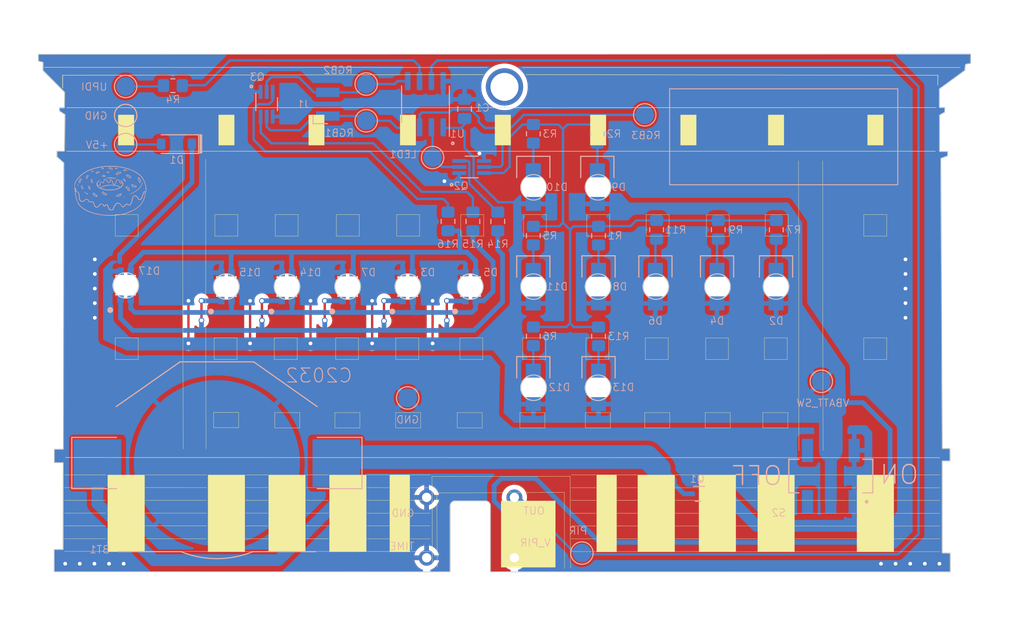
<source format=kicad_pcb>
(kicad_pcb (version 20221018) (generator pcbnew)
  (layers (0 "F.Cu" signal) (31 "B.Cu" signal) (34 "B.Paste" user) (35 "F.Paste" user) (36 "B.SilkS" user "B.Silkscreen") (37 "F.SilkS" user "F.Silkscreen") (38 "B.Mask" user) (39 "F.Mask" user) (44 "Edge.Cuts" user))
  (net 0 "")
  (net 1 "+BATT")
  (net 2 "GND")
  (net 3 "VBATT_SW")
  (net 4 "/V_UPDI")
  (net 5 "Net-(D2-K)")
  (net 6 "Net-(D14-RK)")
  (net 7 "Net-(D14-GK)")
  (net 8 "Net-(D14-BK)")
  (net 9 "Net-(D4-K)")
  (net 10 "Net-(D6-K)")
  (net 11 "Net-(D8-K)")
  (net 12 "Net-(D9-K)")
  (net 13 "Net-(D10-K)")
  (net 14 "Net-(D11-K)")
  (net 15 "Net-(D12-K)")
  (net 16 "Net-(D13-K)")
  (net 17 "/RGB_LED_OUT1{slash}TX")
  (net 18 "/RGB_LED_OUT2{slash}RX")
  (net 19 "/PIR_OUT")
  (net 20 "/LED_OUT1")
  (net 21 "Net-(Q2B-D)")
  (net 22 "/RGB_LED_OUT3")
  (net 23 "Net-(Q2A-D)")
  (net 24 "Net-(Q3B-D)")
  (net 25 "Net-(Q3A-D)")
  (net 26 "Net-(U1-~{RESET}{slash}PA0)")
  (net 27 "/UPDI")
  (net 30 "/VBATT_PROT")
  (footprint "MountingHole:MountingHole_3mm_Pad" (layer "F.Cu") (at 132.926737 61.849)
    (fp_text reference "REF**" hide)
    (fp_text value "MountingHole_3mm_Pad" hide)
  )
  (footprint "QLSP15RGB:QLSP15RGB" (layer "B.Cu") (at 103.124 81.915)
    (fp_text reference "D15")
    (fp_text value "QLSP15RGB" hide)
  )
  (footprint "Connector_PinHeader_2.54mm:PinHeader_1x01_P2.54mm_Vertical" (layer "B.Cu") (at 124.587 110.998 -135)
    (fp_text reference "J5" hide)
    (fp_text value "PIR_TIME" hide)
  )
  (footprint "Package_SO:SOIC-8_3.9x4.9mm_P1.27mm" (layer "B.Cu") (at 124.46 62.357 90)
    (fp_text reference "U1")
    (fp_text value "ATtiny412-SS" hide)
  )
  (footprint "LTST-C230K:LED_LTST-C230K" (layer "B.Cu") (at 149.098 81.915 -90)
    (fp_text reference "D6")
    (fp_text value "LTST-C230KGKT" hide)
  )
  (footprint "Resistor_SMD:R_0805_2012Metric_Pad1.20x1.40mm_HandSolder" (layer "B.Cu") (at 143.002 76.454 90)
    (fp_text reference "R1")
    (fp_text value "3.3k" hide)
  )
  (footprint "Resistor_SMD:R_0805_2012Metric_Pad1.20x1.40mm_HandSolder" (layer "B.Cu") (at 162.052 75.819 90)
    (fp_text reference "R7")
    (fp_text value "3.3k" hide)
  )
  (footprint "Resistor_SMD:R_0805_2012Metric_Pad1.20x1.40mm_HandSolder" (layer "B.Cu") (at 143.002 87.249 90)
    (fp_text reference "R13")
    (fp_text value "3.3k" hide)
  )
  (footprint "QLSP15RGB:QLSP15RGB" (layer "B.Cu") (at 92.329 81.764)
    (fp_text reference "D17")
    (fp_text value "QLSP15RGB" hide)
  )
  (footprint "Diode_SMD:D_SOD-123" (layer "B.Cu") (at 97.79 66.635 180)
    (fp_text reference "D1")
    (fp_text value "1N4148W" hide)
  )
  (footprint "LTST-C230K:LED_LTST-C230K" (layer "B.Cu") (at 136.017 92.7245 -90)
    (fp_text reference "D12")
    (fp_text value "LTST-C230KSKT" hide)
  )
  (footprint "TestPoint:TestPoint_Pad_D2.0mm" (layer "B.Cu") (at 92.329 66.675 180)
    (fp_text reference "TP1" hide)
    (fp_text value "V_UPDI" hide)
  )
  (footprint "TestPoint:TestPoint_Pad_D2.0mm" (layer "B.Cu") (at 141.224 110.49 180)
    (fp_text reference "TP4" hide)
    (fp_text value "PIR_OUT" hide)
  )
  (footprint "Connector_PinHeader_2.54mm:PinHeader_1x01_P2.54mm_Vertical" (layer "B.Cu") (at 133.985 110.998 -135)
    (fp_text reference "J4" hide)
    (fp_text value "V_PIR" hide)
  )
  (footprint "TestPoint:TestPoint_Pad_D2.0mm" (layer "B.Cu") (at 118.11 64.135 180)
    (fp_text reference "TP7" hide)
    (fp_text value "LED_OUT2" hide)
  )
  (footprint "LTST-C230K:LED_LTST-C230K" (layer "B.Cu") (at 155.702 81.915 -90)
    (fp_text reference "D4")
    (fp_text value "LTST-C230KRKT" hide)
  )
  (footprint "Connector_PinHeader_2.54mm:PinHeader_1x01_P2.54mm_Vertical" (layer "B.Cu") (at 133.985 104.521 -135)
    (fp_text reference "J2" hide)
    (fp_text value "PIR_OUT" hide)
  )
  (footprint "Resistor_SMD:R_0805_2012Metric_Pad1.20x1.40mm_HandSolder" (layer "B.Cu") (at 126.873 74.93 90)
    (fp_text reference "R16")
    (fp_text value "3.3k" hide)
  )
  (footprint "TestPoint:TestPoint_Pad_D2.0mm" (layer "B.Cu") (at 147.955 63.5 180)
    (fp_text reference "TP10" hide)
    (fp_text value "LED_OUT2" hide)
  )
  (footprint "TestPoint:TestPoint_Pad_D2.0mm" (layer "B.Cu") (at 166.878 92.075 180)
    (fp_text reference "TP5" hide)
    (fp_text value "VBATT_SW" hide)
  )
  (footprint "SW_JS202011SCQN:SW_JS202011SCQN" (layer "B.Cu") (at 167.894 102.235 180)
    (fp_text reference "S2")
    (fp_text value "JS202011SCQN" hide)
  )
  (footprint "Resistor_SMD:R_0805_2012Metric_Pad1.20x1.40mm_HandSolder" (layer "B.Cu") (at 129.54 74.93 90)
    (fp_text reference "R15")
    (fp_text value "3.3k" hide)
  )
  (footprint "TestPoint:TestPoint_Pad_D2.0mm" (layer "B.Cu") (at 122.555 93.853 180)
    (fp_text reference "TP11" hide)
    (fp_text value "GND" hide)
  )
  (footprint "Resistor_SMD:R_0805_2012Metric_Pad1.20x1.40mm_HandSolder" (layer "B.Cu") (at 132.207 74.93 90)
    (fp_text reference "R14")
    (fp_text value "3.3k" hide)
  )
  (footprint "LTST-C230K:LED_LTST-C230K" (layer "B.Cu") (at 142.875 71.247 -90)
    (fp_text reference "D9")
    (fp_text value "LTST-C230KSKT" hide)
  )
  (footprint "QLSP15RGB:QLSP15RGB" (layer "B.Cu") (at 129.286 81.915)
    (fp_text reference "D5")
    (fp_text value "QLSP15RGB" hide)
  )
  (footprint "QLSP15RGB:QLSP15RGB" (layer "B.Cu") (at 122.555 81.915)
    (fp_text reference "D3")
    (fp_text value "QLSP15RGB" hide)
  )
  (footprint "LTST-C230K:LED_LTST-C230K" (layer "B.Cu") (at 143.002 92.7245 -90)
    (fp_text reference "D13")
    (fp_text value "LTST-C230KSKT" hide)
  )
  (footprint "TestPoint:TestPoint_Pad_D2.0mm" (layer "B.Cu") (at 92.329 63.5635 180)
    (fp_text reference "TP8" hide)
    (fp_text value "GND" hide)
  )
  (footprint "Resistor_SMD:R_0805_2012Metric_Pad1.20x1.40mm_HandSolder" (layer "B.Cu") (at 136.017 76.454 90)
    (fp_text reference "R5")
    (fp_text value "3.3k" hide)
  )
  (footprint "Resistor_SMD:R_0805_2012Metric_Pad1.20x1.40mm_HandSolder" (layer "B.Cu") (at 142.875 65.532 90)
    (fp_text reference "R2")
    (fp_text value "3.3k" hide)
  )
  (footprint "Package_TO_SOT_SMD:SOT-363_SC-70-6_Handsoldering" (layer "B.Cu") (at 107.442 62.357 -90)
    (fp_text reference "Q3")
    (fp_text value "PJT138K_R1_00001" hide)
  )
  (footprint "Battery:BatteryHolder_Keystone_3002_1x2032" (layer "B.Cu") (at 102.108 100.838)
    (fp_text reference "BT1")
    (fp_text value "CR2032" hide)
  )
  (footprint "TestPoint:TestPoint_Pad_D2.0mm" (layer "B.Cu") (at 125.222 68.072 180)
    (fp_text reference "TP6" hide)
    (fp_text value "LED_OUT1" hide)
  )
  (footprint "QLSP15RGB:QLSP15RGB" (layer "B.Cu") (at 109.601 81.915)
    (fp_text reference "D14")
    (fp_text value "QLSP15RGB" hide)
  )
  (footprint "Resistor_SMD:R_0805_2012Metric_Pad1.20x1.40mm_HandSolder" (layer "B.Cu") (at 149.225 75.819 90)
    (fp_text reference "R11")
    (fp_text value "3.3k" hide)
  )
  (footprint "LTST-C230K:LED_LTST-C230K" (layer "B.Cu") (at 162.022831 81.915 -90)
    (fp_text reference "D2")
    (fp_text value "LTST-C230KRKT" hide)
  )
  (footprint "TestPoint:TestPoint_Pad_D2.0mm" (layer "B.Cu") (at 118.11 60.198 180)
    (fp_text reference "TP9" hide)
    (fp_text value "LED_OUT2" hide)
  )
  (footprint "LTST-C230K:LED_LTST-C230K" (layer "B.Cu") (at 143.002 81.915 -90)
    (fp_text reference "D8")
    (fp_text value "LTST-C230KGKT" hide)
  )
  (footprint "Package_TO_SOT_SMD:SOT-723" (layer "B.Cu") (at 153.67 104.14 180)
    (fp_text reference "Q1")
    (fp_text value "Q_PMOS_DGS" hide)
  )
  (footprint "Resistor_SMD:R_0805_2012Metric_Pad1.20x1.40mm_HandSolder" (layer "B.Cu") (at 155.829 75.819 90)
    (fp_text reference "R9")
    (fp_text value "3.3k" hide)
  )
  (footprint "TestPoint:TestPoint_Pad_D2.0mm" (layer "B.Cu") (at 92.329 60.452 180)
    (fp_text reference "TP2" hide)
    (fp_text value "UPDI" hide)
  )
  (footprint "QLSP15RGB:QLSP15RGB" (layer "B.Cu") (at 116.12 81.915)
    (fp_text reference "D7")
    (fp_text value "QLSP15RGB" hide)
  )
  (footprint "Capacitor_SMD:C_0805_2012Metric_Pad1.18x1.45mm_HandSolder" (layer "B.Cu") (at 128.651 62.865 90)
    (fp_text reference "C1")
    (fp_text value "0.1uF" hide)
  )
  (footprint "Connector_PinHeader_2.54mm:PinHeader_1x01_P2.54mm_Vertical" (layer "B.Cu") (at 124.587 104.521 -135)
    (fp_text reference "J3" hide)
    (fp_text value "GND" hide)
  )
  (footprint "Package_TO_SOT_SMD:SOT-363_SC-70-6_Handsoldering" (layer "B.Cu") (at 129.413 69.088)
    (fp_text reference "Q2")
    (fp_text value "PJT138K_R1_00001" hide)
  )
  (footprint "LTST-C230K:LED_LTST-C230K" (layer "B.Cu") (at 136.017 71.247 -90)
    (fp_text reference "D10")
    (fp_text value "LTST-C230KSKT" hide)
  )
  (footprint "Connector_Harwin:Harwin_M20-89003xx_1x02_P2.54mm_Horizontal" (layer "B.Cu") (at 114.046 62.357)
    (fp_text reference "J1")
    (fp_text value "Conn_01x02_Male" hide)
  )
  (footprint "Resistor_SMD:R_0805_2012Metric_Pad1.20x1.40mm_HandSolder" (layer "B.Cu") (at 136.017 65.532 90)
    (fp_text reference "R3")
    (fp_text value "3.3k" hide)
  )
  (footprint "Resistor_SMD:R_0805_2012Metric_Pad1.20x1.40mm_HandSolder" (layer "B.Cu") (at 136.017 87.249 90)
    (fp_text reference "R6")
    (fp_text value "3.3k" hide)
  )
  (footprint "LTST-C230K:LED_LTST-C230K" (layer "B.Cu") (at 136.017 81.9295 -90)
    (fp_text reference "D11")
    (fp_text value "LTST-C230KSKT" hide)
  )
  (footprint "Resistor_SMD:R_0805_2012Metric_Pad1.20x1.40mm_HandSolder" (layer "B.Cu") (at 97.393 60.3685 180)
    (fp_text reference "R4")
    (fp_text value "470" hide)
  )
  (gr_poly (pts (xy 88.829293 71.933436) (xy 88.829649 71.929872) (xy 88.83023 71.926293) (xy 88.831029 71.922709) (xy 88.832039 71.919128) (xy 88.833247 71.915559) (xy 88.834649 71.912014) (xy 88.836234 71.908497) (xy 88.837994 71.90502) (xy 88.83992 71.901591) (xy 88.844237 71.894912) (xy 88.849118 71.888531) (xy 88.854491 71.882521) (xy 88.860292 71.876951) (xy 88.866448 71.871894) (xy 88.869638 71.869579) (xy 88.872893 71.867419) (xy 88.876201 71.865422) (xy 88.879557 71.863598) (xy 88.882949 71.861956) (xy 88.886372 71.860503) (xy 88.889815 71.85925) (xy 88.893269 71.858204) (xy 88.896727 71.857376) (xy 88.900181 71.856773) (xy 88.903619 71.856405) (xy 88.907037 71.85628) (xy 88.907682 71.856417) (xy 88.908617 71.856824) (xy 88.911333 71.85842) (xy 88.915116 71.861015) (xy 88.919907 71.864555) (xy 88.932243 71.874254) (xy 88.94783 71.887087) (xy 88.966152 71.902624) (xy 88.986697 71.920434) (xy 89.008947 71.940088) (xy 89.032391 71.961156) (xy 89.057074 71.982857) (xy 89.08288 72.004328) (xy 89.109045 72.025012) (xy 89.134805 72.04435) (xy 89.159398 72.061785) (xy 89.182059 72.07676) (xy 89.192426 72.08315) (xy 89.202023 72.088717) (xy 89.210757 72.093389) (xy 89.21853 72.097098) (xy 89.226838 72.100918) (xy 89.234749 72.104871) (xy 89.242258 72.10895) (xy 89.249355 72.113147) (xy 89.256032 72.117455) (xy 89.26228 72.121868) (xy 89.268093 72.126377) (xy 89.273464 72.130975) (xy 89.27838 72.135656) (xy 89.282838 72.14041) (xy 89.286828 72.145233) (xy 89.29034 72.150116) (xy 89.29337 72.155052) (xy 89.295906 72.160033) (xy 89.297943 72.165054) (xy 89.299471 72.170104) (xy 89.301145 72.178318) (xy 89.301994 72.186261) (xy 89.302053 72.193924) (xy 89.301344 72.201295) (xy 89.299901 72.208365) (xy 89.297752 72.215122) (xy 89.294924 72.221556) (xy 89.291446 72.227657) (xy 89.287349 72.233415) (xy 89.282661 72.238818) (xy 89.277412 72.243856) (xy 89.271628 72.248518) (xy 89.265341 72.252795) (xy 89.258579 72.256676) (xy 89.25137 72.260148) (xy 89.243743 72.263204) (xy 89.235728 72.26583) (xy 89.227354 72.26802) (xy 89.21865 72.269761) (xy 89.209644 72.271041) (xy 89.200365 72.271851) (xy 89.190842 72.272181) (xy 89.190567 72.272176) (xy 89.190567 72.226071) (xy 89.201062 72.225776) (xy 89.210954 72.22458) (xy 89.220183 72.222454) (xy 89.228696 72.219368) (xy 89.236431 72.215293) (xy 89.243331 72.210199) (xy 89.249337 72.204056) (xy 89.251623 72.201164) (xy 89.253641 72.198313) (xy 89.25539 72.195497) (xy 89.256865 72.192713) (xy 89.258064 72.189957) (xy 89.258982 72.187223) (xy 89.259616 72.18451) (xy 89.259961 72.181812) (xy 89.260018 72.179124) (xy 89.259779 72.176444) (xy 89.259242 72.173764) (xy 89.258405 72.171083) (xy 89.257262 72.168396) (xy 89.255812 72.165698) (xy 89.254051 72.162986) (xy 89.251974 72.160256) (xy 89.249581 72.157502) (xy 89.246863 72.154721) (xy 89.243823 72.151909) (xy 89.240453 72.149061) (xy 89.236751 72.146174) (xy 89.232713 72.143241) (xy 89.228336 72.140262) (xy 89.223617 72.13723) (xy 89.218552 72.134141) (xy 89.213139 72.130991) (xy 89.207373 72.127776) (xy 89.201251 72.124492) (xy 89.187924 72.117699) (xy 89.173131 72.110578) (xy 89.165453 72.106711) (xy 89.157025 72.101989) (xy 89.147935 72.096478) (xy 89.138265 72.090243) (xy 89.1281 72.08335) (xy 89.117526 72.075863) (xy 89.095487 72.059373) (xy 89.072827 72.041299) (xy 89.050222 72.022161) (xy 89.039153 72.01236) (xy 89.028351 72.002487) (xy 89.017902 71.992612) (xy 89.007889 71.9828) (xy 88.979304 71.954564) (xy 88.967242 71.943007) (xy 88.956503 71.933067) (xy 88.946964 71.924674) (xy 88.938505 71.917761) (xy 88.931003 71.912261) (xy 88.924335 71.908103) (xy 88.921275 71.906507) (xy 88.918377 71.905222) (xy 88.915628 71.904238) (xy 88.913011 71.903547) (xy 88.91051 71.903141) (xy 88.90811 71.903011) (xy 88.905797 71.903149) (xy 88.903554 71.903546) (xy 88.901368 71.904194) (xy 88.899223 71.905084) (xy 88.897101 71.906207) (xy 88.894989 71.907556) (xy 88.890735 71.910895) (xy 88.886336 71.915031) (xy 88.882127 71.919416) (xy 88.880252 71.921535) (xy 88.878534 71.923624) (xy 88.876974 71.925697) (xy 88.875575 71.927767) (xy 88.874336 71.92985) (xy 88.873262 71.931958) (xy 88.872353 71.934107) (xy 88.871614 71.93631) (xy 88.871042 71.93858) (xy 88.870643 71.940934) (xy 88.870417 71.943383) (xy 88.870367 71.945943) (xy 88.870492 71.948628) (xy 88.870798 71.951451) (xy 88.871286 71.954427) (xy 88.871956 71.95757) (xy 88.872812 71.960893) (xy 88.873855 71.964413) (xy 88.875086 71.96814) (xy 88.876508 71.97209) (xy 88.878122 71.97628) (xy 88.879931 71.980719) (xy 88.884142 71.990408) (xy 88.889155 72.001271) (xy 88.894984 72.013422) (xy 88.901647 72.02697) (xy 88.908388 72.039608) (xy 88.915978 72.052081) (xy 88.924353 72.064362) (xy 88.933458 72.07642) (xy 88.943234 72.088227) (xy 88.953625 72.099752) (xy 88.96457 72.110967) (xy 88.976014 72.121842) (xy 89.000163 72.142453) (xy 89.025607 72.16135) (xy 89.051885 72.178295) (xy 89.078529 72.193053) (xy 89.105081 72.205388) (xy 89.118175 72.210573) (xy 89.131072 72.215064) (xy 89.143713 72.218831) (xy 89.156041 72.221845) (xy 89.167999 72.224076) (xy 89.179526 72.225494) (xy 89.190567 72.226071) (xy 89.190567 72.272176) (xy 89.181105 72.27202) (xy 89.171184 72.271356) (xy 89.161104 72.270181) (xy 89.150895 72.268483) (xy 89.14059 72.266252) (xy 89.130213 72.263478) (xy 89.119795 72.26015) (xy 89.109366 72.256255) (xy 89.098953 72.251787) (xy 89.088587 72.246731) (xy 89.059499 72.230878) (xy 89.031837 72.214213) (xy 89.005666 72.196808) (xy 88.981046 72.178737) (xy 88.958038 72.160078) (xy 88.936707 72.1409) (xy 88.917112 72.121279) (xy 88.899317 72.10129) (xy 88.883383 72.081005) (xy 88.869373 72.0605) (xy 88.857349 72.039848) (xy 88.847371 72.019123) (xy 88.839501 71.9984) (xy 88.836379 71.988062) (xy 88.833805 71.977752) (xy 88.831789 71.967479) (xy 88.830341 71.957253) (xy 88.829467 71.947083) (xy 88.829172 71.936978)) (stroke (width 0.017638)) (fill solid) (layer "B.SilkS"))
  (gr_poly (pts (xy 86.856027 71.132317) (xy 86.857523 71.085992) (xy 86.860347 71.030978) (xy 86.864387 70.979348) (xy 86.869829 70.930648) (xy 86.876856 70.884422) (xy 86.885653 70.840215) (xy 86.896401 70.797572) (xy 86.909285 70.756037) (xy 86.924488 70.715155) (xy 86.942194 70.67447) (xy 86.962588 70.633528) (xy 86.985853 70.591875) (xy 87.01217 70.549052) (xy 87.041727 70.504606) (xy 87.074705 70.458081) (xy 87.11129 70.409022) (xy 87.151662 70.356975) (xy 87.174837 70.328465) (xy 87.201519 70.297195) (xy 87.263545 70.22822) (xy 87.334016 70.153758) (xy 87.409205 70.077512) (xy 87.48539 70.00319) (xy 87.558841 69.934497) (xy 87.625834 69.875138) (xy 87.655746 69.850118) (xy 87.682644 69.82882) (xy 87.857829 69.705237) (xy 88.047601 69.590615) (xy 88.250898 69.485166) (xy 88.466662 69.389098) (xy 88.693835 69.302621) (xy 88.931354 69.225945) (xy 89.178161 69.159281) (xy 89.433199 69.102838) (xy 89.695404 69.056826) (xy 89.963719 69.021455) (xy 90.237084 68.996934) (xy 90.51444 68.983474) (xy 90.794726 68.981285) (xy 91.076885 68.990575) (xy 91.359853 69.011557) (xy 91.642575 69.044438) (xy 91.870869 69.080604) (xy 92.09391 69.125256) (xy 92.310973 69.178012) (xy 92.521333 69.238486) (xy 92.724257 69.306294) (xy 92.919024 69.381053) (xy 93.104903 69.462379) (xy 93.28117 69.549886) (xy 93.447094 69.64319) (xy 93.601952 69.741909) (xy 93.745015 69.845657) (xy 93.875555 69.954052) (xy 93.992847 70.066705) (xy 94.096161 70.183237) (xy 94.184773 70.303261) (xy 94.257956 70.426394) (xy 94.272811 70.456013) (xy 94.288533 70.489675) (xy 94.32186 70.567139) (xy 94.356519 70.654801) (xy 94.391091 70.748677) (xy 94.424158 70.844781) (xy 94.454301 70.939131) (xy 94.4801 71.027742) (xy 94.500141 71.106627) (xy 94.510563 71.15646) (xy 94.519363 71.207706) (xy 94.526558 71.259853) (xy 94.532163 71.31239) (xy 94.536189 71.36481) (xy 94.538652 71.416602) (xy 94.539569 71.467254) (xy 94.538952 71.516259) (xy 94.536816 71.563105) (xy 94.533178 71.607284) (xy 94.52805 71.648285) (xy 94.521446 71.685597) (xy 94.513384 71.718712) (xy 94.503875 71.747119) (xy 94.492938 71.770309) (xy 94.480584 71.787771) (xy 94.478678 71.790005) (xy 94.476813 71.792454) (xy 94.4732 71.798009) (xy 94.469739 71.804447) (xy 94.466429 71.811787) (xy 94.463264 71.820038) (xy 94.46024 71.829221) (xy 94.457357 71.839346) (xy 94.454609 71.850428) (xy 94.451996 71.862483) (xy 94.44951 71.875524) (xy 94.447149 71.889566) (xy 94.444913 71.904624) (xy 94.442794 71.920712) (xy 94.440792 71.937844) (xy 94.438902 71.956036) (xy 94.437121 71.9753) (xy 94.422265 72.0998) (xy 94.399649 72.222695) (xy 94.369435 72.343737) (xy 94.33179 72.462671) (xy 94.286871 72.579248) (xy 94.234847 72.693216) (xy 94.175878 72.804325) (xy 94.110127 72.912323) (xy 94.037757 73.016959) (xy 93.958933 73.117983) (xy 93.873816 73.215142) (xy 93.78257 73.308187) (xy 93.685359 73.396866) (xy 93.582344 73.480928) (xy 93.47369 73.560122) (xy 93.359559 73.634196) (xy 93.33422 73.649414) (xy 93.307213 73.665139) (xy 93.279369 73.680917) (xy 93.251519 73.696292) (xy 93.224497 73.710815) (xy 93.199133 73.72403) (xy 93.176261 73.735485) (xy 93.156712 73.744726) (xy 93.108248 73.767078) (xy 93.039411 73.799329) (xy 92.877297 73.87626) (xy 92.738175 73.939051) (xy 92.59344 73.997049) (xy 92.443388 74.050211) (xy 92.288313 74.098494) (xy 92.128514 74.141851) (xy 91.964284 74.180241) (xy 91.795917 74.21362) (xy 91.623711 74.241944) (xy 91.44796 74.265168) (xy 91.268962 74.28325) (xy 91.087008 74.296146) (xy 90.902396 74.303811) (xy 90.715421 74.306203) (xy 90.526377 74.303276) (xy 90.477781 74.301166) (xy 90.477781 74.248228) (xy 90.831185 74.245792) (xy 91.102442 74.241728) (xy 91.20879 74.238651) (xy 91.300349 74.234624) (xy 91.380668 74.229457) (xy 91.453293 74.222962) (xy 91.521774 74.214948) (xy 91.589657 74.205225) (xy 91.589659 74.205225) (xy 91.789143 74.171736) (xy 91.973264 74.134729) (xy 92.061466 74.114309) (xy 92.148112 74.092292) (xy 92.233964 74.068438) (xy 92.319782 74.042508) (xy 92.406328 74.014263) (xy 92.494363 73.983464) (xy 92.677947 73.913245) (xy 92.876623 73.829936) (xy 93.096488 73.731623) (xy 93.170476 73.695769) (xy 93.244602 73.655992) (xy 93.318522 73.61259) (xy 93.391898 73.565858) (xy 93.464392 73.516092) (xy 93.535662 73.463587) (xy 93.60537 73.408636) (xy 93.673177 73.351539) (xy 93.738741 73.292588) (xy 93.801723 73.232081) (xy 93.861786 73.170311) (xy 93.918588 73.107575) (xy 93.97179 73.044168) (xy 94.021052 72.980387) (xy 94.066034 72.916524) (xy 94.106399 72.852877) (xy 94.138703 72.796994) (xy 94.169425 72.740058) (xy 94.198517 72.682225) (xy 94.225931 72.623652) (xy 94.251612 72.564493) (xy 94.275515 72.504905) (xy 94.297586 72.445045) (xy 94.317777 72.385067) (xy 94.336039 72.325127) (xy 94.352321 72.265382) (xy 94.366572 72.205988) (xy 94.378742 72.147099) (xy 94.388783 72.088873) (xy 94.396643 72.031466) (xy 94.402274 71.975032) (xy 94.405624 71.919728) (xy 94.406884 71.88123) (xy 94.407204 71.849679) (xy 94.406975 71.836265) (xy 94.406469 71.824295) (xy 94.405672 71.813672) (xy 94.40457 71.804299) (xy 94.403147 71.796077) (xy 94.401392 71.78891) (xy 94.39929 71.782699) (xy 94.396826 71.777347) (xy 94.393987 71.772757) (xy 94.390757 71.768831) (xy 94.387126 71.765471) (xy 94.383077 71.762581) (xy 94.378244 71.759691) (xy 94.373527 71.757201) (xy 94.368922 71.755114) (xy 94.364425 71.753437) (xy 94.360029 71.752175) (xy 94.35573 71.751335) (xy 94.351522 71.75092) (xy 94.347401 71.750936) (xy 94.343362 71.751389) (xy 94.3394 71.752286) (xy 94.335508 71.753631) (xy 94.331683 71.755428) (xy 94.327921 71.757685) (xy 94.324214 71.760407) (xy 94.320559 71.763599) (xy 94.31695 71.767267) (xy 94.313382 71.771416) (xy 94.30985 71.776051) (xy 94.30635 71.781178) (xy 94.302877 71.786804) (xy 94.299423 71.792932) (xy 94.295986 71.799569) (xy 94.292559 71.806719) (xy 94.28914 71.81439) (xy 94.285721 71.822586) (xy 94.282296 71.831313) (xy 94.278863 71.840574) (xy 94.275416 71.850378) (xy 94.26846 71.871633) (xy 94.261385 71.895121) (xy 94.218728 72.039067) (xy 94.181329 72.1576) (xy 94.147455 72.254633) (xy 94.131303 72.296311) (xy 94.115383 72.334083) (xy 94.099483 72.368438) (xy 94.083383 72.399866) (xy 94.066872 72.428856) (xy 94.049729 72.455897) (xy 94.031742 72.481479) (xy 94.012692 72.506092) (xy 93.992366 72.530225) (xy 93.970547 72.554367) (xy 93.959709 72.565606) (xy 93.948947 72.57597) (xy 93.938257 72.585455) (xy 93.927636 72.594064) (xy 93.917084 72.601794) (xy 93.906597 72.608645) (xy 93.896174 72.614618) (xy 93.885813 72.619711) (xy 93.875513 72.623923) (xy 93.865269 72.627256) (xy 93.855082 72.629707) (xy 93.844949 72.631276) (xy 93.834867 72.631963) (xy 93.824833 72.631768) (xy 93.814849 72.63069) (xy 93.804909 72.628728) (xy 93.795013 72.625882) (xy 93.785157 72.622151) (xy 93.775341 72.617535) (xy 93.765562 72.612034) (xy 93.755819 72.605648) (xy 93.746108 72.598373) (xy 93.73643 72.590212) (xy 93.726779 72.581163) (xy 93.717156 72.571226) (xy 93.707557 72.560401) (xy 93.697981 72.548686) (xy 93.688426 72.536082) (xy 93.678889 72.522588) (xy 93.66937 72.508204) (xy 93.659864 72.492928) (xy 93.650371 72.47676) (xy 93.636157 72.452512) (xy 93.621637 72.428982) (xy 93.606871 72.406244) (xy 93.591928 72.38437) (xy 93.576867 72.363433) (xy 93.561753 72.343505) (xy 93.546652 72.32466) (xy 93.531626 72.30697) (xy 93.516738 72.290507) (xy 93.502052 72.275347) (xy 93.487632 72.261557) (xy 93.473542 72.249216) (xy 93.459845 72.238391) (xy 93.446605 72.229158) (xy 93.433886 72.22159) (xy 93.421752 72.215757) (xy 93.404947 72.209191) (xy 93.388538 72.203699) (xy 93.372519 72.199285) (xy 93.356893 72.195949) (xy 93.341657 72.193694) (xy 93.326807 72.192521) (xy 93.312345 72.192433) (xy 93.298265 72.19343) (xy 93.284566 72.195515) (xy 93.271248 72.19869) (xy 93.258308 72.202955) (xy 93.245746 72.208314) (xy 93.233557 72.214767) (xy 93.22174 72.222316) (xy 93.210296 72.230964) (xy 93.199218 72.240712) (xy 93.188509 72.251561) (xy 93.178166 72.263513) (xy 93.168185 72.276571) (xy 93.158567 72.290735) (xy 93.149307 72.306008) (xy 93.140406 72.322392) (xy 93.131861 72.339887) (xy 93.123671 72.358496) (xy 93.115833 72.378221) (xy 93.108344 72.399063) (xy 93.101205 72.421026) (xy 93.094412 72.444107) (xy 93.087966 72.46831) (xy 93.08186 72.49364) (xy 93.070675 72.547678) (xy 93.050549 72.653081) (xy 93.032941 72.738271) (xy 93.016597 72.807093) (xy 93.008504 72.836568) (xy 93.000257 72.863394) (xy 92.991699 72.88805) (xy 92.982671 72.911018) (xy 92.973018 72.932778) (xy 92.962581 72.953811) (xy 92.951205 72.974597) (xy 92.938732 72.99562) (xy 92.909869 73.040288) (xy 92.892461 73.065652) (xy 92.8748 73.090311) (xy 92.857374 73.113651) (xy 92.840668 73.135065) (xy 92.825175 73.153941) (xy 92.811379 73.169668) (xy 92.805271 73.176159) (xy 92.79977 73.181634) (xy 92.794938 73.186017) (xy 92.790835 73.18923) (xy 92.784772 73.193256) (xy 92.778567 73.196939) (xy 92.772228 73.200283) (xy 92.765758 73.203286) (xy 92.759164 73.20595) (xy 92.752449 73.208275) (xy 92.745619 73.210263) (xy 92.738681 73.211913) (xy 92.731638 73.213228) (xy 92.724496 73.214208) (xy 92.717261 73.214853) (xy 92.709938 73.215164) (xy 92.702531 73.215143) (xy 92.695045 73.21479) (xy 92.687488 73.214105) (xy 92.679862 73.21309) (xy 92.672175 73.211745) (xy 92.664428 73.210073) (xy 92.648787 73.205741) (xy 92.63298 73.200106) (xy 92.617047 73.193171) (xy 92.601033 73.184943) (xy 92.584976 73.175429) (xy 92.568919 73.164634) (xy 92.552904 73.152567) (xy 92.532228 73.136632) (xy 92.513144 73.123117) (xy 92.504132 73.117284) (xy 92.49544 73.112077) (xy 92.487037 73.107502) (xy 92.478897 73.103566) (xy 92.470997 73.100276) (xy 92.463305 73.097639) (xy 92.455798 73.095661) (xy 92.448445 73.09435) (xy 92.441224 73.093712) (xy 92.434106 73.093754) (xy 92.427063 73.094483) (xy 92.420069 73.095906) (xy 92.413098 73.098029) (xy 92.406122 73.100861) (xy 92.399113 73.104405) (xy 92.392049 73.108671) (xy 92.384896 73.113664) (xy 92.377633 73.119393) (xy 92.370232 73.125862) (xy 92.362664 73.13308) (xy 92.354903 73.141054) (xy 92.346923 73.14979) (xy 92.330195 73.169572) (xy 92.312267 73.192485) (xy 92.292924 73.218582) (xy 92.265418 73.255876) (xy 92.253285 73.271743) (xy 92.242005 73.285963) (xy 92.231409 73.29869) (xy 92.221332 73.310078) (xy 92.211603 73.320281) (xy 92.202053 73.329454) (xy 92.192516 73.337751) (xy 92.18282 73.345327) (xy 92.1728 73.352335) (xy 92.162285 73.35893) (xy 92.151106 73.365266) (xy 92.139098 73.371498) (xy 92.126089 73.377779) (xy 92.111911 73.384264) (xy 92.095661 73.391083) (xy 92.087933 73.393944) (xy 92.08045 73.396426) (xy 92.073193 73.398524) (xy 92.066145 73.400228) (xy 92.059291 73.401529) (xy 92.052611 73.402419) (xy 92.046091 73.40289) (xy 92.039711 73.402933) (xy 92.033458 73.402539) (xy 92.027312 73.401701) (xy 92.021257 73.400409) (xy 92.015276 73.398655) (xy 92.009355 73.396432) (xy 92.003472 73.393729) (xy 91.997614 73.390539) (xy 91.991763 73.386853) (xy 91.985901 73.382665) (xy 91.980013 73.377962) (xy 91.974081 73.372738) (xy 91.968088 73.366985) (xy 91.962019 73.360694) (xy 91.955854 73.353856) (xy 91.949578 73.346464) (xy 91.943175 73.338508) (xy 91.929916 73.320872) (xy 91.915941 73.30088) (xy 91.901118 73.278465) (xy 91.87216 73.235842) (xy 91.842534 73.196435) (xy 91.812327 73.16029) (xy 91.781625 73.127455) (xy 91.766114 73.112295) (xy 91.750511 73.097977) (xy 91.734827 73.084511) (xy 91.719072 73.071901) (xy 91.703257 73.060154) (xy 91.687395 73.049275) (xy 91.671492 73.039271) (xy 91.655564 73.030146) (xy 91.639619 73.021907) (xy 91.623666 73.01456) (xy 91.607718 73.00811) (xy 91.591786 73.002564) (xy 91.575882 72.997927) (xy 91.560012 72.994206) (xy 91.544191 72.991403) (xy 91.528427 72.989529) (xy 91.512733 72.988586) (xy 91.497119 72.988583) (xy 91.481594 72.989523) (xy 91.466172 72.991415) (xy 91.45086 72.99426) (xy 91.435672 72.998069) (xy 91.420617 73.002844) (xy 91.405705 73.008594) (xy 91.396428 73.013045) (xy 91.386718 73.018761) (xy 91.376604 73.025694) (xy 91.366116 73.0338) (xy 91.344143 73.053347) (xy 91.321039 73.07704) (xy 91.297048 73.104514) (xy 91.272409 73.135407) (xy 91.247366 73.169355) (xy 91.222158 73.205995) (xy 91.197031 73.244964) (xy 91.172223 73.285899) (xy 91.147979 73.328437) (xy 91.124538 73.372212) (xy 91.102145 73.416862) (xy 91.081039 73.462027) (xy 91.061463 73.50734) (xy 91.043658 73.552439) (xy 91.040257 73.56106) (xy 91.036445 73.569925) (xy 91.032265 73.578966) (xy 91.027754 73.588118) (xy 91.022956 73.597314) (xy 91.017914 73.606487) (xy 91.012666 73.615571) (xy 91.007254 73.624499) (xy 91.001722 73.633204) (xy 90.996108 73.641621) (xy 90.990455 73.649681) (xy 90.984804 73.657319) (xy 90.979196 73.664469) (xy 90.973673 73.671063) (xy 90.968277 73.677035) (xy 90.963046 73.682318) (xy 90.954701 73.690188) (xy 90.946958 73.697126) (xy 90.943247 73.70026) (xy 90.939608 73.70318) (xy 90.936015 73.70589) (xy 90.93244 73.708398) (xy 90.928858 73.710709) (xy 90.925245 73.71283) (xy 90.921569 73.714765) (xy 90.917808 73.716522) (xy 90.913936 73.718106) (xy 90.909923 73.719524) (xy 90.905746 73.720782) (xy 90.901379 73.721886) (xy 90.896792 73.722839) (xy 90.891961 73.723651) (xy 90.886862 73.724327) (xy 90.881464 73.724872) (xy 90.875743 73.725294) (xy 90.869673 73.725598) (xy 90.85638 73.725874) (xy 90.841373 73.725751) (xy 90.82444 73.725276) (xy 90.805373 73.724498) (xy 90.797166 73.724102) (xy 90.797165 73.673651) (xy 90.816435 73.673136) (xy 90.835154 73.671557) (xy 90.853074 73.668917) (xy 90.869948 73.665215) (xy 90.885529 73.660448) (xy 90.899568 73.654619) (xy 90.905932 73.651306) (xy 90.911817 73.647727) (xy 90.917192 73.643882) (xy 90.922029 73.639772) (xy 90.925883 73.635842) (xy 90.930043 73.63097) (xy 90.934472 73.625225) (xy 90.939127 73.618678) (xy 90.943973 73.611399) (xy 90.948969 73.60346) (xy 90.954074 73.594927) (xy 90.95925 73.585874) (xy 90.96446 73.576369) (xy 90.969662 73.566481) (xy 90.974817 73.556283) (xy 90.979889 73.545841) (xy 90.984833 73.535231) (xy 90.989614 73.524519) (xy 90.994193 73.513776) (xy 90.998529 73.50307) (xy 91.015182 73.462732) (xy 91.033489 73.421908) (xy 91.053254 73.380895) (xy 91.074276 73.339993) (xy 91.09636 73.299501) (xy 91.11931 73.259716) (xy 91.142927 73.220938) (xy 91.167012 73.183466) (xy 91.191372 73.147598) (xy 91.215806 73.113632) (xy 91.240117 73.081868) (xy 91.26411 73.052605) (xy 91.287587 73.02614) (xy 91.310349 73.002773) (xy 91.332198 72.982803) (xy 91.352942 72.966528) (xy 91.36108 72.960907) (xy 91.36893 72.955878) (xy 91.3766 72.951419) (xy 91.384197 72.947508) (xy 91.39183 72.944124) (xy 91.399608 72.941246) (xy 91.407634 72.938852) (xy 91.41602 72.93692) (xy 91.42487 72.935431) (xy 91.434295 72.934361) (xy 91.444402 72.93369) (xy 91.455297 72.933397) (xy 91.467091 72.933459) (xy 91.479888 72.933856) (xy 91.493798 72.934567) (xy 91.508927 72.935569) (xy 91.533415 72.938109) (xy 91.557337 72.942188) (xy 91.58079 72.947876) (xy 91.603879 72.955245) (xy 91.626705 72.964365) (xy 91.649369 72.975307) (xy 91.671974 72.988141) (xy 91.694619 73.00294) (xy 91.71741 73.019773) (xy 91.740446 73.038712) (xy 91.76383 73.059826) (xy 91.787663 73.083188) (xy 91.812046 73.108868) (xy 91.837083 73.136937) (xy 91.862873 73.167466) (xy 91.889519 73.200524) (xy 91.91114 73.227618) (xy 91.932004 73.253198) (xy 91.951608 73.276682) (xy 91.969446 73.297489) (xy 91.985009 73.315038) (xy 91.997792 73.328746) (xy 92.007289 73.338033) (xy 92.010645 73.340836) (xy 92.012991 73.342316) (xy 92.015085 73.34302) (xy 92.017704 73.343549) (xy 92.020808 73.343905) (xy 92.02436 73.344094) (xy 92.028322 73.344118) (xy 92.032653 73.343982) (xy 92.037318 73.343689) (xy 92.042276 73.343244) (xy 92.047489 73.342651) (xy 92.05292 73.341913) (xy 92.05853 73.341034) (xy 92.064279 73.340018) (xy 92.070131 73.338871) (xy 92.076046 73.337593) (xy 92.081985 73.336191) (xy 92.087912 73.334668) (xy 92.095591 73.33231) (xy 92.103281 73.329337) (xy 92.111012 73.325722) (xy 92.118816 73.321435) (xy 92.12672 73.316452) (xy 92.134756 73.310745) (xy 92.142954 73.304286) (xy 92.151345 73.297047) (xy 92.159958 73.289003) (xy 92.168824 73.280126) (xy 92.177973 73.270389) (xy 92.187435 73.259763) (xy 92.19724 73.248224) (xy 92.207421 73.235742) (xy 92.218004 73.222291) (xy 92.229022 73.207844) (xy 92.254804 73.174229) (xy 92.278799 73.144464) (xy 92.301231 73.118464) (xy 92.322324 73.096145) (xy 92.332438 73.086339) (xy 92.342302 73.077422) (xy 92.351942 73.069382) (xy 92.361386 73.062209) (xy 92.370662 73.055891) (xy 92.379799 73.050421) (xy 92.388824 73.045785) (xy 92.397764 73.041973) (xy 92.40665 73.038974) (xy 92.415507 73.036779) (xy 92.424364 73.035375) (xy 92.433248 73.034755) (xy 92.442188 73.034904) (xy 92.45121 73.035813) (xy 92.460345 73.037473) (xy 92.469619 73.039872) (xy 92.47906 73.042999) (xy 92.488696 73.046843) (xy 92.498555 73.051396) (xy 92.508664 73.056643) (xy 92.519053 73.062577) (xy 92.529746 73.069186) (xy 92.552168 73.084387) (xy 92.609672 73.125185) (xy 92.647969 73.152061) (xy 92.652642 73.154992) (xy 92.657449 73.157439) (xy 92.662388 73.159405) (xy 92.667461 73.160887) (xy 92.672668 73.161888) (xy 92.678007 73.162407) (xy 92.68348 73.162444) (xy 92.689082 73.162001) (xy 92.694818 73.161075) (xy 92.700682 73.159669) (xy 92.706679 73.157783) (xy 92.712804 73.155417) (xy 92.719059 73.152571) (xy 92.725445 73.149246) (xy 92.731958 73.145441) (xy 92.738598 73.141158) (xy 92.745368 73.136396) (xy 92.752265 73.131155) (xy 92.759289 73.125437) (xy 92.766439 73.11924) (xy 92.773715 73.112567) (xy 92.781119 73.105416) (xy 92.796297 73.089683) (xy 92.811974 73.072046) (xy 92.828147 73.052506) (xy 92.844809 73.031066) (xy 92.861958 73.007726) (xy 92.889766 72.968171) (xy 92.901466 72.950723) (xy 92.911871 72.934397) (xy 92.921111 72.918869) (xy 92.929319 72.903816) (xy 92.936626 72.888915) (xy 92.943162 72.873841) (xy 92.94906 72.858273) (xy 92.95445 72.841886) (xy 92.959464 72.824357) (xy 92.964233 72.805363) (xy 92.968887 72.78458) (xy 92.97356 72.761685) (xy 92.983481 72.708264) (xy 92.999305 72.622944) (xy 93.014158 72.550558) (xy 93.028658 72.489115) (xy 93.035966 72.461877) (xy 93.043417 72.43663) (xy 93.051089 72.413125) (xy 93.059057 72.391115) (xy 93.067398 72.37035) (xy 93.076192 72.350584) (xy 93.085511 72.331564) (xy 93.095437 72.313045) (xy 93.117411 72.276515) (xy 93.130055 72.257248) (xy 93.142184 72.239717) (xy 93.153889 72.223855) (xy 93.165269 72.209594) (xy 93.176419 72.196865) (xy 93.187434 72.185601) (xy 93.198409 72.175732) (xy 93.209442 72.167193) (xy 93.215009 72.163399) (xy 93.220627 72.159912) (xy 93.226305 72.156722) (xy 93.23206 72.153823) (xy 93.237899 72.151204) (xy 93.243836 72.148858) (xy 93.249882 72.146776) (xy 93.256051 72.144948) (xy 93.268801 72.142026) (xy 93.282184 72.140023) (xy 93.296291 72.138871) (xy 93.31122 72.138502) (xy 93.337586 72.139414) (xy 93.350408 72.14057) (xy 93.363007 72.142208) (xy 93.3754 72.144339) (xy 93.387599 72.146974) (xy 93.39962 72.150125) (xy 93.411478 72.153803) (xy 93.423184 72.158019) (xy 93.434757 72.162783) (xy 93.446207 72.168107) (xy 93.457552 72.174004) (xy 93.468805 72.180483) (xy 93.479978 72.187557) (xy 93.491089 72.195235) (xy 93.502151 72.203529) (xy 93.513179 72.212452) (xy 93.524186 72.222013) (xy 93.546197 72.243096) (xy 93.568298 72.266869) (xy 93.590606 72.293421) (xy 93.613237 72.322843) (xy 93.636303 72.355223) (xy 93.659921 72.390651) (xy 93.684204 72.429217) (xy 93.693817 72.444641) (xy 93.703143 72.459118) (xy 93.71219 72.472663) (xy 93.720975 72.48529) (xy 93.729507 72.497011) (xy 93.737799 72.50784) (xy 93.745863 72.517791) (xy 93.753713 72.526878) (xy 93.761359 72.535115) (xy 93.768815 72.542514) (xy 93.776091 72.54909) (xy 93.7832 72.554856) (xy 93.790156 72.559826) (xy 93.796969 72.564013) (xy 93.803652 72.567431) (xy 93.810216 72.570093) (xy 93.818584 72.572921) (xy 93.826216 72.575167) (xy 93.829804 72.576048) (xy 93.833262 72.576754) (xy 93.836611 72.577276) (xy 93.839868 72.577604) (xy 93.843052 72.577725) (xy 93.846183 72.577633) (xy 93.849279 72.577315) (xy 93.852359 72.576764) (xy 93.855439 72.575967) (xy 93.858542 72.574917) (xy 93.861683 72.573602) (xy 93.864881 72.572013) (xy 93.868155 72.570139) (xy 93.871527 72.567971) (xy 93.875009 72.565499) (xy 93.878626 72.562712) (xy 93.882393 72.559602) (xy 93.886329 72.556156) (xy 93.890453 72.552368) (xy 93.894784 72.548225) (xy 93.904141 72.538838) (xy 93.914549 72.527915) (xy 93.926154 72.515375) (xy 93.939109 72.501143) (xy 93.958099 72.479594) (xy 93.975894 72.458144) (xy 93.992612 72.436551) (xy 94.008367 72.41457) (xy 94.023278 72.391959) (xy 94.037461 72.368474) (xy 94.051037 72.343871) (xy 94.064119 72.317907) (xy 94.076827 72.290338) (xy 94.089276 72.260921) (xy 94.101587 72.229412) (xy 94.113874 72.195567) (xy 94.126254 72.159144) (xy 94.138848 72.119899) (xy 94.15177 72.077587) (xy 94.165139 72.031967) (xy 94.197333 71.923389) (xy 94.21162 71.878579) (xy 94.225002 71.839693) (xy 94.237708 71.806432) (xy 94.249961 71.778499) (xy 94.261988 71.755596) (xy 94.274018 71.737426) (xy 94.280104 71.730022) (xy 94.286275 71.72369) (xy 94.292559 71.718392) (xy 94.298986 71.714092) (xy 94.305584 71.710751) (xy 94.31238 71.708333) (xy 94.319403 71.7068) (xy 94.326682 71.706117) (xy 94.334244 71.706243) (xy 94.342116 71.707143) (xy 94.358914 71.711116) (xy 94.377298 71.71774) (xy 94.397496 71.726715) (xy 94.414225 71.734345) (xy 94.421838 71.73749) (xy 94.428969 71.740121) (xy 94.435633 71.74219) (xy 94.441843 71.743649) (xy 94.447614 71.744447) (xy 94.45296 71.744537) (xy 94.45548 71.7443) (xy 94.457897 71.743868) (xy 94.460217 71.743234) (xy 94.46244 71.742392) (xy 94.464565 71.741337) (xy 94.466599 71.740061) (xy 94.468541 71.738558) (xy 94.470392 71.736824) (xy 94.472155 71.734851) (xy 94.473832 71.732633) (xy 94.475424 71.730164) (xy 94.476934 71.727438) (xy 94.479712 71.721193) (xy 94.482181 71.713844) (xy 94.484354 71.705346) (xy 94.486245 71.695648) (xy 94.487872 71.684702) (xy 94.489245 71.67246) (xy 94.490381 71.658869) (xy 94.491295 71.643883) (xy 94.491998 71.627454) (xy 94.492508 71.60953) (xy 94.492999 71.569006) (xy 94.492885 71.52192) (xy 94.492279 71.467878) (xy 94.491297 71.406489) (xy 94.48852 71.343921) (xy 94.482411 71.278293) (xy 94.473135 71.210114) (xy 94.460859 71.139895) (xy 94.445748 71.068145) (xy 94.427968 70.995372) (xy 94.407681 70.922087) (xy 94.385057 70.848798) (xy 94.36026 70.776016) (xy 94.333453 70.704248) (xy 94.304803 70.634006) (xy 94.274475 70.565797) (xy 94.242636 70.500132) (xy 94.20945 70.43752) (xy 94.175081 70.37847) (xy 94.139696 70.323492) (xy 94.098564 70.265735) (xy 94.054286 70.208932) (xy 94.006913 70.15311) (xy 93.956501 70.098294) (xy 93.903101 70.044508) (xy 93.84677 69.99178) (xy 93.725519 69.889596) (xy 93.593179 69.791946) (xy 93.450176 69.699035) (xy 93.29694 69.611067) (xy 93.133898 69.528247) (xy 92.961478 69.45078) (xy 92.780108 69.378869) (xy 92.590217 69.31272) (xy 92.392233 69.252538) (xy 92.186583 69.198526) (xy 91.973695 69.150889) (xy 91.753999 69.109833) (xy 91.527923 69.075558) (xy 91.372957 69.060412) (xy 91.174851 69.049559) (xy 90.948019 69.043005) (xy 90.706875 69.040757) (xy 90.465838 69.042819) (xy 90.239319 69.049198) (xy 90.041737 69.059899) (xy 89.887506 69.074928) (xy 89.719995 69.099465) (xy 89.556325 69.12746) (xy 89.396576 69.15888) (xy 89.240839 69.193695) (xy 89.089198 69.231873) (xy 88.941739 69.273383) (xy 88.798548 69.318193) (xy 88.659711 69.366272) (xy 88.525315 69.417589) (xy 88.395444 69.472113) (xy 88.270188 69.529813) (xy 88.149628 69.590656) (xy 88.033853 69.654612) (xy 87.922947 69.72165) (xy 87.816999 69.791737) (xy 87.716092 69.864844) (xy 87.682438 69.891779) (xy 87.643404 69.925439) (xy 87.552794 70.009169) (xy 87.451465 70.108504) (xy 87.346622 70.215911) (xy 87.24547 70.323859) (xy 87.155213 70.424815) (xy 87.116421 70.470318) (xy 87.083055 70.511248) (xy 87.056014 70.546666) (xy 87.0362 70.575628) (xy 87.01721 70.607451) (xy 86.999264 70.640497) (xy 86.982388 70.674678) (xy 86.966607 70.709901) (xy 86.951943 70.746079) (xy 86.938422 70.783122) (xy 86.926066 70.820941) (xy 86.914902 70.859446) (xy 86.904955 70.898548) (xy 86.896246 70.938157) (xy 86.888801 70.978184) (xy 86.882645 71.01854) (xy 86.8778 71.059134) (xy 86.874294 71.099879) (xy 86.872148 71.140683) (xy 86.87139 71.181458) (xy 86.871459 71.19578) (xy 86.871738 71.208779) (xy 86.872271 71.220577) (xy 86.873104 71.231296) (xy 86.874282 71.241057) (xy 86.875851 71.249982) (xy 86.877855 71.258193) (xy 86.880342 71.265812) (xy 86.883355 71.272958) (xy 86.88694 71.279758) (xy 86.891142 71.286329) (xy 86.896008 71.292795) (xy 86.901582 71.299277) (xy 86.907911 71.305897) (xy 86.915037 71.312777) (xy 86.923008 71.320038) (xy 86.934766 71.33127) (xy 86.945993 71.343512) (xy 86.956664 71.356689) (xy 86.966742 71.370727) (xy 86.9762 71.385549) (xy 86.985003 71.401081) (xy 86.993124 71.417247) (xy 87.000529 71.433972) (xy 87.007187 71.451178) (xy 87.013068 71.468793) (xy 87.018138 71.48674) (xy 87.02237 71.504945) (xy 87.025729 71.523331) (xy 87.028186 71.541823) (xy 87.029708 71.560347) (xy 87.030266 71.578826) (xy 87.030723 71.598743) (xy 87.031953 71.617352) (xy 87.033949 71.634647) (xy 87.03671 71.650621) (xy 87.04023 71.66527) (xy 87.044506 71.678587) (xy 87.049535 71.690566) (xy 87.055313 71.701202) (xy 87.058482 71.706014) (xy 87.061837 71.710488) (xy 87.065378 71.714623) (xy 87.069102 71.718419) (xy 87.073013 71.721874) (xy 87.077106 71.724988) (xy 87.081384 71.727761) (xy 87.085845 71.730191) (xy 87.090489 71.732278) (xy 87.095315 71.734021) (xy 87.100323 71.73542) (xy 87.105511 71.736472) (xy 87.110881 71.737179) (xy 87.116433 71.737539) (xy 87.122164 71.737551) (xy 87.128073 71.737215) (xy 87.141869 71.736505) (xy 87.155197 71.73677) (xy 87.168068 71.738016) (xy 87.174336 71.739007) (xy 87.180494 71.740246) (xy 87.186543 71.741734) (xy 87.192485 71.743472) (xy 87.198318 71.745459) (xy 87.204049 71.747696) (xy 87.209674 71.750186) (xy 87.215197 71.752927) (xy 87.22062 71.755923) (xy 87.225941 71.759171) (xy 87.231166 71.762676) (xy 87.236291 71.766436) (xy 87.246256 71.774727) (xy 87.255846 71.78405) (xy 87.265071 71.794412) (xy 87.273945 71.80582) (xy 87.282473 71.818281) (xy 87.290667 71.8318) (xy 87.29854 71.846386) (xy 87.308305 71.865912) (xy 87.317126 71.884485) (xy 87.325074 71.902444) (xy 87.332223 71.920131) (xy 87.338649 71.937889) (xy 87.344424 71.956058) (xy 87.349622 71.97498) (xy 87.354317 71.994997) (xy 87.358583 72.016449) (xy 87.362494 72.039679) (xy 87.366123 72.065028) (xy 87.369544 72.09284) (xy 87.372831 72.123451) (xy 87.376057 72.157208) (xy 87.382626 72.235517) (xy 87.388561 72.302623) (xy 87.395407 72.364154) (xy 87.403265 72.420308) (xy 87.412234 72.471285) (xy 87.422415 72.517283) (xy 87.433908 72.558501) (xy 87.446812 72.595137) (xy 87.46123 72.62739) (xy 87.47726 72.655459) (xy 87.495003 72.679542) (xy 87.514558 72.699838) (xy 87.536028 72.716545) (xy 87.559511 72.729863) (xy 87.585109 72.739989) (xy 87.612922 72.747123) (xy 87.643048 72.751463) (xy 87.666634 72.753509) (xy 87.688157 72.754824) (xy 87.707881 72.755297) (xy 87.72607 72.754817) (xy 87.742988 72.75327) (xy 87.751052 72.752063) (xy 87.758897 72.750547) (xy 87.766558 72.748709) (xy 87.774063 72.746535) (xy 87.78145 72.74401) (xy 87.788752 72.741122) (xy 87.795998 72.737855) (xy 87.803223 72.734196) (xy 87.810461 72.730132) (xy 87.817742 72.725647) (xy 87.832575 72.715363) (xy 87.847983 72.703231) (xy 87.864231 72.68914) (xy 87.881584 72.672978) (xy 87.900306 72.654634) (xy 87.920658 72.633996) (xy 87.942065 72.612706) (xy 87.963752 72.592414) (xy 87.985117 72.573596) (xy 88.005566 72.556725) (xy 88.015261 72.549168) (xy 88.024502 72.542277) (xy 88.033215 72.53611) (xy 88.041325 72.530726) (xy 88.048758 72.526186) (xy 88.055441 72.522549) (xy 88.061296 72.519873) (xy 88.066252 72.518218) (xy 88.071114 72.517248) (xy 88.076591 72.51661) (xy 88.089226 72.516279) (xy 88.103822 72.517128) (xy 88.120047 72.519062) (xy 88.137566 72.521984) (xy 88.156046 72.525797) (xy 88.175152 72.530404) (xy 88.194553 72.53571) (xy 88.213915 72.541618) (xy 88.232903 72.548031) (xy 88.251183 72.554853) (xy 88.268423 72.561987) (xy 88.284289 72.569336) (xy 88.298448 72.576805) (xy 88.310565 72.584296) (xy 88.320307 72.591714) (xy 88.32333 72.594598) (xy 88.32638 72.597993) (xy 88.329435 72.601856) (xy 88.332476 72.606145) (xy 88.33548 72.610816) (xy 88.338431 72.615827) (xy 88.341303 72.621136) (xy 88.34408 72.6267) (xy 88.346739 72.632473) (xy 88.349259 72.638417) (xy 88.351622 72.644486) (xy 88.353805 72.650638) (xy 88.35579 72.65683) (xy 88.357553 72.66302) (xy 88.359077 72.669164) (xy 88.36034 72.675221) (xy 88.362558 72.685563) (xy 88.365256 72.695552) (xy 88.36842 72.705178) (xy 88.372037 72.71444) (xy 88.376096 72.723327) (xy 88.380581 72.731833) (xy 88.385479 72.739951) (xy 88.390778 72.747676) (xy 88.396466 72.755001) (xy 88.402526 72.761917) (xy 88.408949 72.76842) (xy 88.415719 72.774503) (xy 88.422822 72.780158) (xy 88.430248 72.78538) (xy 88.43798 72.790161) (xy 88.446008 72.794495) (xy 88.454319 72.798375) (xy 88.462895 72.801794) (xy 88.471729 72.804747) (xy 88.480802 72.807226) (xy 88.490106 72.809224) (xy 88.499623 72.810735) (xy 88.509343 72.811752) (xy 88.519252 72.812268) (xy 88.529337 72.812279) (xy 88.539583 72.811776) (xy 88.54998 72.810752) (xy 88.560511 72.809202) (xy 88.571166 72.807116) (xy 88.58193 72.804491) (xy 88.592789 72.801319) (xy 88.603732 72.797593) (xy 88.616213 72.793112) (xy 88.627542 72.789244) (xy 88.637916 72.785994) (xy 88.647529 72.783368) (xy 88.65658 72.781373) (xy 88.665262 72.780012) (xy 88.67377 72.779294) (xy 88.682301 72.779222) (xy 88.69105 72.779804) (xy 88.700212 72.781045) (xy 88.709983 72.78295) (xy 88.720558 72.785525) (xy 88.732134 72.788777) (xy 88.744904 72.79271) (xy 88.774814 72.802646) (xy 88.796113 72.810301) (xy 88.815504 72.818186) (xy 88.833136 72.8265) (xy 88.841337 72.830879) (xy 88.849153 72.83544) (xy 88.856603 72.840205) (xy 88.863704 72.845204) (xy 88.870477 72.850457) (xy 88.876939 72.855991) (xy 88.883108 72.86183) (xy 88.889001 72.868) (xy 88.894641 72.874524) (xy 88.900042 72.881427) (xy 88.905225 72.888736) (xy 88.910208 72.896472) (xy 88.915007 72.904663) (xy 88.919644 72.913333) (xy 88.924136 72.922506) (xy 88.928503 72.932207) (xy 88.936928 72.953294) (xy 88.945068 72.976791) (xy 88.953072 73.002896) (xy 88.961087 73.03181) (xy 88.969259 73.063726) (xy 88.976357 73.091419) (xy 88.983427 73.116972) (xy 88.990558 73.140534) (xy 88.997837 73.162254) (xy 89.005352 73.182282) (xy 89.013191 73.200766) (xy 89.021443 73.217855) (xy 89.030197 73.2337) (xy 89.039538 73.248449) (xy 89.049559 73.262251) (xy 89.060346 73.275255) (xy 89.071986 73.287612) (xy 89.084569 73.299469) (xy 89.098183 73.310976) (xy 89.112915 73.322283) (xy 89.128853 73.333538) (xy 89.139421 73.34039) (xy 89.149984 73.346559) (xy 89.160539 73.352044) (xy 89.17109 73.356846) (xy 89.181633 73.360964) (xy 89.19217 73.364399) (xy 89.202699 73.367151) (xy 89.213222 73.369219) (xy 89.223737 73.370605) (xy 89.234244 73.371308) (xy 89.244743 73.371328) (xy 89.255235 73.370664) (xy 89.265718 73.369319) (xy 89.276191 73.367291) (xy 89.286656 73.36458) (xy 89.297112 73.361187) (xy 89.307559 73.357111) (xy 89.317997 73.352354) (xy 89.328424 73.346914) (xy 89.338841 73.340792) (xy 89.349248 73.333988) (xy 89.359643 73.326502) (xy 89.370029 73.318334) (xy 89.380402 73.309485) (xy 89.390764 73.299954) (xy 89.401116 73.289742) (xy 89.411455 73.278848) (xy 89.421782 73.267273) (xy 89.442399 73.242078) (xy 89.462964 73.21416) (xy 89.481775 73.187731) (xy 89.49931 73.163995) (xy 89.515771 73.142814) (xy 89.531363 73.124054) (xy 89.546284 73.107576) (xy 89.560739 73.093246) (xy 89.574928 73.080927) (xy 89.581985 73.07548) (xy 89.589053 73.070483) (xy 89.596156 73.065922) (xy 89.603318 73.061778) (xy 89.610564 73.058035) (xy 89.617921 73.054676) (xy 89.625414 73.051683) (xy 89.633069 73.049039) (xy 89.640909 73.046728) (xy 89.64896 73.044733) (xy 89.665796 73.041621) (xy 89.683782 73.039567) (xy 89.703117 73.038434) (xy 89.724004 73.038087) (xy 89.745625 73.038489) (xy 89.765973 73.03973) (xy 89.785136 73.041859) (xy 89.803209 73.044927) (xy 89.820277 73.048983) (xy 89.836435 73.054077) (xy 89.851769 73.06026) (xy 89.866371 73.067581) (xy 89.880331 73.07609) (xy 89.893741 73.085838) (xy 89.906687 73.096875) (xy 89.919263 73.109249) (xy 89.93156 73.123012) (xy 89.943663 73.138214) (xy 89.955668 73.154904) (xy 89.967662 73.173132) (xy 89.978089 73.188992) (xy 89.983153 73.196192) (xy 89.988125 73.202907) (xy 89.993015 73.209137) (xy 89.99783 73.214886) (xy 90.002579 73.220153) (xy 90.007265 73.224939) (xy 90.011899 73.229247) (xy 90.016488 73.233078) (xy 90.021038 73.236432) (xy 90.02556 73.239311) (xy 90.030056 73.241716) (xy 90.034537 73.243649) (xy 90.039012 73.24511) (xy 90.043483 73.246102) (xy 90.047963 73.246625) (xy 90.052457 73.24668) (xy 90.056972 73.246269) (xy 90.061517 73.245393) (xy 90.066098 73.244053) (xy 90.070723 73.242251) (xy 90.0754 73.239988) (xy 90.080137 73.237265) (xy 90.084938 73.234083) (xy 90.089814 73.230444) (xy 90.094773 73.226349) (xy 90.099819 73.221798) (xy 90.104961 73.216795) (xy 90.110208 73.211339) (xy 90.115564 73.205431) (xy 90.121042 73.199074) (xy 90.12559 73.193803) (xy 90.13041 73.188464) (xy 90.135462 73.183096) (xy 90.140703 73.177736) (xy 90.14609 73.172418) (xy 90.151582 73.167182) (xy 90.157137 73.162063) (xy 90.162713 73.157099) (xy 90.168267 73.152325) (xy 90.173758 73.147779) (xy 90.179143 73.143498) (xy 90.184381 73.139517) (xy 90.18943 73.135875) (xy 90.194246 73.132608) (xy 90.198791 73.129752) (xy 90.203019 73.127345) (xy 90.207083 73.125346) (xy 90.211431 73.123545) (xy 90.220894 73.120525) (xy 90.231254 73.118262) (xy 90.24236 73.11674) (xy 90.254058 73.115938) (xy 90.266199 73.115839) (xy 90.278627 73.116422) (xy 90.291193 73.117669) (xy 90.303742 73.119561) (xy 90.316122 73.122078) (xy 90.328185 73.125202) (xy 90.339773 73.128914) (xy 90.350738 73.133195) (xy 90.360925 73.138025) (xy 90.370183 73.143386) (xy 90.374416 73.146259) (xy 90.378361 73.149259) (xy 90.385046 73.155626) (xy 90.392427 73.164404) (xy 90.400388 73.175356) (xy 90.408816 73.188251) (xy 90.417595 73.20285) (xy 90.426613 73.218919) (xy 90.435754 73.236224) (xy 90.444904 73.25453) (xy 90.453947 73.273601) (xy 90.46277 73.293202) (xy 90.471261 73.3131) (xy 90.479302 73.333058) (xy 90.486779 73.352842) (xy 90.49358 73.372217) (xy 90.499589 73.390947) (xy 90.504692 73.408798) (xy 90.510313 73.428541) (xy 90.516508 73.447714) (xy 90.523261 73.466287) (xy 90.530551 73.48423) (xy 90.538357 73.501513) (xy 90.546665 73.518107) (xy 90.555451 73.533982) (xy 90.564697 73.549107) (xy 90.574385 73.563453) (xy 90.584496 73.576991) (xy 90.595008 73.58969) (xy 90.605906 73.60152) (xy 90.617168 73.612452) (xy 90.628775 73.622457) (xy 90.640709 73.631503) (xy 90.652949 73.63956) (xy 90.667697 73.647535) (xy 90.683877 73.654449) (xy 90.701241 73.660303) (xy 90.719543 73.665095) (xy 90.738535 73.668826) (xy 90.757967 73.671496) (xy 90.777594 73.673104) (xy 90.797165 73.673651) (xy 90.797166 73.724102) (xy 90.783961 73.723465) (xy 90.748998 73.72127) (xy 90.733334 73.719919) (xy 90.718763 73.718365) (xy 90.705197 73.716588) (xy 90.692547 73.714564) (xy 90.680724 73.712272) (xy 90.669639 73.709689) (xy 90.659206 73.706792) (xy 90.649331 73.703558) (xy 90.639931 73.699965) (xy 90.630913 73.69599) (xy 90.622191 73.691611) (xy 90.613675 73.686806) (xy 90.605275 73.68155) (xy 90.596905 73.675823) (xy 90.585487 73.66673) (xy 90.573622 73.655501) (xy 90.56147 73.642412) (xy 90.549195 73.627741) (xy 90.536963 73.611768) (xy 90.524935 73.594769) (xy 90.513277 73.577023) (xy 90.50215 73.558807) (xy 90.491721 73.5404) (xy 90.482152 73.52208) (xy 90.473604 73.504124) (xy 90.466246 73.486812) (xy 90.460237 73.470418) (xy 90.455742 73.455225) (xy 90.452925 73.441507) (xy 90.452197 73.435289) (xy 90.45195 73.429545) (xy 90.450759 73.41839) (xy 90.447364 73.404251) (xy 90.442038 73.387641) (xy 90.43505 73.369069) (xy 90.426669 73.349046) (xy 90.417163 73.328084) (xy 90.406806 73.306693) (xy 90.395864 73.285385) (xy 90.384611 73.264669) (xy 90.373313 73.245059) (xy 90.36224 73.227063) (xy 90.351666 73.211194) (xy 90.341857 73.197961) (xy 90.333084 73.187877) (xy 90.329169 73.184175) (xy 90.325615 73.181452) (xy 90.322456 73.179771) (xy 90.319725 73.179196) (xy 90.317173 73.179142) (xy 90.314409 73.178979) (xy 90.311463 73.178716) (xy 90.308359 73.178357) (xy 90.301782 73.177374) (xy 90.294889 73.176073) (xy 90.287891 73.174497) (xy 90.280998 73.172691) (xy 90.274422 73.170699) (xy 90.27132 73.169647) (xy 90.268374 73.168563) (xy 90.26661 73.167997) (xy 90.264739 73.167613) (xy 90.262764 73.167411) (xy 90.260683 73.167389) (xy 90.258498 73.167548) (xy 90.256211 73.167888) (xy 90.253819 73.168409) (xy 90.251324 73.169109) (xy 90.248727 73.169989) (xy 90.246026 73.171048) (xy 90.243225 73.172288) (xy 90.240324 73.173705) (xy 90.234218 73.177073) (xy 90.227714 73.181154) (xy 90.220814 73.185945) (xy 90.213523 73.19144) (xy 90.205844 73.19764) (xy 90.197779 73.204542) (xy 90.189335 73.212143) (xy 90.180514 73.220441) (xy 90.171319 73.229434) (xy 90.161755 73.239118) (xy 90.145549 73.255428) (xy 90.129739 73.270643) (xy 90.114724 73.28443) (xy 90.100898 73.296458) (xy 90.088655 73.306393) (xy 90.08325 73.310471) (xy 90.07839 73.313901) (xy 90.074125 73.316642) (xy 90.070501 73.318651) (xy 90.06757 73.319886) (xy 90.065382 73.320308) (xy 90.060795 73.320173) (xy 90.056159 73.31977) (xy 90.051479 73.319108) (xy 90.046766 73.31819) (xy 90.042025 73.317024) (xy 90.037264 73.315616) (xy 90.032493 73.31397) (xy 90.027715 73.312094) (xy 90.018175 73.307672) (xy 90.008706 73.302399) (xy 89.999366 73.296322) (xy 89.990218 73.289488) (xy 89.981322 73.281946) (xy 89.972733 73.273743) (xy 89.964517 73.264927) (xy 89.95673 73.255545) (xy 89.949433 73.245646) (xy 89.942687 73.235277) (xy 89.936549 73.224486) (xy 89.931082 73.21332) (xy 89.92178 73.193336) (xy 89.912695 73.175228) (xy 89.903724 73.158915) (xy 89.89476 73.144317) (xy 89.8857 73.131351) (xy 89.881101 73.125455) (xy 89.876439 73.119938) (xy 89.8717 73.114788) (xy 89.86687 73.109995) (xy 89.861938 73.105551) (xy 89.856889 73.101444) (xy 89.851712 73.097664) (xy 89.846392 73.094201) (xy 89.840919 73.091047) (xy 89.835274 73.088187) (xy 89.829449 73.085615) (xy 89.82343 73.08332) (xy 89.817201 73.081292) (xy 89.810753 73.07952) (xy 89.804069 73.077994) (xy 89.79714 73.076705) (xy 89.782485 73.074794) (xy 89.766684 73.073708) (xy 89.749632 73.073363) (xy 89.730886 73.073662) (xy 89.713592 73.074651) (xy 89.697539 73.076475) (xy 89.689917 73.077744) (xy 89.682527 73.079275) (xy 89.675348 73.081085) (xy 89.668351 73.083194) (xy 89.661511 73.085617) (xy 89.654802 73.088374) (xy 89.648201 73.091482) (xy 89.641681 73.094958) (xy 89.635215 73.098822) (xy 89.628779 73.103089) (xy 89.622348 73.10778) (xy 89.615893 73.112909) (xy 89.609393 73.118497) (xy 89.602819 73.124561) (xy 89.58935 73.138187) (xy 89.575285 73.153929) (xy 89.560415 73.171931) (xy 89.544536 73.192334) (xy 89.527447 73.215281) (xy 89.508939 73.240915) (xy 89.485243 73.272607) (xy 89.461539 73.301263) (xy 89.449672 73.314457) (xy 89.437793 73.326896) (xy 89.425893 73.338583) (xy 89.41397 73.349518) (xy 89.402022 73.359704) (xy 89.390043 73.369142) (xy 89.378029 73.377832) (xy 89.365978 73.385779) (xy 89.353882 73.392981) (xy 89.341741 73.399439) (xy 89.329549 73.405158) (xy 89.317304 73.410138) (xy 89.304999 73.41438) (xy 89.292631 73.417885) (xy 89.280197 73.420656) (xy 89.267694 73.422694) (xy 89.255114 73.424001) (xy 89.242457 73.424576) (xy 89.229717 73.424423) (xy 89.21689 73.423542) (xy 89.203974 73.421936) (xy 89.190962 73.419607) (xy 89.177852 73.416553) (xy 89.164639 73.41278) (xy 89.15132 73.408287) (xy 89.13789 73.403075) (xy 89.124346 73.397145) (xy 89.110684 73.390501) (xy 89.102316 73.386035) (xy 89.094116 73.38126) (xy 89.086085 73.376173) (xy 89.078218 73.370771) (xy 89.070514 73.365052) (xy 89.062974 73.359012) (xy 89.055592 73.35265) (xy 89.04837 73.345961) (xy 89.041304 73.338944) (xy 89.034393 73.331594) (xy 89.027635 73.323912) (xy 89.021027 73.315892) (xy 89.01457 73.307532) (xy 89.008261 73.298829) (xy 89.0021 73.289781) (xy 88.996081 73.280384) (xy 88.984471 73.260537) (xy 88.973419 73.23926) (xy 88.962909 73.216535) (xy 88.952929 73.192339) (xy 88.943464 73.166648) (xy 88.9345 73.139442) (xy 88.926023 73.110696) (xy 88.91802 73.080391) (xy 88.91081 73.052945) (xy 88.902987 73.025665) (xy 88.894798 72.999268) (xy 88.886497 72.97447) (xy 88.878329 72.951989) (xy 88.870547 72.932542) (xy 88.863399 72.916845) (xy 88.86014 72.910627) (xy 88.857135 72.905615) (xy 88.853269 72.90013) (xy 88.848981 72.894808) (xy 88.844289 72.889656) (xy 88.839215 72.884679) (xy 88.833783 72.879884) (xy 88.828009 72.875277) (xy 88.82192 72.870862) (xy 88.815532 72.866648) (xy 88.80887 72.862639) (xy 88.801954 72.858841) (xy 88.787443 72.851905) (xy 88.772168 72.845885) (xy 88.756302 72.840833) (xy 88.740009 72.836793) (xy 88.723464 72.833815) (xy 88.706834 72.831946) (xy 88.690288 72.831235) (xy 88.682102 72.831329) (xy 88.673998 72.83173) (xy 88.666 72.832444) (xy 88.65813 72.833478) (xy 88.650409 72.834837) (xy 88.642857 72.836527) (xy 88.635495 72.838554) (xy 88.628346 72.840925) (xy 88.615564 72.845253) (xy 88.602839 72.848978) (xy 88.590183 72.852109) (xy 88.577616 72.85465) (xy 88.565149 72.856609) (xy 88.552796 72.857991) (xy 88.540577 72.858802) (xy 88.528501 72.859051) (xy 88.516589 72.85874) (xy 88.504851 72.857879) (xy 88.493304 72.856473) (xy 88.481963 72.854527) (xy 88.470841 72.85205) (xy 88.459957 72.849046) (xy 88.449322 72.845522) (xy 88.438954 72.841484) (xy 88.428867 72.836939) (xy 88.419074 72.831892) (xy 88.409593 72.826351) (xy 88.400436 72.820321) (xy 88.39162 72.813809) (xy 88.383161 72.806822) (xy 88.37507 72.799363) (xy 88.367365 72.791442) (xy 88.360062 72.783063) (xy 88.353173 72.774233) (xy 88.346713 72.764959) (xy 88.340701 72.755246) (xy 88.335147 72.745102) (xy 88.330068 72.734531) (xy 88.32548 72.723541) (xy 88.321398 72.712139) (xy 88.316003 72.696235) (xy 88.310734 72.681777) (xy 88.305498 72.668653) (xy 88.300192 72.656751) (xy 88.294722 72.645961) (xy 88.288988 72.63617) (xy 88.282896 72.627267) (xy 88.276346 72.619143) (xy 88.269241 72.611684) (xy 88.261483 72.60478) (xy 88.252977 72.598318) (xy 88.243622 72.592192) (xy 88.233323 72.586286) (xy 88.221981 72.580489) (xy 88.209499 72.57469) (xy 88.195781 72.568779) (xy 88.180326 72.562692) (xy 88.165809 72.557808) (xy 88.158856 72.555833) (xy 88.152087 72.554177) (xy 88.145482 72.552845) (xy 88.139023 72.551845) (xy 88.132693 72.551183) (xy 88.126477 72.550863) (xy 88.120354 72.550893) (xy 88.114309 72.551278) (xy 88.108323 72.552025) (xy 88.102381 72.553139) (xy 88.096461 72.554628) (xy 88.090551 72.556497) (xy 88.084629 72.558749) (xy 88.07868 72.561395) (xy 88.072686 72.564439) (xy 88.066631 72.567887) (xy 88.060496 72.571745) (xy 88.054261 72.576019) (xy 88.047914 72.580716) (xy 88.041434 72.585841) (xy 88.028008 72.5974) (xy 88.013844 72.610747) (xy 87.998804 72.625927) (xy 87.982746 72.642992) (xy 87.961019 72.666155) (xy 87.940416 72.687225) (xy 87.920794 72.706287) (xy 87.902004 72.723424) (xy 87.883901 72.738717) (xy 87.866338 72.752248) (xy 87.849171 72.7641) (xy 87.832252 72.774355) (xy 87.815434 72.783095) (xy 87.798574 72.790403) (xy 87.781522 72.796361) (xy 87.764135 72.801051) (xy 87.746265 72.804557) (xy 87.727767 72.806958) (xy 87.708494 72.808338) (xy 87.688299 72.80878) (xy 87.667557 72.808377) (xy 87.647546 72.807161) (xy 87.628256 72.805117) (xy 87.609678 72.802232) (xy 87.591801 72.798493) (xy 87.574618 72.793886) (xy 87.558115 72.788399) (xy 87.542286 72.782016) (xy 87.527122 72.774726) (xy 87.512609 72.766515) (xy 87.49874 72.75737) (xy 87.485507 72.747276) (xy 87.472896 72.736221) (xy 87.460901 72.724192) (xy 87.449511 72.711174) (xy 87.438716 72.697155) (xy 87.428508 72.682121) (xy 87.418875 72.666058) (xy 87.409808 72.648954) (xy 87.401298 72.630794) (xy 87.393334 72.611567) (xy 87.38591 72.591259) (xy 87.379011 72.569853) (xy 87.372631 72.54734) (xy 87.36676 72.523704) (xy 87.361387 72.498933) (xy 87.356502 72.473014) (xy 87.352096 72.445932) (xy 87.344686 72.388228) (xy 87.339076 72.325715) (xy 87.331716 72.235784) (xy 87.323382 72.154523) (xy 87.314062 72.08187) (xy 87.303742 72.01776) (xy 87.292413 71.96213) (xy 87.280063 71.914917) (xy 87.2735 71.894448) (xy 87.266679 71.876059) (xy 87.259597 71.859742) (xy 87.252251 71.845489) (xy 87.245608 71.833838) (xy 87.239578 71.823598) (xy 87.234006 71.814687) (xy 87.228735 71.807026) (xy 87.226162 71.803637) (xy 87.223608 71.80053) (xy 87.221049 71.797694) (xy 87.218467 71.795119) (xy 87.215843 71.792794) (xy 87.213157 71.79071) (xy 87.210389 71.788856) (xy 87.207519 71.787223) (xy 87.20453 71.785799) (xy 87.2014 71.784574) (xy 87.198109 71.783539) (xy 87.194637 71.782682) (xy 87.190969 71.781995) (xy 87.18708 71.781466) (xy 87.182951 71.781085) (xy 87.178566 71.780842) (xy 87.168942 71.78073) (xy 87.15805 71.781047) (xy 87.145732 71.781712) (xy 87.131834 71.782643) (xy 87.119389 71.783438) (xy 87.108119 71.783968) (xy 87.097937 71.784205) (xy 87.088754 71.784118) (xy 87.080482 71.783679) (xy 87.07303 71.78286) (xy 87.066314 71.781631) (xy 87.060244 71.779964) (xy 87.054734 71.777829) (xy 87.049692 71.775198) (xy 87.045032 71.772041) (xy 87.040665 71.76833) (xy 87.036505 71.764036) (xy 87.032461 71.75913) (xy 87.028447 71.753582) (xy 87.024374 71.747365) (xy 87.021684 71.742729) (xy 87.018954 71.737326) (xy 87.016202 71.731221) (xy 87.013448 71.72448) (xy 87.010711 71.717171) (xy 87.008008 71.709359) (xy 87.005362 71.70111) (xy 87.002788 71.692491) (xy 87.000307 71.683567) (xy 86.997939 71.674406) (xy 86.995703 71.665075) (xy 86.993615 71.655636) (xy 86.991697 71.64616) (xy 86.989969 71.636709) (xy 86.988446 71.627352) (xy 86.987151 71.618155) (xy 86.981594 71.577304) (xy 86.976151 71.541393) (xy 86.970868 71.510459) (xy 86.965791 71.48454) (xy 86.960967 71.463675) (xy 86.956443 71.4479) (xy 86.952267 71.437254) (xy 86.950323 71.433866) (xy 86.948484 71.431774) (xy 86.946755 71.430984) (xy 86.945143 71.431499) (xy 86.943652 71.433325) (xy 86.942288 71.436466) (xy 86.939968 71.446713) (xy 86.938231 71.462277) (xy 86.937119 71.483198) (xy 86.936682 71.50951) (xy 86.936967 71.541255) (xy 86.938021 71.578468) (xy 86.946045 71.71607) (xy 86.960046 71.861984) (xy 86.979317 72.012161) (xy 87.003158 72.162554) (xy 87.030866 72.309113) (xy 87.061736 72.44779) (xy 87.095069 72.574538) (xy 87.112439 72.632173) (xy 87.130159 72.685308) (xy 87.161115 72.76537) (xy 87.196969 72.843795) (xy 87.237674 72.920536) (xy 87.283178 72.995542) (xy 87.33343 73.068763) (xy 87.388384 73.140148) (xy 87.447984 73.209648) (xy 87.512185 73.277212) (xy 87.580935 73.34279) (xy 87.654184 73.406332) (xy 87.731883 73.467788) (xy 87.81398 73.527108) (xy 87.900424 73.584242) (xy 87.991168 73.639138) (xy 88.086161 73.691748) (xy 88.185352 73.74202) (xy 88.278041 73.785724) (xy 88.371324 73.827252) (xy 88.465336 73.86664) (xy 88.560216 73.90393) (xy 88.656099 73.939159) (xy 88.753125 73.972365) (xy 88.851427 74.003589) (xy 88.951147 74.032867) (xy 89.052419 74.060239) (xy 89.155379 74.085743) (xy 89.260167 74.109418) (xy 89.366919 74.131303) (xy 89.475771 74.151436) (xy 89.58686 74.169856) (xy 89.816301 74.201711) (xy 89.951047 74.217938) (xy 90.0609 74.23012) (xy 90.15718 74.238748) (xy 90.251206 74.244314) (xy 90.3543 74.24731) (xy 90.477781 74.248228) (xy 90.477781 74.301166) (xy 90.335562 74.294989) (xy 90.14327 74.281296) (xy 89.938639 74.261955) (xy 89.747658 74.239746) (xy 89.568012 74.214235) (xy 89.397383 74.184989) (xy 89.233457 74.151573) (xy 89.073917 74.113554) (xy 88.916449 74.070498) (xy 88.758736 74.021972) (xy 88.654495 73.987023) (xy 88.553546 73.950808) (xy 88.455858 73.913312) (xy 88.361404 73.874518) (xy 88.270151 73.83441) (xy 88.182074 73.79297) (xy 88.097141 73.750183) (xy 88.015322 73.706032) (xy 87.936591 73.660502) (xy 87.860914 73.613575) (xy 87.788267 73.565235) (xy 87.718615 73.515466) (xy 87.651934 73.464251) (xy 87.588191 73.411575) (xy 87.527356 73.35742) (xy 87.469404 73.30177) (xy 87.417531 73.249407) (xy 87.395407 73.226416) (xy 87.375449 73.205029) (xy 87.357375 73.184855) (xy 87.340901 73.165504) (xy 87.325749 73.146585) (xy 87.311631 73.127706) (xy 87.298272 73.108476) (xy 87.285384 73.088505) (xy 87.27269 73.0674) (xy 87.259904 73.044771) (xy 87.246745 73.020228) (xy 87.232933 72.993378) (xy 87.202219 72.931195) (xy 87.181991 72.888859) (xy 87.162087 72.845884) (xy 87.143018 72.803459) (xy 87.125291 72.762773) (xy 87.109419 72.725016) (xy 87.095909 72.691376) (xy 87.085272 72.663045) (xy 87.078015 72.641211) (xy 87.038434 72.501474) (xy 87.004065 72.366357) (xy 86.974692 72.234613) (xy 86.950102 72.104996) (xy 86.930077 71.976259) (xy 86.914403 71.847158) (xy 86.902864 71.716446) (xy 86.895247 71.582878) (xy 86.893069 71.539577) (xy 86.890305 71.497671) (xy 86.887068 71.458186) (xy 86.883469 71.422145) (xy 86.879625 71.390575) (xy 86.875644 71.3645) (xy 86.871641 71.344945) (xy 86.869667 71.337934) (xy 86.86773 71.332937) (xy 86.865686 71.327706) (xy 86.86382 71.320838) (xy 86.862131 71.312393) (xy 86.860623 71.302431) (xy 86.859297 71.291008) (xy 86.858159 71.278187) (xy 86.857208 71.264024) (xy 86.856448 71.24858) (xy 86.855509 71.214085) (xy 86.855361 71.175172)) (stroke (width 0.017638)) (fill solid) (layer "B.SilkS"))
  (gr_poly (pts (xy 87.17237 70.896831) (xy 87.172527 70.895218) (xy 87.172744 70.893869) (xy 87.173024 70.892778) (xy 87.173362 70.891943) (xy 87.173758 70.891361) (xy 87.173977 70.891162) (xy 87.174209 70.891026) (xy 87.174456 70.89095) (xy 87.174714 70.890936) (xy 87.174987 70.890982) (xy 87.175272 70.891088) (xy 87.17588 70.891478) (xy 87.176536 70.892103) (xy 87.177239 70.892958) (xy 87.177988 70.894042) (xy 87.178782 70.895349) (xy 87.179617 70.896877) (xy 87.180491 70.898622) (xy 87.181406 70.90058) (xy 87.182357 70.902749) (xy 87.184364 70.907703) (xy 87.186498 70.913455) (xy 87.188746 70.919976) (xy 87.191095 70.927243) (xy 87.193531 70.935223) (xy 87.196041 70.943889) (xy 87.198612 70.953215) (xy 87.20406 70.972735) (xy 87.209901 70.992362) (xy 87.215951 71.011562) (xy 87.222028 71.029806) (xy 87.227952 71.046563) (xy 87.233539 71.061303) (xy 87.238609 71.073496) (xy 87.242978 71.082607) (xy 87.244888 71.086305) (xy 87.246658 71.089985) (xy 87.248284 71.093626) (xy 87.249756 71.097204) (xy 87.251073 71.100697) (xy 87.252228 71.104083) (xy 87.253214 71.107337) (xy 87.254028 71.110439) (xy 87.254661 71.113364) (xy 87.255112 71.11609) (xy 87.255373 71.118594) (xy 87.25544 71.120854) (xy 87.255305 71.122847) (xy 87.254965 71.124549) (xy 87.254716 71.125285) (xy 87.254412 71.125939) (xy 87.254055 71.12651) (xy 87.253643 71.126994) (xy 87.253159 71.127302) (xy 87.252584 71.127349) (xy 87.251921 71.127143) (xy 87.251175 71.126688) (xy 87.250349 71.125991) (xy 87.249445 71.125057) (xy 87.248466 71.123891) (xy 87.247413 71.122501) (xy 87.245105 71.119069) (xy 87.242544 71.114803) (xy 87.239752 71.109754) (xy 87.236753 71.103965) (xy 87.233571 71.097485) (xy 87.230229 71.090358) (xy 87.22675 71.082632) (xy 87.223156 71.074352) (xy 87.219474 71.065565) (xy 87.215723 71.056318) (xy 87.211931 71.046657) (xy 87.208118 71.036627) (xy 87.200708 71.015965) (xy 87.193842 70.99515) (xy 87.187666 70.974746) (xy 87.182327 70.955321) (xy 87.177971 70.937438) (xy 87.174746 70.921665) (xy 87.1728 70.908567) (xy 87.172351 70.903197) (xy 87.172278 70.898709)) (stroke (width 0.017638)) (fill solid) (layer "B.SilkS"))
  (gr_poly (pts (xy 89.217914 70.900234) (xy 89.219116 70.887594) (xy 89.221084 70.874701) (xy 89.223802 70.86158) (xy 89.227252 70.848255) (xy 89.231415 70.834748) (xy 89.241813 70.807285) (xy 89.254854 70.77938) (xy 89.270392 70.751223) (xy 89.288286 70.722998) (xy 89.308395 70.694898) (xy 89.330575 70.66711) (xy 89.354684 70.639822) (xy 89.380579 70.613224) (xy 89.408116 70.587502) (xy 89.437155 70.562847) (xy 89.467551 70.539448) (xy 89.499162 70.517489) (xy 89.531846 70.497163) (xy 89.540903 70.491957) (xy 89.54847 70.487847) (xy 89.554516 70.484879) (xy 89.556958 70.48384) (xy 89.559006 70.483103) (xy 89.56066 70.482674) (xy 89.56191 70.48256) (xy 89.562758 70.482766) (xy 89.563028 70.482991) (xy 89.563197 70.483298) (xy 89.56326 70.483689) (xy 89.563221 70.484162) (xy 89.56283 70.485364) (xy 89.562019 70.48691) (xy 89.560782 70.488804) (xy 89.559115 70.491053) (xy 89.557017 70.493662) (xy 89.551504 70.499987) (xy 89.54421 70.507822) (xy 89.535105 70.517215) (xy 89.524154 70.528213) (xy 89.511328 70.54086) (xy 89.479911 70.571288) (xy 89.45496 70.595839) (xy 89.431801 70.619822) (xy 89.410411 70.643283) (xy 89.390763 70.666267) (xy 89.372834 70.68882) (xy 89.356596 70.710987) (xy 89.342022 70.732813) (xy 89.329088 70.754344) (xy 89.317769 70.775626) (xy 89.30804 70.796703) (xy 89.299872 70.817621) (xy 89.293242 70.838426) (xy 89.288122 70.859162) (xy 89.284488 70.879877) (xy 89.282315 70.900614) (xy 89.281574 70.92142) (xy 89.282195 70.936304) (xy 89.283988 70.952513) (xy 89.286789 70.969609) (xy 89.290432 70.987161) (xy 89.294754 71.004733) (xy 89.299589 71.021894) (xy 89.304772 71.038207) (xy 89.310142 71.053241) (xy 89.31553 71.066561) (xy 89.320775 71.077734) (xy 89.325711 71.086325) (xy 89.330172 71.091902) (xy 89.332174 71.093423) (xy 89.333996 71.094029) (xy 89.335618 71.093663) (xy 89.337018 71.092273) (xy 89.338175 71.089804) (xy 89.339071 71.086202) (xy 89.339994 71.075381) (xy 89.340089 71.073753) (xy 89.340297 71.072093) (xy 89.340616 71.070404) (xy 89.341045 71.06869) (xy 89.341578 71.066955) (xy 89.342213 71.0652) (xy 89.342949 71.06343) (xy 89.343781 71.061649) (xy 89.345722 71.058062) (xy 89.348016 71.054467) (xy 89.350638 71.05089) (xy 89.353566 71.047357) (xy 89.356776 71.043894) (xy 89.360246 71.040529) (xy 89.36395 71.037288) (xy 89.367868 71.034196) (xy 89.371975 71.031281) (xy 89.37625 71.028568) (xy 89.380666 71.026085) (xy 89.385204 71.023857) (xy 89.392041 71.020865) (xy 89.398416 71.018363) (xy 89.404412 71.016366) (xy 89.407292 71.015562) (xy 89.410107 71.01489) (xy 89.412867 71.014353) (xy 89.415581 71.013953) (xy 89.418261 71.01369) (xy 89.420913 71.013568) (xy 89.423552 71.01359) (xy 89.426184 71.013753) (xy 89.42882 71.014064) (xy 89.431471 71.014524) (xy 89.434147 71.015134) (xy 89.436856 71.015896) (xy 89.439609 71.016812) (xy 89.442418 71.017885) (xy 89.445289 71.019116) (xy 89.448235 71.020507) (xy 89.454387 71.023779) (xy 89.460955 71.027716) (xy 89.468017 71.032334) (xy 89.475653 71.03765) (xy 89.483943 71.043677) (xy 89.490826 71.048653) (xy 89.497383 71.053143) (xy 89.503618 71.057134) (xy 89.509546 71.060614) (xy 89.515173 71.063566) (xy 89.52051 71.065979) (xy 89.525566 71.067839) (xy 89.530349 71.069132) (xy 89.534872 71.069845) (xy 89.539142 71.069964) (xy 89.543171 71.069476) (xy 89.546965 71.068367) (xy 89.550537 71.066623) (xy 89.553894 71.064231) (xy 89.557046 71.061179) (xy 89.560003 71.057449) (xy 89.562776 71.053031) (xy 89.565372 71.047911) (xy 89.567801 71.042075) (xy 89.570074 71.03551) (xy 89.5722 71.028201) (xy 89.574188 71.020136) (xy 89.576046 71.0113) (xy 89.577788 71.001681) (xy 89.57942 70.991264) (xy 89.580953 70.980037) (xy 89.583756 70.955093) (xy 89.586277 70.926745) (xy 89.588591 70.894881) (xy 89.591516 70.856608) (xy 89.594907 70.823615) (xy 89.598872 70.795437) (xy 89.601104 70.783007) (xy 89.603519 70.771607) (xy 89.606131 70.761179) (xy 89.608954 70.751664) (xy 89.612 70.743006) (xy 89.615284 70.735144) (xy 89.618816 70.728022) (xy 89.622614 70.721582) (xy 89.626688 70.715764) (xy 89.631053 70.710512) (xy 89.638869 70.702268) (xy 89.642671 70.698574) (xy 89.646415 70.695167) (xy 89.650114 70.692047) (xy 89.653778 70.689214) (xy 89.657419 70.686669) (xy 89.661043 70.684413) (xy 89.664664 70.682447) (xy 89.668293 70.680769) (xy 89.671938 70.679383) (xy 89.67561 70.678287) (xy 89.679321 70.677484) (xy 89.683082 70.676972) (xy 89.686901 70.676754) (xy 89.690789 70.676829) (xy 89.69476 70.677198) (xy 89.69882 70.677862) (xy 89.70298 70.678821) (xy 89.707255 70.680075) (xy 89.711651 70.681627) (xy 89.716179 70.683475) (xy 89.720852 70.685621) (xy 89.725678 70.688065) (xy 89.730669 70.690807) (xy 89.735834 70.69385) (xy 89.741185 70.697193) (xy 89.746733 70.700836) (xy 89.758457 70.709026) (xy 89.771092 70.718426) (xy 89.777245 70.722959) (xy 89.783775 70.727475) (xy 89.790628 70.731948) (xy 89.797745 70.736346) (xy 89.80507 70.740644) (xy 89.812547 70.744813) (xy 89.820115 70.748825) (xy 89.827719 70.752651) (xy 89.835299 70.756264) (xy 89.842802 70.759636) (xy 89.850169 70.762738) (xy 89.85734 70.765542) (xy 89.86426 70.768021) (xy 89.870874 70.770146) (xy 89.87712 70.771889) (xy 89.882943 70.773221) (xy 89.889289 70.774395) (xy 89.89533 70.775307) (xy 89.901076 70.775935) (xy 89.906533 70.776268) (xy 89.911715 70.776287) (xy 89.916627 70.775976) (xy 89.92128 70.775318) (xy 89.925684 70.774296) (xy 89.929846 70.772894) (xy 89.933778 70.771095) (xy 89.937486 70.768882) (xy 89.940982 70.76624) (xy 89.944274 70.76315) (xy 89.947371 70.759598) (xy 89.950282 70.755565) (xy 89.953018 70.751037) (xy 89.955586 70.745993) (xy 89.957996 70.740421) (xy 89.960258 70.734302) (xy 89.962381 70.72762) (xy 89.964374 70.720358) (xy 89.966245 70.7125) (xy 89.968005 70.704028) (xy 89.969662 70.694927) (xy 89.971226 70.68518) (xy 89.972707 70.67477) (xy 89.975451 70.651894) (xy 89.97797 70.626167) (xy 89.980337 70.597457) (xy 89.982729 70.571035) (xy 89.985728 70.546949) (xy 89.989405 70.525106) (xy 89.99383 70.505415) (xy 89.999076 70.487782) (xy 90.002027 70.47971) (xy 90.005212 70.472118) (xy 90.008636 70.464996) (xy 90.012311 70.458332) (xy 90.016243 70.452114) (xy 90.020443 70.44633) (xy 90.024919 70.44097) (xy 90.029679 70.436022) (xy 90.034735 70.431475) (xy 90.040094 70.427317) (xy 90.045763 70.423536) (xy 90.051754 70.420123) (xy 90.058076 70.417062) (xy 90.064735 70.414346) (xy 90.071741 70.411963) (xy 90.079105 70.409899) (xy 90.094935 70.406685) (xy 90.112299 70.404618) (xy 90.131267 70.403603) (xy 90.146761 70.403578) (xy 90.161259 70.40442) (xy 90.16818 70.405201) (xy 90.174903 70.406243) (xy 90.18145 70.407558) (xy 90.187834 70.409161) (xy 90.194077 70.411067) (xy 90.200193 70.413289) (xy 90.206202 70.415842) (xy 90.212121 70.41874) (xy 90.217968 70.421998) (xy 90.22376 70.425629) (xy 90.229516 70.429648) (xy 90.235251 70.43407) (xy 90.240985 70.438907) (xy 90.246737 70.444176) (xy 90.25252 70.449889) (xy 90.258355 70.456061) (xy 90.26426 70.462707) (xy 90.27025 70.469841) (xy 90.282563 70.485628) (xy 90.295435 70.503537) (xy 90.309006 70.523683) (xy 90.323418 70.546176) (xy 90.338814 70.571137) (xy 90.351774 70.591801) (xy 90.365014 70.61162) (xy 90.378466 70.630528) (xy 90.392057 70.648457) (xy 90.405717 70.665339) (xy 90.419375 70.681106) (xy 90.432959 70.695693) (xy 90.446398 70.70903) (xy 90.459624 70.721052) (xy 90.472562 70.731688) (xy 90.485144 70.740873) (xy 90.497298 70.74854) (xy 90.508955 70.75462) (xy 90.520039 70.759047) (xy 90.530485 70.761752) (xy 90.535444 70.762439) (xy 90.540217 70.762668) (xy 90.545671 70.762427) (xy 90.551051 70.761709) (xy 90.556351 70.760527) (xy 90.561566 70.758892) (xy 90.566687 70.756816) (xy 90.571711 70.75431) (xy 90.576628 70.751387) (xy 90.581434 70.748056) (xy 90.586121 70.744331) (xy 90.590681 70.740221) (xy 90.59511 70.735742) (xy 90.599401 70.730902) (xy 90.603547 70.725713) (xy 90.60754 70.720188) (xy 90.611376 70.714337) (xy 90.615046 70.708172) (xy 90.618545 70.701706) (xy 90.621866 70.694949) (xy 90.625002 70.687912) (xy 90.627947 70.68061) (xy 90.630693 70.673051) (xy 90.633237 70.665248) (xy 90.635569 70.657213) (xy 90.637684 70.648956) (xy 90.639574 70.64049) (xy 90.641233 70.631827) (xy 90.642655 70.622977) (xy 90.643833 70.613952) (xy 90.644761 70.604765) (xy 90.645433 70.595426) (xy 90.645841 70.585948) (xy 90.645977 70.576341) (xy 90.646315 70.55944) (xy 90.647314 70.543411) (xy 90.648961 70.528285) (xy 90.65124 70.514091) (xy 90.654134 70.500862) (xy 90.65763 70.488626) (xy 90.66171 70.477415) (xy 90.66636 70.467257) (xy 90.671565 70.458185) (xy 90.677308 70.450227) (xy 90.683573 70.443415) (xy 90.686898 70.440448) (xy 90.690347 70.437778) (xy 90.693918 70.435411) (xy 90.697612 70.433348) (xy 90.701424 70.431594) (xy 90.705352 70.430154) (xy 90.709397 70.42903) (xy 90.713555 70.428226) (xy 90.717824 70.427747) (xy 90.722204 70.427596) (xy 90.726186 70.427813) (xy 90.730467 70.42843) (xy 90.735025 70.429429) (xy 90.739841 70.430797) (xy 90.750157 70.43457) (xy 90.761243 70.439623) (xy 90.772926 70.445828) (xy 90.785038 70.453058) (xy 90.797405 70.461185) (xy 90.809859 70.470084) (xy 90.822226 70.479626) (xy 90.834336 70.489685) (xy 90.846019 70.500133) (xy 90.857102 70.510844) (xy 90.867416 70.521691) (xy 90.87679 70.532546) (xy 90.88505 70.543282) (xy 90.892028 70.553772) (xy 90.89556 70.559852) (xy 90.899112 70.566494) (xy 90.902663 70.573633) (xy 90.906188 70.581204) (xy 90.909664 70.58914) (xy 90.913068 70.597377) (xy 90.919565 70.614489) (xy 90.925487 70.632014) (xy 90.928175 70.640767) (xy 90.930649 70.649427) (xy 90.932887 70.657928) (xy 90.934862 70.666202) (xy 90.936554 70.674187) (xy 90.937937 70.681816) (xy 90.943283 70.710366) (xy 90.949684 70.737577) (xy 90.957089 70.763379) (xy 90.965449 70.787703) (xy 90.974715 70.81048) (xy 90.984836 70.831639) (xy 90.995762 70.851113) (xy 91.007445 70.868831) (xy 91.019836 70.884724) (xy 91.032883 70.898723) (xy 91.046538 70.910759) (xy 91.06075 70.920762) (xy 91.06805 70.924979) (xy 91.07547 70.928663) (xy 91.083005 70.931802) (xy 91.090648 70.934391) (xy 91.098393 70.93642) (xy 91.106236 70.93788) (xy 91.114167 70.938762) (xy 91.122183 70.939058) (xy 91.129635 70.93895) (xy 91.136772 70.938609) (xy 91.143606 70.938018) (xy 91.150149 70.937156) (xy 91.156416 70.936004) (xy 91.162418 70.934543) (xy 91.168173 70.932751) (xy 91.173691 70.93061) (xy 91.178987 70.9281) (xy 91.184076 70.925202) (xy 91.188967 70.921894) (xy 91.193678 70.918159) (xy 91.198221 70.913975) (xy 91.20261 70.909324) (xy 91.206857 70.904185) (xy 91.210977 70.898539) (xy 91.214984 70.892366) (xy 91.21889 70.885647) (xy 91.22271 70.878361) (xy 91.226455 70.870489) (xy 91.230142 70.862012) (xy 91.233784 70.852909) (xy 91.237391 70.843161) (xy 91.240981 70.832748) (xy 91.248157 70.809848) (xy 91.255422 70.784053) (xy 91.262881 70.755204) (xy 91.270644 70.723143) (xy 91.280441 70.683358) (xy 91.290313 70.64691) (xy 91.300333 70.613694) (xy 91.310579 70.583602) (xy 91.321124 70.556529) (xy 91.332045 70.532369) (xy 91.343412 70.511013) (xy 91.355303 70.492358) (xy 91.367792 70.476295) (xy 91.380954 70.46272) (xy 91.394861 70.451524) (xy 91.409592 70.442604) (xy 91.42522 70.435849) (xy 91.44182 70.431156) (xy 91.459465 70.428419) (xy 91.478229 70.42753) (xy 91.488858 70.427663) (xy 91.498735 70.428086) (xy 91.507944 70.428839) (xy 91.516571 70.42996) (xy 91.5247 70.431489) (xy 91.532411 70.433465) (xy 91.539793 70.435927) (xy 91.546929 70.438913) (xy 91.5539 70.442462) (xy 91.560795 70.446614) (xy 91.567693 70.451407) (xy 91.574681 70.456881) (xy 91.581844 70.463074) (xy 91.589264 70.470025) (xy 91.597026 70.477773) (xy 91.605215 70.486358) (xy 91.610985 70.492835) (xy 91.616925 70.500083) (xy 91.622987 70.508022) (xy 91.629129 70.516575) (xy 91.635304 70.525663) (xy 91.641469 70.53521) (xy 91.647577 70.545135) (xy 91.653585 70.555362) (xy 91.659448 70.565812) (xy 91.66512 70.576407) (xy 91.670557 70.58707) (xy 91.675714 70.597722) (xy 91.680547 70.608284) (xy 91.685011 70.618679) (xy 91.689058 70.62883) (xy 91.692649 70.638656) (xy 91.700638 70.660448) (xy 91.708974 70.680763) (xy 91.717668 70.69961) (xy 91.726728 70.717001) (xy 91.736163 70.732944) (xy 91.745986 70.74745) (xy 91.756203 70.760527) (xy 91.766826 70.772188) (xy 91.777864 70.782438) (xy 91.789326 70.791291) (xy 91.801222 70.798755) (xy 91.807335 70.801969) (xy 91.813561 70.80484) (xy 91.8199 70.807368) (xy 91.826355 70.809556) (xy 91.832924 70.811403) (xy 91.83961 70.812912) (xy 91.85334 70.814918) (xy 91.867552 70.815586) (xy 91.878104 70.815291) (xy 91.888307 70.814428) (xy 91.898117 70.81302) (xy 91.907487 70.811095) (xy 91.91637 70.80868) (xy 91.924722 70.8058) (xy 91.932496 70.802482) (xy 91.939645 70.798752) (xy 91.946127 70.794637) (xy 91.951892 70.790163) (xy 91.956897 70.785357) (xy 91.959099 70.782837) (xy 91.961093 70.780244) (xy 91.962875 70.777581) (xy 91.964438 70.774852) (xy 91.965776 70.772059) (xy 91.966884 70.769206) (xy 91.967754 70.766297) (xy 91.968384 70.763334) (xy 91.968765 70.760321) (xy 91.968895 70.757261) (xy 91.968728 70.756267) (xy 91.968232 70.754942) (xy 91.966284 70.751334) (xy 91.963121 70.746513) (xy 91.958804 70.740556) (xy 91.953401 70.73354) (xy 91.946977 70.72554) (xy 91.93133 70.706896) (xy 91.912384 70.685235) (xy 91.890666 70.661168) (xy 91.866702 70.635306) (xy 91.841012 70.608262) (xy 91.713131 70.475254) (xy 91.818964 70.541342) (xy 91.840498 70.554975) (xy 91.860198 70.567871) (xy 91.878206 70.58018) (xy 91.894661 70.592048) (xy 91.909705 70.603623) (xy 91.923482 70.615053) (xy 91.936132 70.626485) (xy 91.947795 70.638068) (xy 91.958614 70.649948) (xy 91.968731 70.662273) (xy 91.978286 70.675192) (xy 91.98742 70.688851) (xy 91.996278 70.703399) (xy 92.004998 70.718983) (xy 92.013723 70.73575) (xy 92.022595 70.753849) (xy 92.040682 70.798521) (xy 92.052251 70.842878) (xy 92.057494 70.886827) (xy 92.056599 70.930278) (xy 92.049758 70.973138) (xy 92.037163 71.015317) (xy 92.019005 71.056722) (xy 91.995471 71.097263) (xy 91.966757 71.136847) (xy 91.933051 71.175384) (xy 91.894543 71.21278) (xy 91.851427 71.248947) (xy 91.803891 71.28379) (xy 91.752128 71.317219) (xy 91.696327 71.349143) (xy 91.636681 71.37947) (xy 91.573379 71.408108) (xy 91.506611 71.434965) (xy 91.43657 71.459952) (xy 91.363448 71.482974) (xy 91.287433 71.503943) (xy 91.208715 71.522764) (xy 91.127489 71.539348) (xy 91.043943 71.553603) (xy 90.958268 71.565436) (xy 90.870655 71.574758) (xy 90.781296 71.581475) (xy 90.690381 71.585496) (xy 90.598101 71.586731) (xy 90.579849 71.58641) (xy 90.579849 71.530852) (xy 90.697132 71.528456) (xy 90.81345 71.523474) (xy 90.922551 71.516103) (xy 91.018186 71.506541) (xy 91.059 71.501) (xy 91.094104 71.494985) (xy 91.094104 71.494985) (xy 91.156699 71.482227) (xy 91.22405 71.46761) (xy 91.288066 71.452938) (xy 91.340658 71.440013) (xy 91.365146 71.433135) (xy 91.392245 71.424586) (xy 91.451962 71.403492) (xy 91.515183 71.378768) (xy 91.577284 71.352453) (xy 91.633636 71.326585) (xy 91.679615 71.303201) (xy 91.69727 71.293078) (xy 91.710596 71.28434) (xy 91.719016 71.277242) (xy 91.721205 71.274388) (xy 91.721951 71.272039) (xy 91.721536 71.270072) (xy 91.720313 71.267815) (xy 91.718313 71.265285) (xy 91.715569 71.262497) (xy 91.707975 71.256211) (xy 91.697782 71.249084) (xy 91.685249 71.241243) (xy 91.670627 71.232816) (xy 91.654173 71.223929) (xy 91.636138 71.214708) (xy 91.61678 71.205282) (xy 91.596354 71.195776) (xy 91.57511 71.186318) (xy 91.553307 71.177035) (xy 91.531196 71.168054) (xy 91.509034 71.1595) (xy 91.487074 71.151502) (xy 91.465572 71.144187) (xy 91.413297 71.128686) (xy 91.35527 71.114367) (xy 91.292289 71.101285) (xy 91.225152 71.089496) (xy 91.154659 71.079056) (xy 91.081609 71.070021) (xy 90.931035 71.056384) (xy 90.779822 71.049031) (xy 90.705972 71.04785) (xy 90.634361 71.048407) (xy 90.565786 71.050757) (xy 90.501047 71.054955) (xy 90.440942 71.061058) (xy 90.38627 71.069121) (xy 90.308824 71.08436) (xy 90.227089 71.103511) (xy 90.142847 71.126015) (xy 90.057881 71.151316) (xy 89.973971 71.178857) (xy 89.892899 71.208079) (xy 89.816446 71.238424) (xy 89.746395 71.269337) (xy 89.614103 71.331253) (xy 89.702297 71.372383) (xy 89.726065 71.382761) (xy 89.753488 71.393493) (xy 89.817603 71.415579) (xy 89.891269 71.437786) (xy 89.97111 71.459254) (xy 90.05375 71.479121) (xy 90.135814 71.496533) (xy 90.213925 71.51063) (xy 90.250446 71.516166) (xy 90.284711 71.520551) (xy 90.367388 71.527098) (xy 90.467851 71.530466) (xy 90.579849 71.530852) (xy 90.579849 71.58641) (xy 90.504646 71.585087) (xy 90.410209 71.580474) (xy 90.314978 71.572796) (xy 90.31498 71.572798) (xy 90.197745 71.558771) (xy 90.085037 71.539935) (xy 89.977275 71.516541) (xy 89.874879 71.488843) (xy 89.77827 71.457092) (xy 89.687865 71.421541) (xy 89.604087 71.382443) (xy 89.571138 71.36424) (xy 89.571139 71.309474) (xy 89.57316 71.309156) (xy 89.57635 71.308225) (xy 89.58064 71.306711) (xy 89.585963 71.304646) (xy 89.59943 71.298988) (xy 89.616199 71.291502) (xy 89.635722 71.282438) (xy 89.657447 71.272047) (xy 89.680825 71.260581) (xy 89.705304 71.248291) (xy 89.705302 71.248292) (xy 89.770667 71.217235) (xy 89.844672 71.185784) (xy 89.924753 71.154807) (xy 90.008351 71.125174) (xy 90.092904 71.097754) (xy 90.175852 71.073416) (xy 90.25463 71.053028) (xy 90.32668 71.037462) (xy 90.359767 71.031879) (xy 90.396591 71.026928) (xy 90.47983 71.018942) (xy 90.573164 71.013549) (xy 90.673363 71.010795) (xy 90.77719 71.010723) (xy 90.881416 71.01338) (xy 90.982806 71.018807) (xy 91.078131 71.027051) (xy 91.129498 71.033196) (xy 91.181039 71.040711) (xy 91.232411 71.049488) (xy 91.283269 71.05942) (xy 91.333266 71.0704) (xy 91.382058 71.082319) (xy 91.429297 71.09507) (xy 91.474641 71.108546) (xy 91.517742 71.122637) (xy 91.558255 71.137239) (xy 91.595835 71.152241) (xy 91.630138 71.167537) (xy 91.660815 71.183019) (xy 91.687526 71.198579) (xy 91.70992 71.21411) (xy 91.727654 71.229504) (xy 91.733056 71.234827) (xy 91.73796 71.239394) (xy 91.740265 71.241385) (xy 91.742491 71.243177) (xy 91.744656 71.244768) (xy 91.746774 71.246151) (xy 91.74886 71.247326) (xy 91.750933 71.248289) (xy 91.753007 71.249036) (xy 91.755095 71.249565) (xy 91.757217 71.249869) (xy 91.759385 71.24995) (xy 91.761618 71.249801) (xy 91.763927 71.24942) (xy 91.766333 71.248804) (xy 91.768849 71.247948) (xy 91.77149 71.246851) (xy 91.774271 71.245508) (xy 91.77721 71.243917) (xy 91.780323 71.242073) (xy 91.783624 71.239975) (xy 91.787127 71.237617) (xy 91.790851 71.234998) (xy 91.794811 71.232113) (xy 91.803498 71.225534) (xy 91.813313 71.217855) (xy 91.824383 71.209048) (xy 91.831315 71.203308) (xy 91.838638 71.196869) (xy 91.846285 71.1898) (xy 91.854197 71.182172) (xy 91.862311 71.174055) (xy 91.87056 71.165518) (xy 91.887225 71.147467) (xy 91.903689 71.128579) (xy 91.911687 71.118997) (xy 91.919448 71.109415) (xy 91.926906 71.099903) (xy 91.934001 71.090533) (xy 91.940669 71.081374) (xy 91.946847 71.072494) (xy 91.955255 71.05989) (xy 91.96284 71.04804) (xy 91.969635 71.036825) (xy 91.975684 71.026122) (xy 91.981024 71.015807) (xy 91.985694 71.005759) (xy 91.989733 70.995855) (xy 91.993181 70.985972) (xy 91.996077 70.975987) (xy 91.99846 70.965779) (xy 92.000369 70.955225) (xy 92.001842 70.944201) (xy 92.002921 70.932587) (xy 92.003642 70.920258) (xy 92.004047 70.907092) (xy 92.004173 70.892967) (xy 92.004006 70.875671) (xy 92.003493 70.860204) (xy 92.00262 70.846548) (xy 92.001369 70.834679) (xy 91.999727 70.82458) (xy 91.997676 70.81623) (xy 91.996492 70.812703) (xy 91.995201 70.809607) (xy 91.993798 70.806938) (xy 91.992285 70.804692) (xy 91.990659 70.802869) (xy 91.988916 70.801464) (xy 91.987055 70.800477) (xy 91.985075 70.799904) (xy 91.982973 70.799742) (xy 91.980747 70.79999) (xy 91.978396 70.800644) (xy 91.975916 70.801701) (xy 91.973309 70.803162) (xy 91.970569 70.80502) (xy 91.964687 70.809923) (xy 91.958254 70.816392) (xy 91.951257 70.824405) (xy 91.948034 70.827876) (xy 91.944362 70.831095) (xy 91.940262 70.834061) (xy 91.935761 70.836775) (xy 91.930888 70.839239) (xy 91.925664 70.841455) (xy 91.920119 70.843424) (xy 91.914276 70.845144) (xy 91.908163 70.84662) (xy 91.901804 70.847851) (xy 91.888455 70.849586) (xy 91.874437 70.850358) (xy 91.859955 70.850175) (xy 91.845219 70.849048) (xy 91.830433 70.846986) (xy 91.815807 70.843997) (xy 91.801545 70.840092) (xy 91.787855 70.83528) (xy 91.78129 70.832536) (xy 91.774945 70.829569) (xy 91.768849 70.82638) (xy 91.763023 70.822969) (xy 91.757495 70.819338) (xy 91.752293 70.815489) (xy 91.74725 70.811091) (xy 91.741935 70.805637) (xy 91.736384 70.79919) (xy 91.730629 70.79181) (xy 91.724708 70.783559) (xy 91.718655 70.774499) (xy 91.712507 70.764691) (xy 91.706299 70.754197) (xy 91.700066 70.743079) (xy 91.693846 70.731398) (xy 91.68767 70.719216) (xy 91.681577 70.706595) (xy 91.6756 70.693596) (xy 91.669776 70.68028) (xy 91.66414 70.666709) (xy 91.658728 70.652946) (xy 91.643209 70.614488) (xy 91.627542 70.579968) (xy 91.611724 70.549382) (xy 91.603756 70.535566) (xy 91.595748 70.522729) (xy 91.587699 70.510877) (xy 91.579611 70.500007) (xy 91.57148 70.490118) (xy 91.563306 70.48121) (xy 91.55509 70.473284) (xy 91.546831 70.466338) (xy 91.538526 70.460373) (xy 91.530178 70.455387) (xy 91.521783 70.451382) (xy 91.513344 70.448356) (xy 91.504855 70.446309) (xy 91.496322 70.445241) (xy 91.487738 70.445151) (xy 91.479107 70.44604) (xy 91.470427 70.447905) (xy 91.461696 70.450748) (xy 91.452915 70.454568) (xy 91.444084 70.459365) (xy 91.4352 70.465138) (xy 91.426264 70.471887) (xy 91.417273 70.479612) (xy 91.408231 70.488312) (xy 91.399133 70.497987) (xy 91.389982 70.508638) (xy 91.382937 70.517536) (xy 91.376252 70.526725) (xy 91.369904 70.536271) (xy 91.363863 70.546241) (xy 91.358105 70.556701) (xy 91.352605 70.567718) (xy 91.347335 70.579361) (xy 91.342267 70.591693) (xy 91.33738 70.604784) (xy 91.332643 70.618698) (xy 91.328032 70.633504) (xy 91.32352 70.649269) (xy 91.319084 70.666059) (xy 91.314692 70.683939) (xy 91.310322 70.702977) (xy 91.305948 70.723242) (xy 91.298517 70.757002) (xy 91.290989 70.787711) (xy 91.283273 70.815489) (xy 91.275282 70.840456) (xy 91.266922 70.862733) (xy 91.258103 70.882441) (xy 91.248737 70.8997) (xy 91.238731 70.91463) (xy 91.233461 70.92126) (xy 91.227997 70.927353) (xy 91.222328 70.932924) (xy 91.216441 70.937988) (xy 91.21033 70.942561) (xy 91.203978 70.946657) (xy 91.197376 70.950291) (xy 91.190513 70.953479) (xy 91.183376 70.956235) (xy 91.175957 70.958575) (xy 91.160219 70.962066) (xy 91.14321 70.964072) (xy 91.124841 70.964714) (xy 91.115215 70.964518) (xy 91.105824 70.963927) (xy 91.096662 70.962938) (xy 91.087729 70.961548) (xy 91.079021 70.959754) (xy 91.070533 70.957553) (xy 91.062265 70.954943) (xy 91.054214 70.951919) (xy 91.046376 70.948478) (xy 91.038749 70.94462) (xy 91.031329 70.940339) (xy 91.024113 70.935632) (xy 91.017098 70.930498) (xy 91.010283 70.924932) (xy 91.003664 70.918931) (xy 90.997236 70.912493) (xy 90.991 70.905615) (xy 90.984952 70.898294) (xy 90.979087 70.890525) (xy 90.973402 70.882307) (xy 90.967898 70.873637) (xy 90.962569 70.864511) (xy 90.957412 70.854926) (xy 90.952426 70.844879) (xy 90.947606 70.834368) (xy 90.94295 70.823389) (xy 90.934118 70.800014) (xy 90.925909 70.774732) (xy 90.918298 70.747518) (xy 90.902834 70.693716) (xy 90.885811 70.644633) (xy 90.867578 70.600512) (xy 90.848491 70.561591) (xy 90.828901 70.528107) (xy 90.819027 70.513481) (xy 90.809161 70.500302) (xy 90.799346 70.488603) (xy 90.789627 70.478413) (xy 90.780047 70.469762) (xy 90.770649 70.462679) (xy 90.76148 70.457196) (xy 90.752581 70.45334) (xy 90.743999 70.451143) (xy 90.735777 70.450634) (xy 90.727959 70.451844) (xy 90.72059 70.454801) (xy 90.713712 70.459536) (xy 90.707371 70.466079) (xy 90.70161 70.47446) (xy 90.696475 70.484708) (xy 90.692008 70.496854) (xy 90.688256 70.510926) (xy 90.685259 70.526956) (xy 90.683065 70.544972) (xy 90.681716 70.565006) (xy 90.681256 70.587086) (xy 90.681157 70.602253) (xy 90.680838 70.616196) (xy 90.680267 70.629024) (xy 90.679414 70.640845) (xy 90.678247 70.651768) (xy 90.676732 70.661902) (xy 90.674841 70.671356) (xy 90.67254 70.680235) (xy 90.669796 70.68865) (xy 90.666582 70.69671) (xy 90.662862 70.704523) (xy 90.658606 70.712197) (xy 90.653784 70.719841) (xy 90.64836 70.727563) (xy 90.642307 70.735472) (xy 90.635591 70.743676) (xy 90.627389 70.75289) (xy 90.619039 70.761216) (xy 90.610543 70.768654) (xy 90.601905 70.775208) (xy 90.593128 70.780877) (xy 90.584216 70.785663) (xy 90.57517 70.789568) (xy 90.565993 70.792592) (xy 90.556689 70.794738) (xy 90.547262 70.796006) (xy 90.537715 70.796398) (xy 90.528048 70.795915) (xy 90.518267 70.794558) (xy 90.508374 70.792328) (xy 90.498373 70.789228) (xy 90.488265 70.785258) (xy 90.478054 70.78042) (xy 90.467745 70.774715) (xy 90.457337 70.768143) (xy 90.446838 70.760708) (xy 90.436247 70.752409) (xy 90.425568 70.743249) (xy 90.414804 70.733228) (xy 90.40396 70.722347) (xy 90.393037 70.710609) (xy 90.382039 70.698015) (xy 90.370968 70.684565) (xy 90.359826 70.670261) (xy 90.34862 70.655105) (xy 90.33735 70.639097) (xy 90.32602 70.622239) (xy 90.314631 70.604533) (xy 90.298885 70.579814) (xy 90.284155 70.557324) (xy 90.27035 70.536977) (xy 90.257385 70.518684) (xy 90.245169 70.502358) (xy 90.233612 70.487911) (xy 90.222625 70.475256) (xy 90.212121 70.464305) (xy 90.20201 70.45497) (xy 90.192201 70.447164) (xy 90.182609 70.4408) (xy 90.173141 70.435789) (xy 90.163711 70.432044) (xy 90.154226 70.429478) (xy 90.144602 70.428002) (xy 90.134748 70.42753) (xy 90.12702 70.42764) (xy 90.119618 70.427976) (xy 90.112534 70.428548) (xy 90.105763 70.429364) (xy 90.099297 70.430434) (xy 90.093129 70.431766) (xy 90.087253 70.43337) (xy 90.081662 70.435255) (xy 90.07635 70.437429) (xy 90.071309 70.439903) (xy 90.066534 70.442684) (xy 90.062017 70.445783) (xy 90.057751 70.449207) (xy 90.053728 70.452967) (xy 90.049946 70.457072) (xy 90.046394 70.461529) (xy 90.043065 70.466349) (xy 90.039956 70.471541) (xy 90.037057 70.477113) (xy 90.034362 70.483075) (xy 90.031866 70.489435) (xy 90.02956 70.496204) (xy 90.027438 70.503389) (xy 90.025493 70.511001) (xy 90.02372 70.519048) (xy 90.02211 70.527539) (xy 90.019355 70.545889) (xy 90.017175 70.566125) (xy 90.015517 70.588319) (xy 90.012051 70.631414) (xy 90.007159 70.669866) (xy 90.004162 70.687361) (xy 90.000786 70.703708) (xy 89.997026 70.718911) (xy 89.992874 70.732973) (xy 89.988325 70.7459) (xy 89.983368 70.757696) (xy 89.977999 70.768363) (xy 89.97221 70.777908) (xy 89.965992 70.786333) (xy 89.959341 70.793643) (xy 89.952249 70.799843) (xy 89.944708 70.804935) (xy 89.93671 70.808926) (xy 89.92825 70.811817) (xy 89.91932 70.813615) (xy 89.909913 70.814322) (xy 89.900022 70.813943) (xy 89.88964 70.812483) (xy 89.878759 70.809945) (xy 89.867373 70.806334) (xy 89.855474 70.801653) (xy 89.843055 70.795907) (xy 89.83011 70.7891) (xy 89.816631 70.781236) (xy 89.80261 70.77232) (xy 89.78804 70.762355) (xy 89.75723 70.739296) (xy 89.68869 70.685357) (xy 89.655807 70.725966) (xy 89.651334 70.731842) (xy 89.647243 70.737975) (xy 89.643524 70.744432) (xy 89.640162 70.751275) (xy 89.637143 70.75857) (xy 89.634458 70.76638) (xy 89.632089 70.77477) (xy 89.630026 70.783803) (xy 89.628253 70.793544) (xy 89.626761 70.804058) (xy 89.625534 70.815407) (xy 89.624559 70.827657) (xy 89.623823 70.840872) (xy 89.623314 70.855116) (xy 89.623019 70.870452) (xy 89.622922 70.886946) (xy 89.622674 70.914321) (xy 89.621916 70.939577) (xy 89.620631 70.962763) (xy 89.618803 70.983924) (xy 89.616414 71.003108) (xy 89.613451 71.020364) (xy 89.609893 71.035738) (xy 89.605725 71.049277) (xy 89.600929 71.06103) (xy 89.59549 71.071043) (xy 89.58939 71.079364) (xy 89.582614 71.08604) (xy 89.578965 71.088776) (xy 89.575142 71.091119) (xy 89.56696 71.094648) (xy 89.55805 71.096675) (xy 89.548394 71.097246) (xy 89.54413 71.097054) (xy 89.539636 71.096604) (xy 89.534951 71.09591) (xy 89.530113 71.094984) (xy 89.525161 71.093841) (xy 89.520132 71.092494) (xy 89.515066 71.090956) (xy 89.509999 71.089242) (xy 89.50497 71.087364) (xy 89.500017 71.085337) (xy 89.495177 71.083173) (xy 89.490491 71.080887) (xy 89.485996 71.078492) (xy 89.481727 71.076001) (xy 89.477727 71.073428) (xy 89.47403 71.070787) (xy 89.465487 71.064617) (xy 89.457342 71.05934) (xy 89.449578 71.054959) (xy 89.445834 71.053104) (xy 89.44218 71.051474) (xy 89.438613 71.050068) (xy 89.435131 71.048887) (xy 89.431733 71.047931) (xy 89.428415 71.047201) (xy 89.425178 71.046695) (xy 89.422016 71.046415) (xy 89.41893 71.046361) (xy 89.415917 71.046533) (xy 89.412976 71.046931) (xy 89.410102 71.047555) (xy 89.407295 71.048406) (xy 89.404555 71.049483) (xy 89.401877 71.050788) (xy 89.399258 71.052319) (xy 89.396699 71.054078) (xy 89.394198 71.056064) (xy 89.391751 71.058278) (xy 89.389355 71.06072) (xy 89.387012 71.06339) (xy 89.384716 71.066289) (xy 89.382467 71.069415) (xy 89.380262 71.072772) (xy 89.375979 71.080168) (xy 89.373645 71.084773) (xy 89.371621 71.089293) (xy 89.369905 71.093742) (xy 89.368498 71.098132) (xy 89.3674 71.102473) (xy 89.36661 71.106776) (xy 89.36613 71.111052) (xy 89.365957 71.115312) (xy 89.366092 71.119568) (xy 89.366537 71.12383) (xy 89.36729 71.12811) (xy 89.368351 71.132417) (xy 89.36972 71.136766) (xy 89.371397 71.141165) (xy 89.373384 71.145625) (xy 89.375678 71.150159) (xy 89.377843 71.153747) (xy 89.38074 71.157812) (xy 89.388534 71.167221) (xy 89.398678 71.178075) (xy 89.41079 71.190064) (xy 89.424493 71.202879) (xy 89.439401 71.216205) (xy 89.455137 71.229736) (xy 89.47132 71.243161) (xy 89.487567 71.256168) (xy 89.503497 71.268448) (xy 89.518734 71.279691) (xy 89.532891 71.289585) (xy 89.545593 71.297821) (xy 89.556454 71.304088) (xy 89.565097 71.308076) (xy 89.568467 71.309118) (xy 89.571139 71.309474) (xy 89.571138 71.36424) (xy 89.527354 71.34005) (xy 89.458087 71.294615) (xy 89.396703 71.24639) (xy 89.343625 71.195628) (xy 89.299273 71.142582) (xy 89.280499 71.115281) (xy 89.264063 71.087503) (xy 89.250019 71.05928) (xy 89.238418 71.030646) (xy 89.229312 71.001627) (xy 89.222757 70.972258) (xy 89.2188 70.942573) (xy 89.217499 70.912598)) (stroke (width 0.017638)) (fill solid) (layer "B.SilkS"))
  (gr_poly (pts (xy 92.396007 70.012767) (xy 92.396466 70.007774) (xy 92.397264 70.002802) (xy 92.398401 69.997865) (xy 92.399875 69.992975) (xy 92.401682 69.988145) (xy 92.403821 69.983388) (xy 92.406287 69.978717) (xy 92.409078 69.974144) (xy 92.412195 69.969682) (xy 92.415631 69.965345) (xy 92.419386 69.961145) (xy 92.423456 69.957095) (xy 92.427839 69.953208) (xy 92.432534 69.949497) (xy 92.437538 69.945974) (xy 92.442847 69.942652) (xy 92.448458 69.939545) (xy 92.454372 69.936665) (xy 92.466328 69.931429) (xy 92.477574 69.927014) (xy 92.488297 69.923446) (xy 92.493521 69.921989) (xy 92.498685 69.920753) (xy 92.503813 69.919742) (xy 92.508927 69.91896) (xy 92.514054 69.91841) (xy 92.519213 69.918094) (xy 92.524429 69.918016) (xy 92.529728 69.91818) (xy 92.53513 69.918589) (xy 92.540661 69.919246) (xy 92.546344 69.920154) (xy 92.552201 69.921317) (xy 92.558257 69.922738) (xy 92.564537 69.92442) (xy 92.577856 69.928581) (xy 92.592346 69.933826) (xy 92.608196 69.940182) (xy 92.625596 69.947674) (xy 92.644731 69.956328) (xy 92.665791 69.966174) (xy 92.695701 69.981437) (xy 92.724262 69.998191) (xy 92.7513 70.016202) (xy 92.776646 70.035242) (xy 92.800124 70.055082) (xy 92.821565 70.075489) (xy 92.840795 70.096236) (xy 92.85764 70.117091) (xy 92.871932 70.137822) (xy 92.878064 70.14807) (xy 92.883494 70.158202) (xy 92.888198 70.168187) (xy 92.892156 70.177999) (xy 92.895345 70.187607) (xy 92.897744 70.196983) (xy 92.899334 70.206099) (xy 92.900089 70.214925) (xy 92.899991 70.223433) (xy 92.899015 70.231593) (xy 92.897144 70.239378) (xy 92.894353 70.246758) (xy 92.89062 70.253705) (xy 92.885927 70.26019) (xy 92.882726 70.263817) (xy 92.879384 70.267157) (xy 92.875904 70.27021) (xy 92.872288 70.272977) (xy 92.868539 70.275459) (xy 92.864659 70.277656) (xy 92.860653 70.279567) (xy 92.856521 70.281195) (xy 92.852268 70.282538) (xy 92.847894 70.283598) (xy 92.843404 70.284374) (xy 92.838801 70.284868) (xy 92.834085 70.285079) (xy 92.829261 70.285009) (xy 92.824332 70.284657) (xy 92.8193 70.284023) (xy 92.815189 70.283292) (xy 92.815189 70.266719) (xy 92.817888 70.266518) (xy 92.820551 70.266046) (xy 92.823182 70.265305) (xy 92.825794 70.264298) (xy 92.828392 70.263024) (xy 92.830987 70.261488) (xy 92.833589 70.259693) (xy 92.836203 70.25764) (xy 92.83884 70.255331) (xy 92.841507 70.25277) (xy 92.844217 70.249957) (xy 92.849787 70.243589) (xy 92.853548 70.238202) (xy 92.856346 70.232309) (xy 92.858212 70.225946) (xy 92.859176 70.219149) (xy 92.859268 70.211952) (xy 92.858517 70.204391) (xy 92.856954 70.196502) (xy 92.854609 70.188318) (xy 92.85151 70.179877) (xy 92.847687 70.171214) (xy 92.843173 70.162364) (xy 92.837995 70.153363) (xy 92.832182 70.144246) (xy 92.825768 70.135048) (xy 92.818779 70.125804) (xy 92.811245 70.116551) (xy 92.794667 70.098156) (xy 92.776271 70.080148) (xy 92.756297 70.062808) (xy 92.734984 70.046421) (xy 92.7239 70.038673) (xy 92.71257 70.03127) (xy 92.701026 70.024246) (xy 92.689295 70.017637) (xy 92.677409 70.011479) (xy 92.665397 70.005807) (xy 92.653289 70.000657) (xy 92.641115 69.996063) (xy 92.623523 69.990141) (xy 92.606502 69.984983) (xy 92.590082 69.980586) (xy 92.5743 69.976956) (xy 92.559189 69.974088) (xy 92.544782 69.971986) (xy 92.531115 69.970649) (xy 92.518221 69.970078) (xy 92.506135 69.970273) (xy 92.494891 69.971235) (xy 92.484521 69.972965) (xy 92.475061 69.975462) (xy 92.466545 69.978728) (xy 92.459006 69.982763) (xy 92.45248 69.987568) (xy 92.447001 69.993142) (xy 92.444713 69.99611) (xy 92.442684 69.99918) (xy 92.440907 70.002337) (xy 92.43938 70.00557) (xy 92.438096 70.008865) (xy 92.43705 70.012211) (xy 92.436239 70.015593) (xy 92.435657 70.019) (xy 92.4353 70.022419) (xy 92.43516 70.025836) (xy 92.435237 70.02924) (xy 92.435523 70.032617) (xy 92.436015 70.035955) (xy 92.436706 70.03924) (xy 92.437594 70.042461) (xy 92.43867 70.045604) (xy 92.439935 70.048658) (xy 92.441379 70.051606) (xy 92.442999 70.05444) (xy 92.44479 70.057144) (xy 92.446748 70.059708) (xy 92.448868 70.062117) (xy 92.451146 70.06436) (xy 92.453574 70.066422) (xy 92.456151 70.068293) (xy 92.458868 70.069958) (xy 92.461725 70.071405) (xy 92.464713 70.072621) (xy 92.467831 70.073594) (xy 92.471071 70.074311) (xy 92.474428 70.074759) (xy 92.477901 70.074925) (xy 92.488988 70.075966) (xy 92.502367 70.078857) (xy 92.517704 70.083422) (xy 92.534671 70.08949) (xy 92.552937 70.096883) (xy 92.572169 70.105428) (xy 92.59204 70.114951) (xy 92.612216 70.125276) (xy 92.63237 70.13623) (xy 92.652168 70.147639) (xy 92.671281 70.159326) (xy 92.689378 70.17112) (xy 92.706129 70.182844) (xy 92.721203 70.194324) (xy 92.734271 70.205386) (xy 92.745 70.215856) (xy 92.754967 70.226337) (xy 92.764152 70.235565) (xy 92.772627 70.24356) (xy 92.78046 70.250339) (xy 92.784159 70.253279) (xy 92.787722 70.25592) (xy 92.791159 70.258268) (xy 92.794481 70.260323) (xy 92.797694 70.262089) (xy 92.800807 70.263566) (xy 92.80383 70.264758) (xy 92.80677 70.265667) (xy 92.809638 70.266295) (xy 92.812442 70.266645) (xy 92.815189 70.266719) (xy 92.815189 70.283292) (xy 92.814167 70.28311) (xy 92.808936 70.281915) (xy 92.80361 70.280441) (xy 92.798193 70.278689) (xy 92.792686 70.276656) (xy 92.787091 70.274344) (xy 92.781414 70.271755) (xy 92.775654 70.268888) (xy 92.769816 70.265744) (xy 92.763901 70.262323) (xy 92.757914 70.258624) (xy 92.751857 70.25465) (xy 92.745731 70.2504) (xy 92.739542 70.245875) (xy 92.726976 70.236) (xy 92.713209 70.225102) (xy 92.698304 70.214065) (xy 92.682484 70.203005) (xy 92.665961 70.192039) (xy 92.648955 70.181283) (xy 92.63168 70.170853) (xy 92.614355 70.160865) (xy 92.597195 70.151435) (xy 92.580418 70.142679) (xy 92.564241 70.134715) (xy 92.548878 70.127656) (xy 92.53455 70.121621) (xy 92.521472 70.116724) (xy 92.509858 70.113083) (xy 92.499928 70.110814) (xy 92.491899 70.110031) (xy 92.489125 70.109863) (xy 92.486021 70.109371) (xy 92.482624 70.108572) (xy 92.478964 70.107482) (xy 92.475077 70.106117) (xy 92.470994 70.104494) (xy 92.46675 70.10263) (xy 92.462378 70.100542) (xy 92.457913 70.098245) (xy 92.453385 70.095756) (xy 92.448829 70.093093) (xy 92.444278 70.090271) (xy 92.439767 70.087307) (xy 92.435329 70.084217) (xy 92.430995 70.081019) (xy 92.426801 70.077728) (xy 92.422222 70.073784) (xy 92.418019 70.069681) (xy 92.414189 70.065433) (xy 92.410731 70.061052) (xy 92.407642 70.056551) (xy 92.404919 70.051943) (xy 92.402558 70.04724) (xy 92.400559 70.042457) (xy 92.398918 70.037605) (xy 92.397634 70.032697) (xy 92.396704 70.027747) (xy 92.396124 70.022766) (xy 92.395893 70.017769)) (stroke (width 0.017638)) (fill solid) (layer "B.SilkS"))
  (gr_poly (pts (xy 88.603422 70.539619) (xy 88.604127 70.530829) (xy 88.60531 70.521938) (xy 88.606961 70.512826) (xy 88.609076 70.503375) (xy 88.611645 70.493462) (xy 88.614666 70.48297) (xy 88.616918 70.475846) (xy 88.61937 70.468822) (xy 88.621997 70.461937) (xy 88.624776 70.455232) (xy 88.627684 70.448748) (xy 88.630695 70.442527) (xy 88.633784 70.436606) (xy 88.636931 70.43103) (xy 88.64011 70.425837) (xy 88.643296 70.421068) (xy 88.646467 70.416765) (xy 88.6496 70.412967) (xy 88.652668 70.409716) (xy 88.655648 70.407051) (xy 88.658519 70.405015) (xy 88.661253 70.403647) (xy 88.664991 70.402409) (xy 88.668723 70.401561) (xy 88.672438 70.401093) (xy 88.676133 70.400995) (xy 88.679796 70.401257) (xy 88.683424 70.40187) (xy 88.687007 70.402824) (xy 88.690541 70.40411) (xy 88.694013 70.405717) (xy 88.697421 70.407637) (xy 88.700755 70.409859) (xy 88.70401 70.412373) (xy 88.707176 70.415172) (xy 88.710247 70.418243) (xy 88.713217 70.421579) (xy 88.716076 70.425168) (xy 88.718818 70.429003) (xy 88.721437 70.433072) (xy 88.723924 70.437366) (xy 88.726271 70.441877) (xy 88.728474 70.446593) (xy 88.730523 70.451505) (xy 88.732411 70.456604) (xy 88.73413 70.46188) (xy 88.735677 70.467324) (xy 88.737039 70.472925) (xy 88.738212 70.478675) (xy 88.739189 70.484563) (xy 88.73996 70.490579) (xy 88.740521 70.496715) (xy 88.740863 70.502959) (xy 88.740977 70.509305) (xy 88.741173 70.516033) (xy 88.741743 70.523459) (xy 88.742669 70.531505) (xy 88.743933 70.540098) (xy 88.745515 70.549158) (xy 88.747396 70.558611) (xy 88.751978 70.578392) (xy 88.757525 70.598825) (xy 88.763884 70.619306) (xy 88.76732 70.629373) (xy 88.770902 70.639223) (xy 88.774609 70.648779) (xy 88.778423 70.657966) (xy 88.788536 70.682227) (xy 88.792653 70.692811) (xy 88.796157 70.70246) (xy 88.799055 70.711246) (xy 88.801361 70.71924) (xy 88.803082 70.726515) (xy 88.804229 70.733142) (xy 88.80481 70.739193) (xy 88.804838 70.744741) (xy 88.80432 70.749856) (xy 88.803269 70.754613) (xy 88.801691 70.759082) (xy 88.799597 70.763334) (xy 88.796998 70.767442) (xy 88.793903 70.771478) (xy 88.791301 70.774523) (xy 88.788712 70.777371) (xy 88.786129 70.780022) (xy 88.78355 70.782475) (xy 88.780968 70.784731) (xy 88.778378 70.78679) (xy 88.775777 70.788652) (xy 88.773158 70.790316) (xy 88.770517 70.791783) (xy 88.76785 70.793053) (xy 88.765152 70.794126) (xy 88.762418 70.795) (xy 88.759643 70.795678) (xy 88.756821 70.796158) (xy 88.756181 70.796221) (xy 88.75618 70.762626) (xy 88.759935 70.762465) (xy 88.763564 70.761883) (xy 88.76706 70.760872) (xy 88.770415 70.759429) (xy 88.773621 70.757548) (xy 88.776667 70.755222) (xy 88.779546 70.752448) (xy 88.782248 70.749218) (xy 88.784768 70.745528) (xy 88.785274 70.744593) (xy 88.7857 70.743558) (xy 88.786046 70.742426) (xy 88.786316 70.741203) (xy 88.786511 70.739891) (xy 88.786629 70.738494) (xy 88.786673 70.737016) (xy 88.786646 70.735463) (xy 88.786373 70.732138) (xy 88.785825 70.728553) (xy 88.785007 70.724739) (xy 88.783928 70.720724) (xy 88.782598 70.716542) (xy 88.781028 70.712223) (xy 88.779225 70.707797) (xy 88.777197 70.703296) (xy 88.774956 70.698751) (xy 88.77251 70.694192) (xy 88.769865 70.689651) (xy 88.767035 70.685158) (xy 88.764097 70.680242) (xy 88.761137 70.674456) (xy 88.758175 70.667875) (xy 88.755233 70.66057) (xy 88.752327 70.652615) (xy 88.749479 70.644082) (xy 88.746707 70.635045) (xy 88.744033 70.625577) (xy 88.741476 70.615749) (xy 88.739055 70.605636) (xy 88.73679 70.59531) (xy 88.734702 70.584843) (xy 88.732809 70.574309) (xy 88.731132 70.563781) (xy 88.72969 70.553331) (xy 88.728503 70.543032) (xy 88.726368 70.523963) (xy 88.724077 70.506804) (xy 88.721603 70.491519) (xy 88.718924 70.478069) (xy 88.71601 70.466414) (xy 88.712834 70.456517) (xy 88.709369 70.448343) (xy 88.70752 70.444886) (xy 88.705591 70.441846) (xy 88.703575 70.439217) (xy 88.70147 70.436994) (xy 88.699275 70.435172) (xy 88.696983 70.433747) (xy 88.694592 70.432712) (xy 88.692099 70.432065) (xy 88.689502 70.4318) (xy 88.686796 70.431912) (xy 88.683977 70.432397) (xy 88.681042 70.433248) (xy 88.677991 70.434462) (xy 88.674815 70.436035) (xy 88.668087 70.440235) (xy 88.660831 70.44581) (xy 88.658017 70.448526) (xy 88.655364 70.451853) (xy 88.652873 70.455753) (xy 88.650545 70.460193) (xy 88.648379 70.465136) (xy 88.646378 70.47055) (xy 88.642872 70.482648) (xy 88.640035 70.496208) (xy 88.637872 70.510953) (xy 88.636395 70.526604) (xy 88.635607 70.542884) (xy 88.635516 70.559515) (xy 88.636132 70.576219) (xy 88.63746 70.592717) (xy 88.639508 70.608732) (xy 88.642283 70.623987) (xy 88.645793 70.638202) (xy 88.650046 70.651101) (xy 88.652454 70.65697) (xy 88.65505 70.662405) (xy 88.663656 70.678185) (xy 88.672514 70.692758) (xy 88.681555 70.70608) (xy 88.690712 70.718107) (xy 88.699915 70.728795) (xy 88.709098 70.738101) (xy 88.71366 70.742222) (xy 88.718191 70.745982) (xy 88.722684 70.749373) (xy 88.727127 70.752392) (xy 88.731516 70.755033) (xy 88.735839 70.75729) (xy 88.740088 70.759157) (xy 88.744256 70.76063) (xy 88.748332 70.761703) (xy 88.752311 70.76237) (xy 88.75618 70.762626) (xy 88.756181 70.796221) (xy 88.75395 70.796441) (xy 88.751024 70.796526) (xy 88.748037 70.796413) (xy 88.744984 70.796103) (xy 88.741862 70.795596) (xy 88.738666 70.794891) (xy 88.735391 70.793989) (xy 88.732029 70.792889) (xy 88.728581 70.791591) (xy 88.725038 70.790096) (xy 88.721396 70.788403) (xy 88.717651 70.786512) (xy 88.713798 70.784424) (xy 88.709832 70.782138) (xy 88.70154 70.776973) (xy 88.692739 70.771016) (xy 88.692738 70.771015) (xy 88.690727 70.769509) (xy 88.688665 70.767775) (xy 88.684398 70.763649) (xy 88.679973 70.758702) (xy 88.675424 70.752995) (xy 88.670788 70.746593) (xy 88.666101 70.739558) (xy 88.661395 70.731953) (xy 88.656708 70.723841) (xy 88.652074 70.715284) (xy 88.647527 70.706347) (xy 88.643104 70.697091) (xy 88.638841 70.68758) (xy 88.63477 70.677876) (xy 88.630929 70.668044) (xy 88.627352 70.658144) (xy 88.624076 70.648241) (xy 88.615753 70.620633) (xy 88.612401 70.608351) (xy 88.60958 70.596923) (xy 88.607283 70.586231) (xy 88.605503 70.576155) (xy 88.604234 70.566575) (xy 88.603468 70.557372) (xy 88.603201 70.548426)) (stroke (width 0.017638)) (fill solid) (layer "B.SilkS"))
  (gr_poly (pts (xy 88.718433 69.58559) (xy 88.718654 69.584928) (xy 88.719703 69.583455) (xy 88.721569 69.581787) (xy 88.724256 69.579924) (xy 88.729881 69.577193) (xy 88.737664 69.574609) (xy 88.747229 69.572202) (xy 88.758204 69.569999) (xy 88.770209 69.568027) (xy 88.782871 69.566315) (xy 88.808663 69.563782) (xy 88.821041 69.563017) (xy 88.832574 69.562622) (xy 88.842885 69.562628) (xy 88.8516 69.56306) (xy 88.858343 69.563947) (xy 88.862737 69.565317) (xy 88.863937 69.566192) (xy 88.864408 69.567198) (xy 88.864105 69.568339) (xy 88.86298 69.569618) (xy 88.861826 69.570321) (xy 88.859903 69.571107) (xy 88.857259 69.571966) (xy 88.853936 69.572892) (xy 88.84998 69.573874) (xy 88.845432 69.574906) (xy 88.834744 69.577081) (xy 88.82222 69.57935) (xy 88.808217 69.581645) (xy 88.793084 69.5839) (xy 88.777173 69.586047) (xy 88.759648 69.588077) (xy 88.745168 69.589299) (xy 88.739081 69.589609) (xy 88.733768 69.589719) (xy 88.729234 69.589629) (xy 88.725484 69.589341) (xy 88.722522 69.588854) (xy 88.720355 69.588167) (xy 88.719569 69.58775) (xy 88.718985 69.587284) (xy 88.718599 69.586769) (xy 88.718416 69.586204)) (stroke (width 0.017638)) (fill solid) (layer "B.SilkS"))
  (gr_poly (pts (xy 93.631853 70.312576) (xy 93.632324 70.307694) (xy 93.633032 70.302845) (xy 93.633975 70.298047) (xy 93.635147 70.29332) (xy 93.636544 70.28868) (xy 93.638165 70.284146) (xy 93.640002 70.279736) (xy 93.642054 70.275468) (xy 93.644314 70.271362) (xy 93.646781 70.267431) (xy 93.649448 70.263697) (xy 93.652315 70.260177) (xy 93.655375 70.256889) (xy 93.658624 70.253852) (xy 93.662059 70.251082) (xy 93.665676 70.248599) (xy 93.66947 70.246421) (xy 93.673439 70.244564) (xy 93.677577 70.243048) (xy 93.685367 70.240936) (xy 93.693242 70.239507) (xy 93.701191 70.238753) (xy 93.709207 70.238664) (xy 93.717275 70.23923) (xy 93.725389 70.240441) (xy 93.733536 70.242289) (xy 93.741706 70.244762) (xy 93.749889 70.247853) (xy 93.758074 70.25155) (xy 93.766253 70.255845) (xy 93.774413 70.260728) (xy 93.782545 70.26619) (xy 93.790637 70.272218) (xy 93.798682 70.278806) (xy 93.806667 70.285944) (xy 93.814584 70.293623) (xy 93.82242 70.301829) (xy 93.830165 70.310557) (xy 93.83781 70.319796) (xy 93.845345 70.329537) (xy 93.852758 70.339769) (xy 93.86004 70.350482) (xy 93.867178 70.361669) (xy 93.874166 70.373319) (xy 93.880991 70.38542) (xy 93.894114 70.410945) (xy 93.906462 70.438168) (xy 93.917953 70.467011) (xy 93.924945 70.487632) (xy 93.930715 70.508556) (xy 93.93528 70.529631) (xy 93.938652 70.550706) (xy 93.940847 70.571631) (xy 93.941877 70.592255) (xy 93.94176 70.612426) (xy 93.940506 70.631995) (xy 93.938131 70.65081) (xy 93.934652 70.66872) (xy 93.930078 70.685575) (xy 93.924428 70.701225) (xy 93.917713 70.715517) (xy 93.909948 70.728302) (xy 93.901149 70.739428) (xy 93.896364 70.744322) (xy 93.891328 70.748744) (xy 93.882232 70.755955) (xy 93.873933 70.762165) (xy 93.866346 70.767365) (xy 93.862793 70.769585) (xy 93.859389 70.771549) (xy 93.856122 70.773257) (xy 93.852981 70.774708) (xy 93.849955 70.775901) (xy 93.847038 70.776835) (xy 93.844215 70.777508) (xy 93.841478 70.777921) (xy 93.838815 70.778071) (xy 93.837482 70.778013) (xy 93.837482 70.726398) (xy 93.842251 70.725856) (xy 93.847038 70.724517) (xy 93.851811 70.722378) (xy 93.856545 70.719435) (xy 93.861211 70.715684) (xy 93.865781 70.711121) (xy 93.870229 70.705741) (xy 93.874524 70.699544) (xy 93.87864 70.692523) (xy 93.882551 70.684674) (xy 93.886226 70.675995) (xy 93.889639 70.666481) (xy 93.892763 70.656128) (xy 93.895568 70.644932) (xy 93.898028 70.632891) (xy 93.900477 70.618959) (xy 93.902456 70.606223) (xy 93.903916 70.594465) (xy 93.904811 70.583465) (xy 93.905093 70.573003) (xy 93.904712 70.56286) (xy 93.903625 70.552816) (xy 93.901779 70.542652) (xy 93.89913 70.532149) (xy 93.89563 70.521087) (xy 93.891228 70.509246) (xy 93.88588 70.496407) (xy 93.879537 70.482351) (xy 93.872151 70.466858) (xy 93.854058 70.430684) (xy 93.846135 70.41538) (xy 93.838492 70.401154) (xy 93.831104 70.387973) (xy 93.82394 70.375804) (xy 93.816978 70.364613) (xy 93.810187 70.354369) (xy 93.803545 70.345037) (xy 93.79702 70.336584) (xy 93.790589 70.328977) (xy 93.784223 70.322183) (xy 93.777897 70.316169) (xy 93.771584 70.310902) (xy 93.765256 70.306348) (xy 93.758888 70.302474) (xy 93.752451 70.299248) (xy 93.745919 70.296635) (xy 93.740064 70.294709) (xy 93.734354 70.293095) (xy 93.728797 70.291783) (xy 93.723406 70.290769) (xy 93.718185 70.290043) (xy 93.713148 70.289599) (xy 93.7083 70.28943) (xy 93.703653 70.289528) (xy 93.699215 70.289886) (xy 93.694995 70.290496) (xy 93.691 70.291352) (xy 93.687244 70.292445) (xy 93.683731 70.293769) (xy 93.680474 70.295318) (xy 93.67748 70.297081) (xy 93.674759 70.299053) (xy 93.672319 70.301228) (xy 93.67017 70.303596) (xy 93.668321 70.30615) (xy 93.66678 70.308885) (xy 93.665557 70.311792) (xy 93.664661 70.314864) (xy 93.664103 70.318094) (xy 93.663888 70.321473) (xy 93.664028 70.324998) (xy 93.664533 70.328656) (xy 93.665408 70.332443) (xy 93.666666 70.336351) (xy 93.668315 70.340373) (xy 93.670363 70.344502) (xy 93.672821 70.34873) (xy 93.675696 70.35305) (xy 93.687021 70.369617) (xy 93.698003 70.386774) (xy 93.708585 70.404395) (xy 93.718717 70.422351) (xy 93.728342 70.440514) (xy 93.737411 70.458757) (xy 93.745868 70.476952) (xy 93.753661 70.494971) (xy 93.760735 70.512686) (xy 93.767039 70.529969) (xy 93.772519 70.546693) (xy 93.777122 70.562729) (xy 93.780795 70.57795) (xy 93.783485 70.592228) (xy 93.785137 70.605435) (xy 93.7857 70.617444) (xy 93.785954 70.629858) (xy 93.786695 70.641541) (xy 93.787897 70.652489) (xy 93.789531 70.662697) (xy 93.791569 70.672163) (xy 93.793984 70.680881) (xy 93.79675 70.688849) (xy 93.799835 70.696062) (xy 93.803215 70.702517) (xy 93.80686 70.70821) (xy 93.810743 70.713136) (xy 93.814837 70.717294) (xy 93.819112 70.720677) (xy 93.823541 70.723283) (xy 93.828098 70.725108) (xy 93.832755 70.726147) (xy 93.837482 70.726398) (xy 93.837482 70.778013) (xy 93.836219 70.777959) (xy 93.833677 70.777582) (xy 93.831179 70.776941) (xy 93.828715 70.776033) (xy 93.826276 70.774859) (xy 93.823849 70.773416) (xy 93.821426 70.771705) (xy 93.818997 70.769724) (xy 93.816549 70.767473) (xy 93.814074 70.764948) (xy 93.811561 70.762152) (xy 93.806379 70.755736) (xy 93.800924 70.748217) (xy 93.79511 70.739588) (xy 93.792302 70.734964) (xy 93.789396 70.729539) (xy 93.786415 70.723379) (xy 93.78338 70.716552) (xy 93.780316 70.709126) (xy 93.777243 70.701169) (xy 93.774186 70.692748) (xy 93.771166 70.683933) (xy 93.765327 70.665386) (xy 93.759911 70.646072) (xy 93.757417 70.636294) (xy 93.755096 70.62653) (xy 93.752971 70.616845) (xy 93.751065 70.607306) (xy 93.74744 70.589516) (xy 93.743355 70.571909) (xy 93.73883 70.554533) (xy 93.733887 70.537433) (xy 93.728544 70.520658) (xy 93.722822 70.504253) (xy 93.71674 70.488269) (xy 93.710321 70.472746) (xy 93.703583 70.457736) (xy 93.696546 70.443282) (xy 93.68923 70.429437) (xy 93.681659 70.416241) (xy 93.673847 70.403744) (xy 93.66582 70.391993) (xy 93.657593 70.381034) (xy 93.649191 70.370914) (xy 93.646207 70.367235) (xy 93.643511 70.363354) (xy 93.641103 70.359291) (xy 93.638975 70.355063) (xy 93.637127 70.350688) (xy 93.63555 70.346185) (xy 93.634245 70.341571) (xy 93.633205 70.336865) (xy 93.632428 70.332084) (xy 93.631908 70.327247) (xy 93.631641 70.322371) (xy 93.631624 70.317475)) (stroke (width 0.017638)) (fill solid) (layer "B.SilkS"))
  (gr_poly (pts (xy 91.197672 69.225968) (xy 91.198307 69.222883) (xy 91.199297 69.219696) (xy 91.200653 69.216412) (xy 91.202376 69.213033) (xy 91.204471 69.209566) (xy 91.206945 69.206012) (xy 91.209802 69.202376) (xy 91.214534 69.197479) (xy 91.220064 69.193171) (xy 91.226325 69.189436) (xy 91.233255 69.186258) (xy 91.240786 69.183621) (xy 91.248858 69.181509) (xy 91.257403 69.179905) (xy 91.266358 69.178796) (xy 91.285238 69.177991) (xy 91.304982 69.178966) (xy 91.325074 69.181594) (xy 91.344998 69.185748) (xy 91.364239 69.191296) (xy 91.382278 69.198114) (xy 91.398602 69.206074) (xy 91.405959 69.210442) (xy 91.412693 69.215047) (xy 91.418741 69.219873) (xy 91.424037 69.224905) (xy 91.428516 69.230126) (xy 91.432116 69.235521) (xy 91.434769 69.241073) (xy 91.436413 69.246766) (xy 91.436984 69.252585) (xy 91.436415 69.258513) (xy 91.435697 69.261834) (xy 91.434869 69.26499) (xy 91.43393 69.267981) (xy 91.432885 69.270805) (xy 91.431733 69.273463) (xy 91.43048 69.275953) (xy 91.429126 69.278275) (xy 91.427673 69.280427) (xy 91.426123 69.28241) (xy 91.424481 69.284223) (xy 91.422747 69.285865) (xy 91.420923 69.287334) (xy 91.419011 69.288632) (xy 91.417016 69.289756) (xy 91.414937 69.290706) (xy 91.412779 69.291481) (xy 91.410544 69.292081) (xy 91.408231 69.292506) (xy 91.405846 69.292753) (xy 91.403388 69.292823) (xy 91.400863 69.292714) (xy 91.39827 69.292427) (xy 91.395612 69.291961) (xy 91.392893 69.291314) (xy 91.390115 69.290485) (xy 91.387278 69.289477) (xy 91.384386 69.288283) (xy 91.38144 69.286908) (xy 91.378444 69.285349) (xy 91.375398 69.283605) (xy 91.372307 69.281676) (xy 91.369171 69.279562) (xy 91.369172 69.279561) (xy 91.365568 69.276996) (xy 91.362524 69.27473) (xy 91.360045 69.272757) (xy 91.358138 69.271076) (xy 91.357403 69.270343) (xy 91.356813 69.269682) (xy 91.356369 69.269091) (xy 91.356073 69.26857) (xy 91.355924 69.268121) (xy 91.355925 69.267739) (xy 91.356077 69.267427) (xy 91.356378 69.267183) (xy 91.356832 69.267008) (xy 91.357438 69.266899) (xy 91.358198 69.266858) (xy 91.359111 69.266885) (xy 91.36018 69.266976) (xy 91.361404 69.267133) (xy 91.364323 69.267643) (xy 91.367875 69.26841) (xy 91.372068 69.269431) (xy 91.376909 69.270701) (xy 91.382401 69.272218) (xy 91.387044 69.273434) (xy 91.391389 69.274394) (xy 91.395435 69.275105) (xy 91.399182 69.275573) (xy 91.402634 69.275809) (xy 91.405786 69.275816) (xy 91.40864 69.275604) (xy 91.411195 69.275178) (xy 91.413453 69.274547) (xy 91.415413 69.273719) (xy 91.417072 69.2727) (xy 91.418436 69.271498) (xy 91.419499 69.27012) (xy 91.420264 69.268573) (xy 91.420729 69.266865) (xy 91.420898 69.265004) (xy 91.420767 69.262995) (xy 91.420336 69.260847) (xy 91.419607 69.258568) (xy 91.418579 69.256164) (xy 91.41725 69.253642) (xy 91.415623 69.251011) (xy 91.413697 69.248277) (xy 91.411473 69.245449) (xy 91.408947 69.242531) (xy 91.406123 69.239534) (xy 91.402999 69.236463) (xy 91.399576 69.233326) (xy 91.395853 69.230131) (xy 91.391831 69.226886) (xy 91.387508 69.223594) (xy 91.382886 69.220267) (xy 91.375059 69.215166) (xy 91.366912 69.210587) (xy 91.35848 69.206533) (xy 91.349792 69.20301) (xy 91.340889 69.20002) (xy 91.3318 69.197569) (xy 91.32256 69.19566) (xy 91.313207 69.194296) (xy 91.303772 69.193483) (xy 91.294288 69.193223) (xy 91.284794 69.193521) (xy 91.275319 69.19438) (xy 91.265901 69.195806) (xy 91.256572 69.197801) (xy 91.247369 69.200369) (xy 91.238323 69.203516) (xy 91.233891 69.205305) (xy 91.229859 69.207115) (xy 91.226226 69.208941) (xy 91.222986 69.210778) (xy 91.220135 69.212621) (xy 91.21767 69.214467) (xy 91.215587 69.21631) (xy 91.213882 69.218146) (xy 91.212553 69.219971) (xy 91.211594 69.221781) (xy 91.211 69.22357) (xy 91.210771 69.225335) (xy 91.210901 69.22707) (xy 91.211387 69.228772) (xy 91.212223 69.230436) (xy 91.213409 69.232057) (xy 91.214937 69.233631) (xy 91.216806 69.235153) (xy 91.219012 69.23662) (xy 91.22155 69.238026) (xy 91.224417 69.239367) (xy 91.227609 69.240638) (xy 91.231122 69.241836) (xy 91.234953 69.242955) (xy 91.239097 69.243992) (xy 91.24355 69.244941) (xy 91.248311 69.245798) (xy 91.253373 69.246558) (xy 91.258733 69.247218) (xy 91.264388 69.247773) (xy 91.270335 69.248218) (xy 91.276567 69.248549) (xy 91.342714 69.251371) (xy 91.283144 69.258653) (xy 91.270075 69.259904) (xy 91.257947 69.260374) (xy 91.2468 69.260093) (xy 91.236675 69.259092) (xy 91.232009 69.258332) (xy 91.227614 69.257404) (xy 91.223495 69.256311) (xy 91.219657 69.255058) (xy 91.216107 69.253649) (xy 91.212846 69.252088) (xy 91.209882 69.250377) (xy 91.207219 69.248522) (xy 91.204865 69.246528) (xy 91.202821 69.244395) (xy 91.201094 69.24213) (xy 91.199689 69.239737) (xy 91.19861 69.237217) (xy 91.197864 69.234576) (xy 91.197456 69.231819) (xy 91.19739 69.228948)) (stroke (width 0.017638)) (fill solid) (layer "B.SilkS"))
  (gr_poly (pts (xy 92.104618 72.3457) (xy 92.104673 72.345443) (xy 92.1049 72.344893) (xy 92.105283 72.344296) (xy 92.10582 72.343652) (xy 92.106508 72.342967) (xy 92.107344 72.342239) (xy 92.108327 72.341471) (xy 92.109455 72.340663) (xy 92.110724 72.339818) (xy 92.112133 72.338937) (xy 92.113681 72.338022) (xy 92.115364 72.337074) (xy 92.117178 72.336095) (xy 92.119125 72.335086) (xy 92.121199 72.334049) (xy 92.123401 72.332986) (xy 92.128172 72.330786) (xy 92.133422 72.328498) (xy 92.139132 72.326136) (xy 92.145283 72.323711) (xy 92.1598 72.318265) (xy 92.173095 72.313554) (xy 92.185097 72.30958) (xy 92.195729 72.30634) (xy 92.204919 72.303832) (xy 92.212589 72.302059) (xy 92.218668 72.301015) (xy 92.223079 72.300701) (xy 92.224636 72.300819) (xy 92.225748 72.301118) (xy 92.226406 72.301598) (xy 92.2266 72.302261) (xy 92.226321 72.303105) (xy 92.22556 72.304131) (xy 92.222556 72.306728) (xy 92.217509 72.310048) (xy 92.210348 72.314093) (xy 92.200997 72.31886) (xy 92.189381 72.324348) (xy 92.178212 72.329204) (xy 92.166747 72.333713) (xy 92.155314 72.337778) (xy 92.144237 72.3413) (xy 92.133842 72.344184) (xy 92.124455 72.346332) (xy 92.12024 72.3471) (xy 92.116401 72.347647) (xy 92.112976 72.347962) (xy 92.110005 72.348032) (xy 92.108731 72.347973) (xy 92.107631 72.347853) (xy 92.106706 72.347675) (xy 92.105952 72.347438) (xy 92.105366 72.347146) (xy 92.105137 72.346978) (xy 92.104949 72.346797) (xy 92.104801 72.346603) (xy 92.104695 72.346397) (xy 92.10463 72.346177) (xy 92.104604 72.345945)) (stroke (width 0.017638)) (fill solid) (layer "B.SilkS"))
  (gr_circle (center 127.254 70.993) (end 127.127 70.993) (stroke (width 0.15)) (fill none) (layer "B.SilkS"))
  (gr_poly (pts (xy 89.135526 69.738115) (xy 89.135734 69.735809) (xy 89.136071 69.733488) (xy 89.136538 69.731147) (xy 89.137137 69.728777) (xy 89.137867 69.726373) (xy 89.138731 69.723928) (xy 89.13973 69.721435) (xy 89.140864 69.718887) (xy 89.142136 69.716277) (xy 89.143546 69.713599) (xy 89.146785 69.708011) (xy 89.150591 69.702068) (xy 89.154973 69.695718) (xy 89.159941 69.688904) (xy 89.16758 69.679475) (xy 89.176095 69.670461) (xy 89.185423 69.661873) (xy 89.1955 69.653719) (xy 89.206259 69.646007) (xy 89.217639 69.638748) (xy 89.229572 69.63195) (xy 89.241996 69.625623) (xy 89.268055 69.614414) (xy 89.2953 69.605196) (xy 89.323218 69.598039) (xy 89.351289 69.593018) (xy 89.379001 69.590202) (xy 89.405836 69.589667) (xy 89.431278 69.591484) (xy 89.443316 69.593297) (xy 89.454812 69.595725) (xy 89.465703 69.598777) (xy 89.475923 69.602463) (xy 89.485408 69.606791) (xy 89.494093 69.61177) (xy 89.501915 69.61741) (xy 89.508809 69.623719) (xy 89.51471 69.630707) (xy 89.519553 69.638383) (xy 89.521698 69.642737) (xy 89.523444 69.647027) (xy 89.524797 69.65125) (xy 89.525765 69.655399) (xy 89.52635 69.659471) (xy 89.526561 69.66346) (xy 89.526402 69.667361) (xy 89.525881 69.671171) (xy 89.525002 69.674881) (xy 89.523771 69.67849) (xy 89.522195 69.681991) (xy 89.52028 69.68538) (xy 89.518031 69.688651) (xy 89.515452 69.691801) (xy 89.512554 69.694823) (xy 89.509338 69.697713) (xy 89.505811 69.700466) (xy 89.501982 69.703077) (xy 89.497852 69.705542) (xy 89.493431 69.707854) (xy 89.488723 69.710011) (xy 89.483735 69.712005) (xy 89.47847 69.713832) (xy 89.472937 69.715489) (xy 89.467142 69.716968) (xy 89.461088 69.718268) (xy 89.454783 69.719379) (xy 89.448232 69.7203) (xy 89.441443 69.721025) (xy 89.434419 69.721549) (xy 89.427168 69.721867) (xy 89.419694 69.721974) (xy 89.413603 69.722203) (xy 89.406799 69.722873) (xy 89.399355 69.723962) (xy 89.391346 69.725447) (xy 89.382841 69.727308) (xy 89.373917 69.729519) (xy 89.364644 69.73206) (xy 89.355095 69.734906) (xy 89.345344 69.738037) (xy 89.335464 69.741428) (xy 89.325527 69.745058) (xy 89.315607 69.748904) (xy 89.305776 69.752944) (xy 89.296105 69.757154) (xy 89.286671 69.761513) (xy 89.277545 69.765998) (xy 89.242659 69.783548) (xy 89.228395 69.790471) (xy 89.216002 69.796172) (xy 89.205294 69.80066) (xy 89.198298 69.803156) (xy 89.198297 69.7736) (xy 89.200952 69.773517) (xy 89.203761 69.773253) (xy 89.206732 69.772806) (xy 89.209876 69.772175) (xy 89.213199 69.771359) (xy 89.216709 69.770354) (xy 89.220415 69.769162) (xy 89.224326 69.767779) (xy 89.228448 69.766205) (xy 89.232792 69.764438) (xy 89.237365 69.762477) (xy 89.242173 69.760319) (xy 89.247228 69.757965) (xy 89.258108 69.752658) (xy 89.27007 69.746545) (xy 89.283177 69.739614) (xy 89.290229 69.73602) (xy 89.297766 69.732527) (xy 89.305718 69.729153) (xy 89.314017 69.725916) (xy 89.322598 69.722834) (xy 89.331389 69.719925) (xy 89.340322 69.717207) (xy 89.349333 69.714699) (xy 89.358349 69.712418) (xy 89.367307 69.710382) (xy 89.376134 69.70861) (xy 89.384766 69.70712) (xy 89.393131 69.705929) (xy 89.401165 69.705056) (xy 89.408796 69.704519) (xy 89.415959 69.704336) (xy 89.422564 69.704211) (xy 89.428964 69.703845) (xy 89.435152 69.703246) (xy 89.441117 69.702428) (xy 89.44685 69.701398) (xy 89.452341 69.700169) (xy 89.457582 69.698749) (xy 89.462563 69.697151) (xy 89.467276 69.695383) (xy 89.47171 69.693458) (xy 89.475856 69.691385) (xy 89.479705 69.689175) (xy 89.483247 69.686838) (xy 89.486473 69.684384) (xy 89.489375 69.681825) (xy 89.491943 69.67917) (xy 89.494166 69.676431) (xy 89.496038 69.673617) (xy 89.497547 69.670739) (xy 89.498684 69.667807) (xy 89.499441 69.664833) (xy 89.499807 69.661826) (xy 89.499776 69.658798) (xy 89.499334 69.655756) (xy 89.498474 69.652714) (xy 89.497188 69.649682) (xy 89.495464 69.646669) (xy 89.493294 69.643687) (xy 89.49067 69.640746) (xy 89.487582 69.637856) (xy 89.484019 69.635027) (xy 89.479972 69.632271) (xy 89.470689 69.627175) (xy 89.460516 69.623024) (xy 89.449545 69.61978) (xy 89.43786 69.617409) (xy 89.425546 69.615874) (xy 89.412695 69.615137) (xy 89.39939 69.615165) (xy 89.385721 69.615922) (xy 89.357632 69.619473) (xy 89.329125 69.625504) (xy 89.300894 69.633727) (xy 89.273636 69.643854) (xy 89.248048 69.655596) (xy 89.224825 69.668667) (xy 89.204663 69.682777) (xy 89.195945 69.690132) (xy 89.188255 69.697639) (xy 89.18168 69.705261) (xy 89.176302 69.712964) (xy 89.172213 69.720711) (xy 89.169497 69.728465) (xy 89.168243 69.736193) (xy 89.168536 69.743856) (xy 89.170464 69.751418) (xy 89.174115 69.758845) (xy 89.175509 69.760986) (xy 89.176951 69.762965) (xy 89.178448 69.76478) (xy 89.18001 69.76643) (xy 89.181643 69.767913) (xy 89.183357 69.769227) (xy 89.185159 69.770373) (xy 89.187058 69.771347) (xy 89.189062 69.772148) (xy 89.191181 69.772776) (xy 89.193421 69.773228) (xy 89.19579 69.773502) (xy 89.198297 69.7736) (xy 89.198298 69.803156) (xy 89.196085 69.803945) (xy 89.18819 69.806036) (xy 89.184675 69.806637) (xy 89.181421 69.806942) (xy 89.178401 69.806955) (xy 89.175592 69.806674) (xy 89.172972 69.806102) (xy 89.170518 69.80524) (xy 89.168205 69.804089) (xy 89.166013 69.80265) (xy 89.163915 69.800925) (xy 89.161889 69.798914) (xy 89.157962 69.79404) (xy 89.154043 69.788038) (xy 89.14995 69.780918) (xy 89.145495 69.772688) (xy 89.145495 69.772689) (xy 89.142659 69.767137) (xy 89.140278 69.76188) (xy 89.138362 69.756862) (xy 89.137581 69.754427) (xy 89.136919 69.752031) (xy 89.136379 69.749669) (xy 89.135961 69.747333) (xy 89.135664 69.745016) (xy 89.135493 69.742712) (xy 89.135447 69.740414)) (stroke (width 0.017638)) (fill solid) (layer "B.SilkS"))
  (gr_line (start 100.457 67.564) (end 100.457 65.659) (stroke (width 0.15)) (layer "B.SilkS"))
  (gr_poly (pts (xy 88.638581 69.565671) (xy 88.640345 69.558171) (xy 88.643329 69.550919) (xy 88.647454 69.54394) (xy 88.65264 69.53725) (xy 88.658804 69.530873) (xy 88.665868 69.524828) (xy 88.673746 69.519137) (xy 88.68236 69.513821) (xy 88.691628 69.5089) (xy 88.701471 69.504396) (xy 88.711804 69.500328) (xy 88.722549 69.496719) (xy 88.733625 69.493589) (xy 88.744948 69.490957) (xy 88.756439 69.488847) (xy 88.768016 69.487279) (xy 88.779599 69.486273) (xy 88.791107 69.48585) (xy 88.802457 69.486031) (xy 88.81357 69.486837) (xy 88.824363 69.488288) (xy 88.834757 69.490407) (xy 88.844669 69.493213) (xy 88.854019 69.496727) (xy 88.862725 69.500971) (xy 88.870706 69.505965) (xy 88.877883 69.51173) (xy 88.884171 69.518286) (xy 88.889492 69.525656) (xy 88.889979 69.526519) (xy 88.89032 69.527303) (xy 88.89052 69.528007) (xy 88.89058 69.528634) (xy 88.890505 69.529181) (xy 88.890297 69.529651) (xy 88.889959 69.530044) (xy 88.889491 69.530362) (xy 88.8889 69.530603) (xy 88.888186 69.530769) (xy 88.887351 69.53086) (xy 88.886401 69.530878) (xy 88.885337 69.530823) (xy 88.884159 69.530693) (xy 88.882874 69.530493) (xy 88.881483 69.53022) (xy 88.879989 69.529876) (xy 88.878393 69.529462) (xy 88.876699 69.528978) (xy 88.87491 69.528425) (xy 88.871059 69.527113) (xy 88.86686 69.525529) (xy 88.862334 69.523681) (xy 88.857503 69.521571) (xy 88.852391 69.519205) (xy 88.847017 69.516587) (xy 88.8391 69.512755) (xy 88.83163 69.509404) (xy 88.824527 69.506529) (xy 88.817717 69.504126) (xy 88.81112 69.502192) (xy 88.804663 69.500723) (xy 88.798267 69.499715) (xy 88.791857 69.499164) (xy 88.785354 69.499067) (xy 88.778684 69.499417) (xy 88.771769 69.500214) (xy 88.764531 69.501453) (xy 88.756897 69.503129) (xy 88.748785 69.505239) (xy 88.740124 69.50778) (xy 88.730833 69.510746) (xy 88.718348 69.515247) (xy 88.706873 69.520145) (xy 88.696444 69.525389) (xy 88.691632 69.528122) (xy 88.687095 69.530919) (xy 88.682838 69.533777) (xy 88.678864 69.536686) (xy 88.675177 69.53964) (xy 88.671783 69.542633) (xy 88.668687 69.545656) (xy 88.665894 69.548705) (xy 88.663405 69.551772) (xy 88.661226 69.554849) (xy 88.659364 69.55793) (xy 88.657821 69.561009) (xy 88.6566 69.564078) (xy 88.655709 69.567131) (xy 88.655151 69.570161) (xy 88.654931 69.573161) (xy 88.655052 69.576124) (xy 88.655519 69.579044) (xy 88.656338 69.581913) (xy 88.65751 69.584725) (xy 88.659044 69.587473) (xy 88.660942 69.59015) (xy 88.663208 69.592749) (xy 88.665846 69.595264) (xy 88.668864 69.597687) (xy 88.672263 69.600013) (xy 88.675505 69.60211) (xy 88.678327 69.604033) (xy 88.680733 69.605788) (xy 88.682721 69.60738) (xy 88.683559 69.608117) (xy 88.684291 69.608816) (xy 88.684921 69.609476) (xy 88.685448 69.6101) (xy 88.685868 69.610687) (xy 88.686187 69.611239) (xy 88.686402 69.611755) (xy 88.686513 69.612238) (xy 88.686519 69.612687) (xy 88.686424 69.613102) (xy 88.686224 69.613486) (xy 88.685923 69.613838) (xy 88.685517 69.614159) (xy 88.685009 69.614452) (xy 88.684397 69.614714) (xy 88.683683 69.614948) (xy 88.682866 69.615153) (xy 88.681946 69.615333) (xy 88.680924 69.615484) (xy 88.6798 69.61561) (xy 88.677243 69.615789) (xy 88.674279 69.615871) (xy 88.673106 69.615849) (xy 88.671922 69.615758) (xy 88.67073 69.615601) (xy 88.669529 69.615377) (xy 88.668323 69.61509) (xy 88.667113 69.614741) (xy 88.665903 69.614332) (xy 88.664694 69.613865) (xy 88.662286 69.61276) (xy 88.659909 69.611442) (xy 88.657576 69.609924) (xy 88.655308 69.608218) (xy 88.653118 69.606339) (xy 88.651025 69.6043) (xy 88.649045 69.602115) (xy 88.647195 69.599796) (xy 88.645494 69.597357) (xy 88.643954 69.594813) (xy 88.642597 69.592176) (xy 88.641991 69.590826) (xy 88.641437 69.589459) (xy 88.641438 69.58946) (xy 88.639048 69.581336) (xy 88.638123 69.5734)) (stroke (width 0.017638)) (fill solid) (layer "B.SilkS"))
  (gr_poly (pts (xy 88.335787 71.231002) (xy 88.337241 71.220351) (xy 88.33957 71.209559) (xy 88.342689 71.198754) (xy 88.346522 71.188067) (xy 88.350987 71.177628) (xy 88.356004 71.167568) (xy 88.361495 71.158014) (xy 88.367377 71.149097) (xy 88.373572 71.140949) (xy 88.38 71.133698) (xy 88.38658 71.127474) (xy 88.393233 71.122407) (xy 88.396562 71.120348) (xy 88.399879 71.118627) (xy 88.403174 71.11726) (xy 88.406436 71.116264) (xy 88.409657 71.115654) (xy 88.412827 71.115447) (xy 88.415226 71.115658) (xy 88.417694 71.116278) (xy 88.420219 71.11729) (xy 88.422793 71.118675) (xy 88.425407 71.120416) (xy 88.428051 71.122495) (xy 88.430714 71.124892) (xy 88.43339 71.127592) (xy 88.436067 71.130576) (xy 88.438736 71.133826) (xy 88.441388 71.137324) (xy 88.444013 71.141053) (xy 88.449146 71.149126) (xy 88.454059 71.157905) (xy 88.458677 71.167245) (xy 88.462926 71.177003) (xy 88.466726 71.187035) (xy 88.470005 71.197198) (xy 88.471425 71.202284) (xy 88.472688 71.207348) (xy 88.473781 71.212374) (xy 88.474696 71.217342) (xy 88.475425 71.222235) (xy 88.475957 71.227036) (xy 88.476284 71.231726) (xy 88.476395 71.236286) (xy 88.476632 71.23992) (xy 88.477332 71.24439) (xy 88.478467 71.249632) (xy 88.480015 71.255584) (xy 88.481955 71.262182) (xy 88.484261 71.269363) (xy 88.486909 71.277064) (xy 88.489876 71.285223) (xy 88.496675 71.302658) (xy 88.504468 71.321163) (xy 88.513069 71.340234) (xy 88.522287 71.359368) (xy 88.534683 71.384924) (xy 88.539781 71.396071) (xy 88.544165 71.40623) (xy 88.547849 71.415472) (xy 88.550852 71.42387) (xy 88.553185 71.431497) (xy 88.554865 71.438425) (xy 88.555907 71.44473) (xy 88.556326 71.450481) (xy 88.556136 71.455754) (xy 88.555352 71.46062) (xy 88.553992 71.465153) (xy 88.552066 71.469426) (xy 88.549594 71.473512) (xy 88.546586 71.477483) (xy 88.543991 71.480519) (xy 88.54141 71.483355) (xy 88.538832 71.485991) (xy 88.536259 71.488428) (xy 88.53368 71.490664) (xy 88.531092 71.492701) (xy 88.52849 71.494537) (xy 88.52587 71.496173) (xy 88.523224 71.497608) (xy 88.520548 71.498843) (xy 88.517837 71.499877) (xy 88.515085 71.50071) (xy 88.513592 71.501047) (xy 88.513592 71.466253) (xy 88.517531 71.465843) (xy 88.521307 71.464997) (xy 88.524911 71.463706) (xy 88.52833 71.461963) (xy 88.531555 71.459758) (xy 88.534573 71.457083) (xy 88.535087 71.456415) (xy 88.535483 71.455563) (xy 88.535762 71.454533) (xy 88.535925 71.453331) (xy 88.535975 71.451961) (xy 88.535913 71.450429) (xy 88.535469 71.446902) (xy 88.534605 71.442795) (xy 88.533339 71.438149) (xy 88.531689 71.43301) (xy 88.52967 71.42742) (xy 88.527299 71.421424) (xy 88.524593 71.415066) (xy 88.521567 71.408388) (xy 88.518238 71.401435) (xy 88.514624 71.394251) (xy 88.510742 71.38688) (xy 88.506607 71.379365) (xy 88.502235 71.371749) (xy 88.497805 71.363924) (xy 88.493495 71.355797) (xy 88.489331 71.34743) (xy 88.485331 71.338888) (xy 88.481521 71.330236) (xy 88.477923 71.321538) (xy 88.474558 71.312858) (xy 88.471449 71.304261) (xy 88.468617 71.295811) (xy 88.466089 71.287573) (xy 88.463882 71.27961) (xy 88.462021 71.271988) (xy 88.460529 71.264772) (xy 88.459428 71.258022) (xy 88.458738 71.251807) (xy 88.458486 71.246189) (xy 88.458144 71.233978) (xy 88.457267 71.222518) (xy 88.455867 71.211835) (xy 88.453969 71.201961) (xy 88.451587 71.19292) (xy 88.448742 71.18474) (xy 88.44545 71.17745) (xy 88.443642 71.174147) (xy 88.44173 71.171077) (xy 88.439716 71.168243) (xy 88.437602 71.165648) (xy 88.435392 71.163298) (xy 88.433084 71.161192) (xy 88.430685 71.159337) (xy 88.428193 71.157735) (xy 88.425615 71.156391) (xy 88.422948 71.155307) (xy 88.4202 71.154486) (xy 88.417368 71.153933) (xy 88.414459 71.153651) (xy 88.411471 71.153642) (xy 88.408409 71.153912) (xy 88.405275 71.154462) (xy 88.402071 71.155297) (xy 88.398799 71.15642) (xy 88.395723 71.157946) (xy 88.392813 71.160078) (xy 88.390073 71.162783) (xy 88.387505 71.166031) (xy 88.385108 71.16979) (xy 88.382885 71.17403) (xy 88.380836 71.17872) (xy 88.378963 71.183825) (xy 88.375752 71.195165) (xy 88.373264 71.2078) (xy 88.371505 71.22148) (xy 88.370489 71.235954) (xy 88.370229 71.250973) (xy 88.37073 71.266285) (xy 88.372009 71.281642) (xy 88.374073 71.296792) (xy 88.376932 71.311486) (xy 88.380602 71.325472) (xy 88.382742 71.332122) (xy 88.385087 71.338501) (xy 88.387642 71.344578) (xy 88.390405 71.350322) (xy 88.399099 71.366263) (xy 88.408247 71.381273) (xy 88.41776 71.395287) (xy 88.427551 71.408239) (xy 88.43753 71.420062) (xy 88.447609 71.430694) (xy 88.457702 71.440069) (xy 88.467719 71.44812) (xy 88.477573 71.454784) (xy 88.482412 71.457576) (xy 88.487176 71.459994) (xy 88.491856 71.462035) (xy 88.496438 71.463686) (xy 88.500914 71.464941) (xy 88.505274 71.465794) (xy 88.509502 71.466233) (xy 88.513592 71.466253) (xy 88.513592 71.501047) (xy 88.512287 71.501342) (xy 88.509441 71.501772) (xy 88.506537 71.502002) (xy 88.503571 71.50203) (xy 88.50054 71.501857) (xy 88.497437 71.501482) (xy 88.494256 71.500906) (xy 88.490994 71.500126) (xy 88.487643 71.499146) (xy 88.4842 71.497963) (xy 88.480661 71.496578) (xy 88.477018 71.49499) (xy 88.473265 71.4932) (xy 88.469401 71.491207) (xy 88.465417 71.489012) (xy 88.461309 71.486614) (xy 88.4527 71.481207) (xy 88.443534 71.474988) (xy 88.443533 71.474987) (xy 88.439063 71.471599) (xy 88.434525 71.467663) (xy 88.425306 71.458267) (xy 88.415984 71.447036) (xy 88.40667 71.434206) (xy 88.397472 71.420013) (xy 88.388501 71.404692) (xy 88.379866 71.388479) (xy 88.371676 71.371611) (xy 88.36404 71.354323) (xy 88.357066 71.336852) (xy 88.350865 71.319433) (xy 88.345547 71.302303) (xy 88.341221 71.285696) (xy 88.337995 71.26985) (xy 88.335979 71.255) (xy 88.335284 71.241382)) (stroke (width 0.017638)) (fill solid) (layer "B.SilkS"))
  (gr_poly (pts (xy 92.953018 71.019216) (xy 92.95407 71.011456) (xy 92.955802 71.003841) (xy 92.958227 70.996384) (xy 92.960213 70.991577) (xy 92.962424 70.98709) (xy 92.96486 70.982924) (xy 92.967516 70.979078) (xy 92.970391 70.975554) (xy 92.973481 70.972348) (xy 92.976783 70.969463) (xy 92.980294 70.966899) (xy 92.984012 70.964654) (xy 92.987933 70.96273) (xy 92.992054 70.961126) (xy 92.996373 70.959841) (xy 93.000887 70.958876) (xy 93.005593 70.958231) (xy 93.010486 70.957906) (xy 93.015567 70.9579) (xy 93.020831 70.958213) (xy 93.026274 70.958846) (xy 93.031897 70.959798) (xy 93.037692 70.961069) (xy 93.04366 70.962659) (xy 93.049795 70.964569) (xy 93.056096 70.966796) (xy 93.062561 70.969343) (xy 93.069184 70.972209) (xy 93.075966 70.975393) (xy 93.082901 70.978896) (xy 93.089988 70.982717) (xy 93.097222 70.986857) (xy 93.104603 70.991315) (xy 93.112125 70.996092) (xy 93.119786 71.001185) (xy 93.127076 71.005864) (xy 93.135375 71.010701) (xy 93.144593 71.015658) (xy 93.154632 71.020699) (xy 93.165397 71.025784) (xy 93.176794 71.030878) (xy 93.201105 71.040942) (xy 93.226809 71.05059) (xy 93.253144 71.059523) (xy 93.266313 71.063629) (xy 93.279355 71.067444) (xy 93.292174 71.070931) (xy 93.30468 71.074053) (xy 93.35569 71.086479) (xy 93.395652 71.097142) (xy 93.411932 71.102036) (xy 93.42598 71.106757) (xy 93.437971 71.111395) (xy 93.448082 71.116039) (xy 93.456488 71.120778) (xy 93.463368 71.125702) (xy 93.468897 71.1309) (xy 93.47325 71.136461) (xy 93.476606 71.142474) (xy 93.479137 71.14903) (xy 93.481025 71.156217) (xy 93.482442 71.164124) (xy 93.483337 71.173468) (xy 93.483197 71.182437) (xy 93.48205 71.191024) (xy 93.479935 71.19922) (xy 93.476882 71.207018) (xy 93.472924 71.214411) (xy 93.468096 71.22139) (xy 93.46243 71.227948) (xy 93.45596 71.234076) (xy 93.448719 71.239769) (xy 93.440738 71.245017) (xy 93.432053 71.249812) (xy 93.422698 71.254148) (xy 93.412702 71.258017) (xy 93.402101 71.26141) (xy 93.39093 71.26432) (xy 93.379219 71.266739) (xy 93.367003 71.268659) (xy 93.354314 71.270073) (xy 93.341185 71.270974) (xy 93.327651 71.271353) (xy 93.314109 71.271206) (xy 93.314108 71.229687) (xy 93.334087 71.229486) (xy 93.353041 71.22804) (xy 93.370798 71.225337) (xy 93.387191 71.221363) (xy 93.402045 71.216105) (xy 93.415192 71.20955) (xy 93.421072 71.205783) (xy 93.426461 71.201685) (xy 93.426462 71.201684) (xy 93.429703 71.198738) (xy 93.432508 71.195661) (xy 93.434883 71.192468) (xy 93.436841 71.189172) (xy 93.438395 71.18579) (xy 93.43955 71.182336) (xy 93.440319 71.178824) (xy 93.440715 71.17527) (xy 93.440745 71.171687) (xy 93.440422 71.168092) (xy 93.439753 71.164497) (xy 93.438753 71.16092) (xy 93.437428 71.157372) (xy 93.435794 71.15387) (xy 93.433855 71.150429) (xy 93.431627 71.147063) (xy 93.429117 71.143787) (xy 93.426339 71.140616) (xy 93.4233 71.137564) (xy 93.420012 71.134645) (xy 93.416485 71.131876) (xy 93.412729 71.12927) (xy 93.408757 71.126843) (xy 93.404578 71.124607) (xy 93.400202 71.122581) (xy 93.395639 71.120777) (xy 93.390901 71.119209) (xy 93.385999 71.117894) (xy 93.380942 71.116845) (xy 93.37574 71.116078) (xy 93.370405 71.115607) (xy 93.364948 71.115447) (xy 93.349524 71.114882) (xy 93.332797 71.113249) (xy 93.315029 71.110633) (xy 93.296475 71.107125) (xy 93.277395 71.102811) (xy 93.258048 71.09778) (xy 93.238692 71.092119) (xy 93.219586 71.08592) (xy 93.20099 71.079266) (xy 93.183158 71.072249) (xy 93.166354 71.064955) (xy 93.150832 71.057473) (xy 93.136855 71.049891) (xy 93.124677 71.042298) (xy 93.114561 71.034781) (xy 93.106761 71.027428) (xy 93.102767 71.023242) (xy 93.098605 71.019316) (xy 93.094299 71.015652) (xy 93.089866 71.01225) (xy 93.085324 71.009108) (xy 93.080694 71.006229) (xy 93.075995 71.003613) (xy 93.071245 71.00126) (xy 93.066462 70.999172) (xy 93.06167 70.997347) (xy 93.056884 70.995786) (xy 93.052124 70.994491) (xy 93.04741 70.993461) (xy 93.04276 70.992697) (xy 93.038194 70.992198) (xy 93.03373 70.991968) (xy 93.02939 70.992002) (xy 93.025189 70.992305) (xy 93.021151 70.992877) (xy 93.01729 70.993716) (xy 93.01363 70.994824) (xy 93.010186 70.996201) (xy 93.006979 70.997848) (xy 93.00403 70.999765) (xy 93.001354 71.001953) (xy 92.998975 71.004411) (xy 92.996909 71.007141) (xy 92.995175 71.010143) (xy 92.993792 71.013416) (xy 92.992781 71.016963) (xy 92.99216 71.020782) (xy 92.991949 71.024875) (xy 92.992131 71.029118) (xy 92.992662 71.033535) (xy 92.993537 71.038112) (xy 92.994741 71.042835) (xy 92.996266 71.04769) (xy 92.998096 71.052662) (xy 93.002633 71.062905) (xy 93.008265 71.073453) (xy 93.0149 71.084193) (xy 93.022444 71.095016) (xy 93.030812 71.105809) (xy 93.039908 71.11646) (xy 93.049646 71.126858) (xy 93.05993 71.136892) (xy 93.070673 71.146451) (xy 93.081783 71.15542) (xy 93.093169 71.163692) (xy 93.10474 71.171153) (xy 93.116406 71.177693) (xy 93.137913 71.188094) (xy 93.159934 71.19737) (xy 93.182299 71.205508) (xy 93.204833 71.212494) (xy 93.227371 71.218316) (xy 93.249737 71.222959) (xy 93.271762 71.22641) (xy 93.293278 71.228658) (xy 93.314108 71.229687) (xy 93.314109 71.271206) (xy 93.313744 71.271202) (xy 93.299498 71.270514) (xy 93.284946 71.269281) (xy 93.27012 71.267495) (xy 93.255053 71.265148) (xy 93.239781 71.262234) (xy 93.224336 71.258744) (xy 93.20875 71.25467) (xy 93.193057 71.250005) (xy 93.177289 71.244741) (xy 93.161483 71.23887) (xy 93.13547 71.227871) (xy 93.110761 71.215752) (xy 93.087452 71.202635) (xy 93.065646 71.188641) (xy 93.045447 71.173891) (xy 93.026954 71.158505) (xy 93.010269 71.142607) (xy 92.995494 71.126316) (xy 92.98273 71.109753) (xy 92.977134 71.101407) (xy 92.972079 71.093039) (xy 92.967578 71.084664) (xy 92.963642 71.076297) (xy 92.960287 71.067953) (xy 92.957521 71.059646) (xy 92.955362 71.051393) (xy 92.953818 71.043207) (xy 92.952905 71.035108) (xy 92.952634 71.027105)) (stroke (width 0.017638)) (fill solid) (layer "B.SilkS"))
  (gr_poly (pts (xy 91.346884 72.176375) (xy 91.347913 72.170268) (xy 91.349631 72.164153) (xy 91.352027 72.158053) (xy 91.355086 72.151989) (xy 91.358798 72.145984) (xy 91.36315 72.14006) (xy 91.368129 72.134238) (xy 91.373724 72.128541) (xy 91.379922 72.122988) (xy 91.38671 72.117604) (xy 91.394078 72.11241) (xy 91.40201 72.107428) (xy 91.410498 72.10268) (xy 91.419526 72.098187) (xy 91.429083 72.093971) (xy 91.439159 72.090056) (xy 91.449738 72.086461) (xy 91.460811 72.08321) (xy 91.472362 72.080324) (xy 91.484382 72.077826) (xy 91.49119 72.07636) (xy 91.498653 72.07441) (xy 91.506695 72.072007) (xy 91.515243 72.069183) (xy 91.524223 72.065971) (xy 91.533557 72.062404) (xy 91.552997 72.054333) (xy 91.572964 72.04523) (xy 91.59286 72.035357) (xy 91.612091 72.024974) (xy 91.621268 72.019673) (xy 91.630056 72.014342) (xy 91.677705 71.984953) (xy 91.715595 71.962457) (xy 91.731364 71.953605) (xy 91.745274 71.946249) (xy 91.75752 71.940315) (xy 91.768296 71.935725) (xy 91.777791 71.932406) (xy 91.786204 71.930282) (xy 91.793725 71.929276) (xy 91.800549 71.929314) (xy 91.80687 71.930319) (xy 91.81288 71.932217) (xy 91.818773 71.934932) (xy 91.824745 71.938388) (xy 91.828888 71.941231) (xy 91.832765 71.944397) (xy 91.836379 71.94787) (xy 91.839728 71.951635) (xy 91.842813 71.955675) (xy 91.845631 71.959974) (xy 91.848187 71.964517) (xy 91.850476 71.969288) (xy 91.852499 71.974271) (xy 91.854259 71.979449) (xy 91.855752 71.984807) (xy 91.85698 71.99033) (xy 91.857942 71.996) (xy 91.858639 72.001803) (xy 91.859069 72.007722) (xy 91.859235 72.013742) (xy 91.859134 72.019846) (xy 91.858768 72.026018) (xy 91.858135 72.032244) (xy 91.857237 72.038506) (xy 91.856072 72.044789) (xy 91.854642 72.051077) (xy 91.852944 72.057354) (xy 91.850981 72.063604) (xy 91.84875 72.069811) (xy 91.846254 72.07596) (xy 91.843489 72.082034) (xy 91.840459 72.088018) (xy 91.837162 72.093895) (xy 91.833598 72.09965) (xy 91.829766 72.105267) (xy 91.825668 72.11073) (xy 91.817228 72.120779) (xy 91.807921 72.130605) (xy 91.797802 72.140191) (xy 91.786921 72.149522) (xy 91.763099 72.167353) (xy 91.736887 72.183966) (xy 91.708714 72.199232) (xy 91.679013 72.213022) (xy 91.648213 72.225205) (xy 91.616747 72.235652) (xy 91.585045 72.244233) (xy 91.55354 72.250816) (xy 91.522661 72.255274) (xy 91.492839 72.257476) (xy 91.48817 72.257446) (xy 91.488169 72.221448) (xy 91.497002 72.221434) (xy 91.506038 72.221132) (xy 91.515258 72.220538) (xy 91.524637 72.219651) (xy 91.534156 72.218465) (xy 91.543794 72.216977) (xy 91.553528 72.215185) (xy 91.563339 72.213084) (xy 91.573205 72.210671) (xy 91.583107 72.207944) (xy 91.59302 72.204897) (xy 91.602924 72.201529) (xy 91.602923 72.20153) (xy 91.629381 72.191181) (xy 91.654739 72.179496) (xy 91.67883 72.16666) (xy 91.701487 72.152864) (xy 91.722539 72.138296) (xy 91.741819 72.123144) (xy 91.759158 72.107596) (xy 91.77439 72.09184) (xy 91.787343 72.076067) (xy 91.797851 72.060462) (xy 91.802137 72.052782) (xy 91.805747 72.045215) (xy 91.808662 72.037784) (xy 91.810859 72.030513) (xy 91.812319 72.023426) (xy 91.813022 72.016546) (xy 91.812943 72.009896) (xy 91.812066 72.003502) (xy 91.810365 71.997383) (xy 91.807822 71.991566) (xy 91.804415 71.986075) (xy 91.800123 71.980931) (xy 91.796345 71.97708) (xy 91.792836 71.97375) (xy 91.791167 71.972282) (xy 91.789549 71.970944) (xy 91.787971 71.969738) (xy 91.786432 71.968662) (xy 91.784922 71.96772) (xy 91.783436 71.96691) (xy 91.78197 71.966231) (xy 91.780516 71.965684) (xy 91.779068 71.965271) (xy 91.777618 71.96499) (xy 91.776165 71.964842) (xy 91.774698 71.964827) (xy 91.773212 71.964946) (xy 91.771702 71.965198) (xy 91.770161 71.965585) (xy 91.768584 71.966105) (xy 91.766964 71.96676) (xy 91.765294 71.96755) (xy 91.763569 71.968474) (xy 91.761783 71.969533) (xy 91.759929 71.970726) (xy 91.758002 71.972057) (xy 91.755994 71.973522) (xy 91.753902 71.975124) (xy 91.749434 71.978735) (xy 91.744548 71.982892) (xy 91.731977 71.993241) (xy 91.71802 72.003738) (xy 91.702864 72.014289) (xy 91.686701 72.024798) (xy 91.669719 72.035172) (xy 91.652107 72.045316) (xy 91.634058 72.055135) (xy 91.615757 72.064535) (xy 91.597397 72.073421) (xy 91.579167 72.081698) (xy 91.561256 72.089274) (xy 91.543852 72.096051) (xy 91.527146 72.101937) (xy 91.51133 72.106835) (xy 91.496589 72.110654) (xy 91.483115 72.113295) (xy 91.45467 72.11806) (xy 91.44279 72.120322) (xy 91.432351 72.122571) (xy 91.423264 72.124855) (xy 91.41544 72.127225) (xy 91.408787 72.12973) (xy 91.403215 72.13242) (xy 91.398637 72.135344) (xy 91.39669 72.13691) (xy 91.39496 72.138554) (xy 91.393432 72.14028) (xy 91.392096 72.142097) (xy 91.390939 72.14401) (xy 91.389953 72.146024) (xy 91.388444 72.150385) (xy 91.387478 72.15523) (xy 91.386963 72.160608) (xy 91.386812 72.166567) (xy 91.387133 72.171591) (xy 91.388079 72.176394) (xy 91.389632 72.180975) (xy 91.391769 72.185329) (xy 91.39447 72.189454) (xy 91.397712 72.193346) (xy 91.401476 72.197001) (xy 91.40574 72.200416) (xy 91.410481 72.203589) (xy 91.415681 72.206514) (xy 91.421316 72.20919) (xy 91.427366 72.211612) (xy 91.43381 72.213777) (xy 91.440627 72.215681) (xy 91.447795 72.217322) (xy 91.455294 72.218695) (xy 91.463103 72.219798) (xy 91.471198 72.220627) (xy 91.479562 72.221178) (xy 91.488169 72.221448) (xy 91.48817 72.257446) (xy 91.464506 72.257293) (xy 91.451033 72.256266) (xy 91.438095 72.254594) (xy 91.425743 72.25226) (xy 91.414033 72.249249) (xy 91.40302 72.245544) (xy 91.392754 72.241129) (xy 91.392753 72.241129) (xy 91.384553 72.236817) (xy 91.377192 72.232235) (xy 91.370656 72.227404) (xy 91.364929 72.222347) (xy 91.360005 72.217086) (xy 91.355865 72.211642) (xy 91.352503 72.206038) (xy 91.349902 72.200295) (xy 91.348053 72.194435) (xy 91.346941 72.188481) (xy 91.346555 72.182454)) (stroke (width 0.017638)) (fill solid) (layer "B.SilkS"))
  (gr_poly (pts (xy 92.799898 72.014217) (xy 92.800364 72.013659) (xy 92.80123 72.012894) (xy 92.804117 72.010764) (xy 92.808488 72.007873) (xy 92.821366 71.999977) (xy 92.839256 71.989557) (xy 92.861546 71.97696) (xy 92.887629 71.962535) (xy 92.916896 71.946633) (xy 92.948736 71.9296) (xy 92.948736 71.929601) (xy 93.044508 71.877947) (xy 93.136563 71.826678) (xy 93.224417 71.776085) (xy 93.307592 71.726462) (xy 93.385604 71.6781) (xy 93.457975 71.631292) (xy 93.524223 71.586331) (xy 93.583867 71.54351) (xy 93.62676 71.510357) (xy 93.668511 71.475389) (xy 93.709044 71.438701) (xy 93.74829 71.400391) (xy 93.786178 71.360556) (xy 93.822638 71.319289) (xy 93.8576 71.276691) (xy 93.89099 71.232855) (xy 93.922738 71.187881) (xy 93.952774 71.141863) (xy 93.981027 71.0949) (xy 94.007426 71.047087) (xy 94.031899 70.998522) (xy 94.054376 70.9493) (xy 94.074787 70.899519) (xy 94.09306 70.849275) (xy 94.102945 70.821088) (xy 94.111748 70.797695) (xy 94.119404 70.779226) (xy 94.122778 70.771878) (xy 94.125839 70.765809) (xy 94.128579 70.761035) (xy 94.13099 70.757572) (xy 94.133059 70.755436) (xy 94.133965 70.754871) (xy 94.134783 70.754644) (xy 94.135512 70.754757) (xy 94.136149 70.755212) (xy 94.136697 70.75601) (xy 94.137152 70.757155) (xy 94.137779 70.760488) (xy 94.138027 70.765232) (xy 94.137031 70.779537) (xy 94.133892 70.797051) (xy 94.128749 70.817462) (xy 94.12174 70.84046) (xy 94.113 70.865736) (xy 94.102672 70.892978) (xy 94.09089 70.921876) (xy 94.077793 70.952121) (xy 94.063521 70.983402) (xy 94.04821 71.015408) (xy 94.031998 71.047831) (xy 94.015024 71.080356) (xy 93.997426 71.112677) (xy 93.979339 71.144483) (xy 93.960907 71.175463) (xy 93.942262 71.205307) (xy 93.914557 71.246811) (xy 93.885399 71.287078) (xy 93.854601 71.326262) (xy 93.82198 71.364516) (xy 93.787351 71.401996) (xy 93.750532 71.438852) (xy 93.711335 71.475241) (xy 93.669579 71.511316) (xy 93.62508 71.54723) (xy 93.577649 71.583138) (xy 93.527109 71.619193) (xy 93.473269 71.655548) (xy 93.415948 71.692359) (xy 93.354962 71.729777) (xy 93.290126 71.767958) (xy 93.221255 71.807055) (xy 93.148763 71.846924) (xy 93.077459 71.88503) (xy 93.009584 71.920267) (xy 92.947385 71.951529) (xy 92.893102 71.977708) (xy 92.848982 71.9977) (xy 92.817266 72.010396) (xy 92.806763 72.013663) (xy 92.800201 72.014691) (xy 92.799841 72.014563)) (stroke (width 0.017638)) (fill solid) (layer "B.SilkS"))
  (gr_line (start 100.457 65.659) (end 100.33 65.659) (stroke (width 0.15)) (layer "B.SilkS"))
  (gr_poly (pts (xy 87.31421 70.652526) (xy 87.315806 70.635661) (xy 87.318199 70.618526) (xy 87.321382 70.601227) (xy 87.325346 70.583873) (xy 87.330083 70.566571) (xy 87.335586 70.549427) (xy 87.34185 70.532548) (xy 87.348863 70.516042) (xy 87.356798 70.498989) (xy 87.364623 70.483093) (xy 87.372397 70.468287) (xy 87.380173 70.454508) (xy 87.388008 70.441689) (xy 87.395955 70.429766) (xy 87.40407 70.418674) (xy 87.412411 70.408346) (xy 87.421032 70.398719) (xy 87.429987 70.389726) (xy 87.439334 70.381302) (xy 87.449126 70.373384) (xy 87.45942 70.365902) (xy 87.470272 70.358795) (xy 87.481735 70.351996) (xy 87.493867 70.34544) (xy 87.503981 70.340546) (xy 87.513725 70.336497) (xy 87.523087 70.333266) (xy 87.532052 70.330831) (xy 87.54061 70.329168) (xy 87.548746 70.328253) (xy 87.556447 70.328062) (xy 87.563699 70.328569) (xy 87.570493 70.329752) (xy 87.576813 70.331586) (xy 87.582649 70.334049) (xy 87.587984 70.337113) (xy 87.592808 70.340758) (xy 87.597107 70.344956) (xy 87.600871 70.349687) (xy 87.604082 70.354924) (xy 87.60673 70.360644) (xy 87.608803 70.366823) (xy 87.610288 70.373437) (xy 87.61117 70.380461) (xy 87.611436 70.387872) (xy 87.611077 70.395646) (xy 87.610077 70.403757) (xy 87.608423 70.412185) (xy 87.606103 70.4209) (xy 87.603104 70.429885) (xy 87.599413 70.43911) (xy 87.595018 70.448554) (xy 87.589905 70.458191) (xy 87.584061 70.467999) (xy 87.577475 70.477953) (xy 87.570132 70.488029) (xy 87.565696 70.494133) (xy 87.561068 70.50105) (xy 87.556288 70.508701) (xy 87.551388 70.517009) (xy 87.546409 70.525895) (xy 87.54139 70.535283) (xy 87.531371 70.555251) (xy 87.521634 70.576291) (xy 87.512478 70.597781) (xy 87.504199 70.619099) (xy 87.500484 70.629499) (xy 87.497102 70.639624) (xy 87.481964 70.685942) (xy 87.475438 70.705022) (xy 87.469446 70.721627) (xy 87.463868 70.735939) (xy 87.458583 70.748144) (xy 87.453472 70.758424) (xy 87.448414 70.766962) (xy 87.44329 70.773943) (xy 87.437977 70.779549) (xy 87.432357 70.783964) (xy 87.426308 70.787371) (xy 87.419709 70.789955) (xy 87.412442 70.791897) (xy 87.404386 70.793382) (xy 87.400216 70.793946) (xy 87.400216 70.762669) (xy 87.402304 70.762601) (xy 87.404347 70.762396) (xy 87.406347 70.762052) (xy 87.408305 70.761566) (xy 87.410221 70.760935) (xy 87.412099 70.760158) (xy 87.413941 70.759231) (xy 87.415744 70.758153) (xy 87.417515 70.756921) (xy 87.419251 70.755533) (xy 87.420957 70.753986) (xy 87.422632 70.752278) (xy 87.424279 70.750407) (xy 87.425899 70.748369) (xy 87.427494 70.746165) (xy 87.429064 70.743789) (xy 87.430611 70.74124) (xy 87.432139 70.738517) (xy 87.433646 70.735614) (xy 87.435137 70.732532) (xy 87.43661 70.729268) (xy 87.438069 70.725819) (xy 87.439515 70.722182) (xy 87.440948 70.718355) (xy 87.443785 70.710124) (xy 87.446594 70.701105) (xy 87.449384 70.69128) (xy 87.452169 70.68063) (xy 87.456787 70.662977) (xy 87.461557 70.646101) (xy 87.466508 70.629954) (xy 87.47166 70.614485) (xy 87.477041 70.599645) (xy 87.482671 70.585385) (xy 87.488579 70.571656) (xy 87.494784 70.558406) (xy 87.501315 70.545589) (xy 87.508193 70.533153) (xy 87.515444 70.52105) (xy 87.52309 70.509229) (xy 87.531156 70.497643) (xy 87.539668 70.48624) (xy 87.548648 70.474972) (xy 87.558123 70.463789) (xy 87.565346 70.455116) (xy 87.571662 70.446743) (xy 87.57709 70.438684) (xy 87.581663 70.430955) (xy 87.585401 70.42357) (xy 87.588332 70.416545) (xy 87.590481 70.409895) (xy 87.591873 70.403635) (xy 87.592537 70.39778) (xy 87.592496 70.392344) (xy 87.591774 70.387343) (xy 87.590402 70.382793) (xy 87.588401 70.378707) (xy 87.585798 70.375102) (xy 87.582619 70.371992) (xy 87.57889 70.369391) (xy 87.574636 70.367317) (xy 87.569884 70.365782) (xy 87.564658 70.364803) (xy 87.558984 70.364394) (xy 87.552889 70.364571) (xy 87.546397 70.365348) (xy 87.539534 70.36674) (xy 87.532329 70.368764) (xy 87.524803 70.371432) (xy 87.516984 70.374762) (xy 87.508897 70.378767) (xy 87.500568 70.383464) (xy 87.492022 70.388866) (xy 87.483288 70.394989) (xy 87.474386 70.401847) (xy 87.465347 70.409457) (xy 87.454756 70.419365) (xy 87.44458 70.430084) (xy 87.434836 70.441539) (xy 87.425532 70.45366) (xy 87.408311 70.479595) (xy 87.393024 70.507296) (xy 87.379783 70.536176) (xy 87.368696 70.565642) (xy 87.35987 70.595105) (xy 87.353417 70.623974) (xy 87.349441 70.651658) (xy 87.348057 70.677567) (xy 87.34837 70.689671) (xy 87.349369 70.70111) (xy 87.351072 70.711811) (xy 87.353489 70.721696) (xy 87.356637 70.730697) (xy 87.360526 70.738736) (xy 87.36517 70.745741) (xy 87.370586 70.751639) (xy 87.376783 70.756354) (xy 87.383779 70.759813) (xy 87.391585 70.761943) (xy 87.400216 70.762669) (xy 87.400216 70.793946) (xy 87.395419 70.794594) (xy 87.389702 70.795142) (xy 87.384234 70.795379) (xy 87.379008 70.795305) (xy 87.374024 70.794916) (xy 87.369273 70.794211) (xy 87.364754 70.793186) (xy 87.360457 70.791842) (xy 87.356379 70.790171) (xy 87.352517 70.788176) (xy 87.348863 70.785852) (xy 87.345414 70.783198) (xy 87.342162 70.780211) (xy 87.339107 70.776888) (xy 87.33624 70.773228) (xy 87.333557 70.769228) (xy 87.331054 70.764887) (xy 87.325998 70.754034) (xy 87.3218 70.742056) (xy 87.318454 70.729058) (xy 87.315949 70.715148) (xy 87.314282 70.700433) (xy 87.313441 70.685019) (xy 87.313419 70.669015)) (stroke (width 0.017638)) (fill solid) (layer "B.SilkS"))
  (gr_poly (pts (xy 89.817962 70.065337) (xy 89.818599 70.061327) (xy 89.819777 70.057135) (xy 89.821491 70.052759) (xy 89.82374 70.048195) (xy 89.826516 70.043442) (xy 89.833644 70.033351) (xy 89.84284 70.022463) (xy 89.849359 70.015923) (xy 89.856589 70.00988) (xy 89.864481 70.004333) (xy 89.872987 69.999279) (xy 89.882057 69.994713) (xy 89.891641 69.990633) (xy 89.901692 69.987035) (xy 89.912158 69.983916) (xy 89.922991 69.981273) (xy 89.934143 69.979101) (xy 89.957204 69.976162) (xy 89.980946 69.975071) (xy 90.004975 69.975802) (xy 90.028899 69.978329) (xy 90.052324 69.982624) (xy 90.074856 69.98866) (xy 90.085664 69.992323) (xy 90.096101 69.996412) (xy 90.10612 70.000921) (xy 90.115668 70.005851) (xy 90.124699 70.011196) (xy 90.13316 70.016952) (xy 90.141006 70.023118) (xy 90.148187 70.029688) (xy 90.154652 70.036661) (xy 90.160352 70.044032) (xy 90.162991 70.048019) (xy 90.165328 70.052003) (xy 90.167371 70.055974) (xy 90.169121 70.059925) (xy 90.170584 70.063843) (xy 90.171765 70.06772) (xy 90.172668 70.071551) (xy 90.173298 70.075321) (xy 90.173661 70.079024) (xy 90.173761 70.08265) (xy 90.173604 70.086189) (xy 90.173192 70.089634) (xy 90.172531 70.092971) (xy 90.171627 70.096196) (xy 90.170483 70.099297) (xy 90.169104 70.102265) (xy 90.167497 70.105092) (xy 90.165664 70.107767) (xy 90.163612 70.110283) (xy 90.161343 70.112627) (xy 90.158865 70.114793) (xy 90.15618 70.116771) (xy 90.153294 70.118552) (xy 90.150213 70.120126) (xy 90.146939 70.121484) (xy 90.143479 70.122616) (xy 90.139837 70.123515) (xy 90.136017 70.124169) (xy 90.132024 70.124571) (xy 90.127865 70.12471) (xy 90.123543 70.124577) (xy 90.119062 70.124164) (xy 90.110667 70.123335) (xy 90.108026 70.123128) (xy 90.108026 70.109345) (xy 90.110723 70.109264) (xy 90.113408 70.109032) (xy 90.116077 70.108649) (xy 90.118716 70.108116) (xy 90.12132 70.107432) (xy 90.123874 70.106598) (xy 90.126374 70.105613) (xy 90.128806 70.104477) (xy 90.131163 70.103191) (xy 90.133437 70.101753) (xy 90.135616 70.100167) (xy 90.137691 70.09843) (xy 90.139652 70.096542) (xy 90.141492 70.094503) (xy 90.1432 70.092314) (xy 90.144765 70.089975) (xy 90.144765 70.089971) (xy 90.146452 70.086688) (xy 90.147521 70.083324) (xy 90.147994 70.079891) (xy 90.147893 70.076402) (xy 90.147238 70.072867) (xy 90.146049 70.069299) (xy 90.144349 70.065712) (xy 90.142157 70.062114) (xy 90.139494 70.058522) (xy 90.136383 70.054945) (xy 90.132843 70.051396) (xy 90.128896 70.047886) (xy 90.124562 70.044428) (xy 90.119862 70.041033) (xy 90.114816 70.037714) (xy 90.109449 70.034484) (xy 90.103777 70.031353) (xy 90.097823 70.028334) (xy 90.09161 70.02544) (xy 90.085155 70.022681) (xy 90.07848 70.020071) (xy 90.071609 70.01762) (xy 90.064559 70.015344) (xy 90.057355 70.013251) (xy 90.050012 70.011354) (xy 90.042557 70.009665) (xy 90.035007 70.008198) (xy 90.027385 70.006962) (xy 90.019713 70.005972) (xy 90.012007 70.005238) (xy 90.004293 70.004773) (xy 89.996589 70.004589) (xy 89.980691 70.004797) (xy 89.965511 70.005576) (xy 89.951095 70.006905) (xy 89.937482 70.008771) (xy 89.924717 70.011152) (xy 89.91284 70.014033) (xy 89.901894 70.017393) (xy 89.891919 70.021216) (xy 89.882962 70.025484) (xy 89.875062 70.030178) (xy 89.86826 70.03528) (xy 89.862601 70.040772) (xy 89.860213 70.043659) (xy 89.858127 70.046637) (xy 89.856347 70.049703) (xy 89.854878 70.052855) (xy 89.853727 70.056092) (xy 89.852898 70.05941) (xy 89.852396 70.062808) (xy 89.852229 70.066284) (xy 89.852289 70.068167) (xy 89.852473 70.069949) (xy 89.852788 70.071627) (xy 89.853245 70.073205) (xy 89.853851 70.074683) (xy 89.854213 70.075385) (xy 89.854614 70.076062) (xy 89.855056 70.076715) (xy 89.855541 70.077344) (xy 89.856068 70.077949) (xy 89.85664 70.078529) (xy 89.857257 70.079086) (xy 89.857919 70.07962) (xy 89.859387 70.080617) (xy 89.861053 70.08152) (xy 89.862922 70.08233) (xy 89.865004 70.083051) (xy 89.867308 70.083683) (xy 89.869839 70.084225) (xy 89.872607 70.084681) (xy 89.87562 70.085051) (xy 89.878887 70.085334) (xy 89.882413 70.085536) (xy 89.886208 70.085654) (xy 89.89028 70.085691) (xy 89.894635 70.085648) (xy 89.899285 70.085525) (xy 89.904236 70.085324) (xy 89.909494 70.085046) (xy 89.915069 70.084692) (xy 89.920971 70.084264) (xy 89.927203 70.083762) (xy 89.9407 70.082543) (xy 89.955625 70.081043) (xy 89.979954 70.078834) (xy 90.001492 70.077583) (xy 90.011209 70.077316) (xy 90.020223 70.077289) (xy 90.028532 70.0775) (xy 90.036135 70.07795) (xy 90.043029 70.07864) (xy 90.049213 70.079567) (xy 90.054687 70.080732) (xy 90.059446 70.082138) (xy 90.063491 70.083779) (xy 90.066818 70.085659) (xy 90.069429 70.087777) (xy 90.071319 70.090133) (xy 90.072881 70.092466) (xy 90.074585 70.094648) (xy 90.076421 70.096679) (xy 90.078379 70.098558) (xy 90.080453 70.100287) (xy 90.082628 70.101865) (xy 90.084898 70.103292) (xy 90.087253 70.104567) (xy 90.089684 70.105693) (xy 90.092183 70.106666) (xy 90.094736 70.10749) (xy 90.097337 70.108163) (xy 90.099977 70.108684) (xy 90.102643 70.109055) (xy 90.10533 70.109276) (xy 90.108026 70.109345) (xy 90.108026 70.123128) (xy 90.097757 70.122321) (xy 90.060969 70.119895) (xy 90.013866 70.117202) (xy 89.961615 70.114556) (xy 89.936477 70.113082) (xy 89.913846 70.111151) (xy 89.893691 70.108739) (xy 89.875983 70.105819) (xy 89.86069 70.10237) (xy 89.847778 70.098365) (xy 89.842207 70.096147) (xy 89.837219 70.093781) (xy 89.832811 70.091265) (xy 89.828979 70.088594) (xy 89.825719 70.085767) (xy 89.823028 70.082779) (xy 89.820902 70.079629) (xy 89.819335 70.076313) (xy 89.818326 70.072826) (xy 89.817869 70.06917)) (stroke (width 0.017638)) (fill solid) (layer "B.SilkS"))
  (gr_poly (pts (xy 89.737617 69.198384) (xy 89.737742 69.196032) (xy 89.737957 69.19378) (xy 89.738264 69.191626) (xy 89.738667 69.189567) (xy 89.73917 69.187602) (xy 89.739777 69.185728) (xy 89.74049 69.183942) (xy 89.741313 69.182242) (xy 89.742252 69.180627) (xy 89.743309 69.179092) (xy 89.744488 69.177638) (xy 89.745791 69.176259) (xy 89.747224 69.174955) (xy 89.748791 69.173723) (xy 89.750492 69.172561) (xy 89.752336 69.171467) (xy 89.754323 69.170437) (xy 89.756457 69.169471) (xy 89.758743 69.168564) (xy 89.761182 69.167716) (xy 89.763781 69.166923) (xy 89.766544 69.166184) (xy 89.76947 69.165496) (xy 89.772568 69.164856) (xy 89.775839 69.164263) (xy 89.782915 69.163206) (xy 89.790729 69.162306) (xy 89.799311 69.161544) (xy 89.806576 69.161167) (xy 89.813954 69.161147) (xy 89.82895 69.162131) (xy 89.84412 69.164391) (xy 89.859284 69.167828) (xy 89.874266 69.172334) (xy 89.888886 69.177809) (xy 89.902962 69.184148) (xy 89.916318 69.191249) (xy 89.928772 69.199009) (xy 89.940148 69.207326) (xy 89.950265 69.216092) (xy 89.958943 69.225209) (xy 89.962688 69.229866) (xy 89.966006 69.234573) (xy 89.968875 69.239313) (xy 89.971272 69.244078) (xy 89.973176 69.248852) (xy 89.974562 69.253623) (xy 89.975412 69.258379) (xy 89.975699 69.263106) (xy 89.975555 69.266571) (xy 89.975132 69.269879) (xy 89.974444 69.273027) (xy 89.9735 69.276012) (xy 89.972314 69.278831) (xy 89.9709 69.28148) (xy 89.96927 69.283958) (xy 89.967435 69.286261) (xy 89.96541 69.288386) (xy 89.963208 69.290331) (xy 89.960839 69.292092) (xy 89.958317 69.293667) (xy 89.955654 69.295053) (xy 89.952863 69.296247) (xy 89.949956 69.297246) (xy 89.946948 69.298046) (xy 89.943849 69.298646) (xy 89.940674 69.299042) (xy 89.93887 69.299148) (xy 89.93887 69.278791) (xy 89.943774 69.278776) (xy 89.948008 69.278169) (xy 89.949865 69.277642) (xy 89.951543 69.276966) (xy 89.953039 69.276139) (xy 89.954348 69.275163) (xy 89.955466 69.274033) (xy 89.956389 69.272752) (xy 89.957115 69.271319) (xy 89.957638 69.269733) (xy 89.957955 69.267993) (xy 89.958062 69.266098) (xy 89.95752 69.26062) (xy 89.955942 69.255183) (xy 89.953392 69.249809) (xy 89.949935 69.244513) (xy 89.945635 69.239317) (xy 89.940561 69.234239) (xy 89.934777 69.229299) (xy 89.92835 69.224514) (xy 89.921343 69.219905) (xy 89.913822 69.215491) (xy 89.905854 69.211289) (xy 89.897503 69.207321) (xy 89.879918 69.200156) (xy 89.861588 69.194148) (xy 89.843043 69.189451) (xy 89.824802 69.186216) (xy 89.815962 69.185194) (xy 89.807395 69.184596) (xy 89.799165 69.184438) (xy 89.791341 69.184742) (xy 89.783985 69.185525) (xy 89.777166 69.186807) (xy 89.770947 69.188606) (xy 89.765395 69.190943) (xy 89.760576 69.193835) (xy 89.756553 69.197303) (xy 89.753396 69.201364) (xy 89.751164 69.206038) (xy 89.750774 69.20729) (xy 89.750486 69.208512) (xy 89.750299 69.209704) (xy 89.750213 69.210867) (xy 89.750226 69.211998) (xy 89.750339 69.213097) (xy 89.750547 69.214164) (xy 89.750854 69.215198) (xy 89.751257 69.216198) (xy 89.751753 69.217163) (xy 89.752343 69.218094) (xy 89.753027 69.218988) (xy 89.753801 69.219847) (xy 89.754667 69.220668) (xy 89.755622 69.221451) (xy 89.756666 69.222196) (xy 89.757797 69.222902) (xy 89.759015 69.223568) (xy 89.760318 69.224194) (xy 89.761708 69.224778) (xy 89.763179 69.225321) (xy 89.764735 69.225821) (xy 89.76637 69.226279) (xy 89.768089 69.226692) (xy 89.769886 69.227061) (xy 89.771761 69.227386) (xy 89.773715 69.227664) (xy 89.775744 69.227896) (xy 89.77785 69.228081) (xy 89.78003 69.228218) (xy 89.782285 69.228306) (xy 89.784612 69.228346) (xy 89.789033 69.228498) (xy 89.793779 69.228895) (xy 89.798807 69.229524) (xy 89.804072 69.230373) (xy 89.809531 69.23143) (xy 89.81514 69.23268) (xy 89.820856 69.234112) (xy 89.826634 69.235714) (xy 89.83243 69.237471) (xy 89.838202 69.239372) (xy 89.843905 69.241403) (xy 89.849496 69.243552) (xy 89.854932 69.245807) (xy 89.860168 69.248154) (xy 89.86516 69.250581) (xy 89.869867 69.253075) (xy 89.879367 69.258175) (xy 89.888483 69.262725) (xy 89.897184 69.266721) (xy 89.905435 69.270157) (xy 89.913207 69.27303) (xy 89.920467 69.275334) (xy 89.927186 69.277065) (xy 89.933331 69.27822) (xy 89.93887 69.278791) (xy 89.93887 69.299148) (xy 89.937433 69.299232) (xy 89.934139 69.299212) (xy 89.930807 69.298979) (xy 89.927446 69.298532) (xy 89.924073 69.297866) (xy 89.920696 69.29698) (xy 89.917331 69.295869) (xy 89.91399 69.294531) (xy 89.910684 69.292964) (xy 89.907428 69.291164) (xy 89.904231 69.289129) (xy 89.90111 69.286855) (xy 89.898074 69.28434) (xy 89.895138 69.281581) (xy 89.893037 69.279767) (xy 89.890277 69.277855) (xy 89.886907 69.275862) (xy 89.88297 69.273804) (xy 89.878511 69.271697) (xy 89.873576 69.269557) (xy 89.868209 69.267401) (xy 89.862453 69.265243) (xy 89.856354 69.263102) (xy 89.849957 69.260994) (xy 89.843308 69.258932) (xy 89.83645 69.256936) (xy 89.829427 69.255021) (xy 89.822286 69.253203) (xy 89.815071 69.251498) (xy 89.807827 69.249923) (xy 89.798306 69.247843) (xy 89.789596 69.24572) (xy 89.781669 69.243534) (xy 89.774499 69.241267) (xy 89.768057 69.2389) (xy 89.762317 69.236412) (xy 89.757251 69.233788) (xy 89.752834 69.231007) (xy 89.749036 69.228049) (xy 89.745833 69.224897) (xy 89.744447 69.223242) (xy 89.743198 69.221531) (xy 89.742084 69.219762) (xy 89.741102 69.217933) (xy 89.739517 69.214083) (xy 89.738421 69.209964) (xy 89.737782 69.205555) (xy 89.737575 69.200839)) (stroke (width 0.017638)) (fill solid) (layer "B.SilkS"))
  (gr_circle (center 127.381 66.548) (end 127.254 66.548) (stroke (width 0.15)) (fill none) (layer "B.SilkS"))
  (gr_poly (pts (xy 90.297924 69.685491) (xy 90.298156 69.682313) (xy 90.298612 69.679097) (xy 90.299286 69.675851) (xy 90.300174 69.672585) (xy 90.301268 69.669307) (xy 90.302564 69.666026) (xy 90.304058 69.662751) (xy 90.305742 69.65949) (xy 90.307613 69.656253) (xy 90.309665 69.653048) (xy 90.311893 69.649883) (xy 90.31429 69.646768) (xy 90.316852 69.643712) (xy 90.319573 69.640723) (xy 90.322448 69.637809) (xy 90.32547 69.634982) (xy 90.328638 69.632246) (xy 90.331943 69.629614) (xy 90.335381 69.627092) (xy 90.338946 69.624691) (xy 90.342632 69.622418) (xy 90.346434 69.620283) (xy 90.350349 69.618294) (xy 90.35437 69.616461) (xy 90.358491 69.614791) (xy 90.369046 69.611184) (xy 90.380384 69.608056) (xy 90.392355 69.605407) (xy 90.404809 69.603238) (xy 90.417602 69.601547) (xy 90.430585 69.600337) (xy 90.44361 69.599607) (xy 90.456527 69.599355) (xy 90.469192 69.599583) (xy 90.481453 69.600292) (xy 90.493166 69.601481) (xy 90.50418 69.603151) (xy 90.514349 69.605299) (xy 90.523525 69.607929) (xy 90.53156 69.61104) (xy 90.538305 69.614633) (xy 90.54146 69.616818) (xy 90.544263 69.619149) (xy 90.546723 69.62161) (xy 90.548846 69.624188) (xy 90.55064 69.626868) (xy 90.552112 69.629637) (xy 90.553271 69.63248) (xy 90.554122 69.635383) (xy 90.554671 69.638334) (xy 90.554929 69.641317) (xy 90.5549 69.644318) (xy 90.554591 69.647324) (xy 90.554012 69.650321) (xy 90.553169 69.653295) (xy 90.552069 69.656232) (xy 90.550718 69.659118) (xy 90.549127 69.661938) (xy 90.547298 69.664679) (xy 90.545241 69.667328) (xy 90.542964 69.669869) (xy 90.540472 69.67229) (xy 90.537774 69.674575) (xy 90.534877 69.676712) (xy 90.531787 69.678684) (xy 90.528511 69.680482) (xy 90.525058 69.682089) (xy 90.521436 69.68349) (xy 90.517648 69.684673) (xy 90.513705 69.685623) (xy 90.509613 69.686327) (xy 90.50538 69.68677) (xy 90.50101 69.686938) (xy 90.492028 69.687193) (xy 90.481907 69.687829) (xy 90.470994 69.688805) (xy 90.459637 69.690078) (xy 90.44818 69.691605) (xy 90.436969 69.693344) (xy 90.426353 69.695252) (xy 90.416672 69.697288) (xy 90.410548 69.698658) (xy 90.405135 69.699794) (xy 90.400427 69.70069) (xy 90.39641 69.701342) (xy 90.393079 69.701746) (xy 90.390425 69.701897) (xy 90.388436 69.701791) (xy 90.38769 69.70164) (xy 90.387105 69.701424) (xy 90.386683 69.701139) (xy 90.386422 69.700789) (xy 90.386321 69.700369) (xy 90.38638 69.699882) (xy 90.386595 69.699325) (xy 90.386965 69.6987) (xy 90.388174 69.697238) (xy 90.389993 69.695491) (xy 90.392417 69.693455) (xy 90.395433 69.691126) (xy 90.399034 69.688498) (xy 90.402033 69.686571) (xy 90.405548 69.684696) (xy 90.409533 69.682882) (xy 90.413947 69.681137) (xy 90.418741 69.679476) (xy 90.423876 69.677904) (xy 90.429308 69.676432) (xy 90.434992 69.675071) (xy 90.440883 69.67383) (xy 90.446939 69.672718) (xy 90.453116 69.671747) (xy 90.45937 69.670925) (xy 90.46566 69.670262) (xy 90.471937 69.669769) (xy 90.478162 69.669455) (xy 90.484289 69.669329) (xy 90.491673 69.669173) (xy 90.498476 69.668785) (xy 90.504702 69.668179) (xy 90.51036 69.667369) (xy 90.515453 69.66637) (xy 90.519988 69.665195) (xy 90.523973 69.663859) (xy 90.527412 69.662376) (xy 90.530312 69.660761) (xy 90.532678 69.659025) (xy 90.534518 69.657185) (xy 90.535838 69.655255) (xy 90.536644 69.653248) (xy 90.536943 69.651179) (xy 90.536738 69.649062) (xy 90.536038 69.646911) (xy 90.53485 69.644739) (xy 90.533176 69.642562) (xy 90.531026 69.640394) (xy 90.528405 69.638248) (xy 90.525319 69.636139) (xy 90.521775 69.63408) (xy 90.517779 69.632087) (xy 90.513335 69.630173) (xy 90.508453 69.628352) (xy 90.503135 69.626638) (xy 90.497391 69.625047) (xy 90.491224 69.623591) (xy 90.484642 69.622284) (xy 90.477653 69.621142) (xy 90.470258 69.620178) (xy 90.462467 69.619406) (xy 90.454797 69.618913) (xy 90.447101 69.618713) (xy 90.439407 69.618804) (xy 90.431737 69.619177) (xy 90.424116 69.61983) (xy 90.41657 69.620756) (xy 90.409122 69.621949) (xy 90.401797 69.623405) (xy 90.394618 69.625118) (xy 90.38761 69.627083) (xy 90.380799 69.629295) (xy 90.374206 69.631748) (xy 90.367859 69.634436) (xy 90.361782 69.637356) (xy 90.355998 69.640501) (xy 90.350531 69.643865) (xy 90.342821 69.648948) (xy 90.33611 69.653485) (xy 90.330378 69.657541) (xy 90.325611 69.661186) (xy 90.323583 69.662877) (xy 90.32179 69.66449) (xy 90.320231 69.666035) (xy 90.318901 69.66752) (xy 90.317801 69.668954) (xy 90.316928 69.670345) (xy 90.316278 69.671703) (xy 90.315852 69.673035) (xy 90.315645 69.674351) (xy 90.315657 69.675659) (xy 90.315886 69.676967) (xy 90.31633 69.678284) (xy 90.316985 69.679618) (xy 90.317849 69.680979) (xy 90.318923 69.682375) (xy 90.320203 69.683814) (xy 90.321687 69.685306) (xy 90.323372 69.686858) (xy 90.327341 69.690179) (xy 90.332093 69.693846) (xy 90.33761 69.697927) (xy 90.342562 69.701586) (xy 90.346873 69.704865) (xy 90.350544 69.707783) (xy 90.353579 69.710361) (xy 90.355984 69.712618) (xy 90.356951 69.713632) (xy 90.357761 69.714574) (xy 90.358413 69.715446) (xy 90.358912 69.716249) (xy 90.359253 69.716988) (xy 90.359441 69.717664) (xy 90.359474 69.718279) (xy 90.359353 69.718837) (xy 90.359077 69.719339) (xy 90.358649 69.719789) (xy 90.358068 69.720188) (xy 90.357334 69.72054) (xy 90.35645 69.720846) (xy 90.355412 69.72111) (xy 90.354224 69.721333) (xy 90.352884 69.721518) (xy 90.349757 69.721785) (xy 90.346031 69.721931) (xy 90.341711 69.721975) (xy 90.338727 69.721891) (xy 90.335724 69.721648) (xy 90.332725 69.721252) (xy 90.329749 69.720709) (xy 90.326815 69.720031) (xy 90.323943 69.719225) (xy 90.321154 69.718299) (xy 90.318464 69.717261) (xy 90.315897 69.71612) (xy 90.313473 69.714884) (xy 90.311208 69.713561) (xy 90.309126 69.71216) (xy 90.307244 69.710686) (xy 90.305583 69.709151) (xy 90.304163 69.707563) (xy 90.303004 69.705928) (xy 90.301521 69.703263) (xy 90.3003 69.700499) (xy 90.299336 69.697644) (xy 90.29862 69.694707) (xy 90.298151 69.691696) (xy 90.297919 69.688621)) (stroke (width 0.017638)) (fill solid) (layer "B.SilkS"))
  (gr_circle (center 105.791 60.452) (end 105.664 60.452) (stroke (width 0.15)) (fill none) (layer "B.SilkS"))
  (gr_poly (pts (xy 92.342652 71.260902) (xy 92.343464 71.256462) (xy 92.344742 71.252103) (xy 92.346485 71.247817) (xy 92.348688 71.243597) (xy 92.351351 71.239435) (xy 92.354471 71.235324) (xy 92.358048 71.231257) (xy 92.362077 71.227225) (xy 92.366559 71.223222) (xy 92.371488 71.219239) (xy 92.376867 71.215271) (xy 92.382692 71.211308) (xy 92.388351 71.207782) (xy 92.394046 71.204594) (xy 92.39978 71.20175) (xy 92.405561 71.199249) (xy 92.411392 71.197094) (xy 92.41728 71.195285) (xy 92.423229 71.193825) (xy 92.429245 71.192714) (xy 92.435331 71.191954) (xy 92.441495 71.191546) (xy 92.44774 71.191493) (xy 92.454073 71.191795) (xy 92.460498 71.192453) (xy 92.46702 71.193471) (xy 92.473645 71.194849) (xy 92.480377 71.196586) (xy 92.487222 71.198687) (xy 92.494185 71.201152) (xy 92.501271 71.203983) (xy 92.508486 71.207181) (xy 92.515833 71.210747) (xy 92.52332 71.214683) (xy 92.53873 71.223672) (xy 92.554757 71.234158) (xy 92.571441 71.246154) (xy 92.588822 71.259671) (xy 92.606946 71.274719) (xy 92.631506 71.297139) (xy 92.65422 71.320722) (xy 92.675005 71.345216) (xy 92.693771 71.370371) (xy 92.710437 71.395939) (xy 92.724913 71.421671) (xy 92.737113 71.447316) (xy 92.746955 71.472625) (xy 92.75435 71.497348) (xy 92.759212 71.521236) (xy 92.760666 71.53279) (xy 92.761455 71.544041) (xy 92.761567 71.554958) (xy 92.760993 71.565511) (xy 92.759722 71.575667) (xy 92.757742 71.585397) (xy 92.755043 71.594669) (xy 92.751616 71.603451) (xy 92.747446 71.611712) (xy 92.742526 71.619422) (xy 92.736843 71.626548) (xy 92.730387 71.63306) (xy 92.723538 71.639219) (xy 92.717425 71.644571) (xy 92.711952 71.649129) (xy 92.707019 71.6529) (xy 92.704724 71.654494) (xy 92.702526 71.655894) (xy 92.700414 71.657103) (xy 92.698374 71.658121) (xy 92.696395 71.65895) (xy 92.694464 71.65959) (xy 92.69257 71.660042) (xy 92.690699 71.660309) (xy 92.688838 71.660391) (xy 92.686975 71.660288) (xy 92.685099 71.660003) (xy 92.683198 71.659537) (xy 92.68163 71.659015) (xy 92.681631 71.616302) (xy 92.684703 71.616198) (xy 92.687718 71.615743) (xy 92.69068 71.614941) (xy 92.693594 71.613797) (xy 92.696462 71.612316) (xy 92.699293 71.610501) (xy 92.702088 71.608356) (xy 92.704661 71.606025) (xy 92.707159 71.603376) (xy 92.709567 71.600441) (xy 92.711873 71.597249) (xy 92.714065 71.593831) (xy 92.71613 71.590216) (xy 92.718055 71.586434) (xy 92.719827 71.582516) (xy 92.721435 71.578491) (xy 92.722864 71.574389) (xy 92.724101 71.570241) (xy 92.725135 71.566076) (xy 92.725952 71.561924) (xy 92.726541 71.557816) (xy 92.726887 71.553781) (xy 92.72698 71.54985) (xy 92.726341 71.537731) (xy 92.724703 71.525291) (xy 92.722111 71.512576) (xy 92.71861 71.499636) (xy 92.714247 71.486518) (xy 92.709067 71.473273) (xy 92.703115 71.459947) (xy 92.696438 71.446589) (xy 92.681089 71.419972) (xy 92.663384 71.39381) (xy 92.643692 71.368491) (xy 92.622374 71.344401) (xy 92.5998 71.321928) (xy 92.576331 71.301463) (xy 92.552336 71.283389) (xy 92.528179 71.268096) (xy 92.516154 71.261614) (xy 92.504224 71.255972) (xy 92.492437 71.251218) (xy 92.480838 71.247403) (xy 92.469473 71.244573) (xy 92.458387 71.242777) (xy 92.447626 71.242065) (xy 92.437235 71.242483) (xy 92.430066 71.243312) (xy 92.423393 71.24434) (xy 92.417213 71.245569) (xy 92.411526 71.246994) (xy 92.406335 71.248617) (xy 92.401636 71.250435) (xy 92.397431 71.252448) (xy 92.39372 71.254653) (xy 92.390502 71.257051) (xy 92.387778 71.259639) (xy 92.385545 71.262418) (xy 92.383806 71.265383) (xy 92.382561 71.268536) (xy 92.381807 71.271875) (xy 92.381544 71.275398) (xy 92.381775 71.279105) (xy 92.382499 71.282995) (xy 92.383713 71.287065) (xy 92.38542 71.291316) (xy 92.387617 71.295745) (xy 92.390307 71.300351) (xy 92.393488 71.305135) (xy 92.39716 71.310092) (xy 92.401324 71.315224) (xy 92.405977 71.320528) (xy 92.411122 71.326004) (xy 92.416758 71.33165) (xy 92.422884 71.337466) (xy 92.429499 71.343448) (xy 92.436606 71.349597) (xy 92.444202 71.355912) (xy 92.452288 71.362391) (xy 92.460485 71.369034) (xy 92.468871 71.376184) (xy 92.477384 71.383776) (xy 92.485962 71.391742) (xy 92.494542 71.400016) (xy 92.503067 71.408531) (xy 92.511472 71.417221) (xy 92.5197 71.426019) (xy 92.527685 71.434859) (xy 92.535368 71.443674) (xy 92.542687 71.452397) (xy 92.549584 71.460961) (xy 92.555993 71.469301) (xy 92.561855 71.477348) (xy 92.567111 71.485039) (xy 92.571696 71.492304) (xy 92.583723 71.511975) (xy 92.595051 71.52983) (xy 92.605722 71.545903) (xy 92.615772 71.560228) (xy 92.625241 71.572841) (xy 92.634168 71.583774) (xy 92.642591 71.593063) (xy 92.650546 71.600743) (xy 92.658076 71.606847) (xy 92.665219 71.61141) (xy 92.668657 71.613124) (xy 92.672011 71.614466) (xy 92.67529 71.615441) (xy 92.678493 71.616051) (xy 92.681631 71.616302) (xy 92.68163 71.659015) (xy 92.681258 71.65889) (xy 92.679266 71.658064) (xy 92.677211 71.65706) (xy 92.67508 71.655879) (xy 92.672861 71.654523) (xy 92.670541 71.652992) (xy 92.665551 71.64941) (xy 92.66001 71.645146) (xy 92.653818 71.640204) (xy 92.653818 71.640203) (xy 92.650741 71.637527) (xy 92.647183 71.634081) (xy 92.643188 71.629919) (xy 92.638796 71.625093) (xy 92.634053 71.619662) (xy 92.629 71.613676) (xy 92.618133 71.600255) (xy 92.606535 71.585263) (xy 92.594549 71.569131) (xy 92.582516 71.552289) (xy 92.570774 71.535169) (xy 92.564647 71.526331) (xy 92.557797 71.516987) (xy 92.550299 71.507217) (xy 92.542223 71.497099) (xy 92.52464 71.476152) (xy 92.505638 71.454789) (xy 92.485805 71.433655) (xy 92.465729 71.413394) (xy 92.446001 71.39465) (xy 92.436451 71.386049) (xy 92.427208 71.378068) (xy 92.409886 71.363071) (xy 92.394575 71.348963) (xy 92.381262 71.335682) (xy 92.36993 71.323169) (xy 92.365001 71.317183) (xy 92.360563 71.311366) (xy 92.356612 71.305711) (xy 92.353145 71.300212) (xy 92.350163 71.29486) (xy 92.347662 71.289648) (xy 92.34564 71.284569) (xy 92.344094 71.279615) (xy 92.343026 71.274778) (xy 92.34243 71.270053) (xy 92.342307 71.265431)) (stroke (width 0.017638)) (fill solid) (layer "B.SilkS"))
  (gr_poly (pts (xy 87.904076 71.759633) (xy 87.904463 71.759704) (xy 87.905074 71.759995) (xy 87.90696 71.761225) (xy 87.909731 71.763316) (xy 87.917913 71.770034) (xy 87.92959 71.780059) (xy 87.940142 71.788648) (xy 87.952581 71.797771) (xy 87.966715 71.807328) (xy 87.982349 71.817222) (xy 87.999286 71.827351) (xy 88.017337 71.837619) (xy 88.036303 71.847925) (xy 88.055991 71.858171) (xy 88.096762 71.878087) (xy 88.117455 71.887559) (xy 88.138092 71.896575) (xy 88.158483 71.905037) (xy 88.178431 71.912843) (xy 88.197742 71.919899) (xy 88.216222 71.926102) (xy 88.229293 71.930477) (xy 88.240857 71.934781) (xy 88.250917 71.939035) (xy 88.259483 71.943253) (xy 88.263207 71.945352) (xy 88.266559 71.947449) (xy 88.269543 71.949544) (xy 88.272157 71.95164) (xy 88.274401 71.953739) (xy 88.276279 71.955843) (xy 88.27779 71.957953) (xy 88.278934 71.960073) (xy 88.279715 71.962202) (xy 88.280132 71.964344) (xy 88.280185 71.966502) (xy 88.279876 71.968675) (xy 88.279206 71.970867) (xy 88.278175 71.973079) (xy 88.276786 71.975316) (xy 88.275038 71.977574) (xy 88.272931 71.97986) (xy 88.270469 71.982175) (xy 88.267649 71.98452) (xy 88.264476 71.986897) (xy 88.257067 71.991757) (xy 88.248249 71.99677) (xy 88.24121 72.000464) (xy 88.234747 72.00367) (xy 88.228762 72.00639) (xy 88.223155 72.008625) (xy 88.217832 72.010376) (xy 88.215246 72.011071) (xy 88.212695 72.011645) (xy 88.210165 72.012099) (xy 88.207645 72.012433) (xy 88.205122 72.012647) (xy 88.202584 72.012742) (xy 88.200021 72.012716) (xy 88.197418 72.012572) (xy 88.194764 72.012307) (xy 88.192047 72.011924) (xy 88.186375 72.010801) (xy 88.180302 72.009204) (xy 88.173735 72.007133) (xy 88.166572 72.004591) (xy 88.158719 72.001578) (xy 88.150076 71.998096) (xy 88.150076 71.998094) (xy 88.145155 71.995993) (xy 88.143011 71.995004) (xy 88.141082 71.994054) (xy 88.13937 71.993141) (xy 88.137879 71.992265) (xy 88.13661 71.991422) (xy 88.135569 71.990612) (xy 88.134755 71.989833) (xy 88.134173 71.989082) (xy 88.133823 71.98836) (xy 88.133738 71.988007) (xy 88.133712 71.987662) (xy 88.133745 71.987322) (xy 88.133839 71.986988) (xy 88.134207 71.986338) (xy 88.134823 71.985709) (xy 88.135683 71.985097) (xy 88.136795 71.984504) (xy 88.13816 71.983927) (xy 88.139782 71.983365) (xy 88.141661 71.982813) (xy 88.143801 71.982273) (xy 88.146204 71.981742) (xy 88.151814 71.980702) (xy 88.158513 71.979678) (xy 88.166321 71.978658) (xy 88.175261 71.977629) (xy 88.185354 71.976576) (xy 88.204547 71.974479) (xy 88.212411 71.973454) (xy 88.21915 71.972427) (xy 88.224787 71.971382) (xy 88.229344 71.970305) (xy 88.232847 71.969184) (xy 88.235317 71.968001) (xy 88.236171 71.967383) (xy 88.236775 71.966745) (xy 88.237133 71.966084) (xy 88.237248 71.9654) (xy 88.23712 71.96469) (xy 88.236756 71.963953) (xy 88.236155 71.963187) (xy 88.235322 71.962389) (xy 88.23297 71.960693) (xy 88.229721 71.958853) (xy 88.225601 71.956853) (xy 88.220631 71.954679) (xy 88.157816 71.927872) (xy 88.105278 71.90449) (xy 88.061764 71.883841) (xy 88.026024 71.865233) (xy 88.010677 71.856479) (xy 87.996803 71.847976) (xy 87.984248 71.839637) (xy 87.972851 71.831377) (xy 87.96246 71.823109) (xy 87.952914 71.814747) (xy 87.944059 71.806203) (xy 87.935739 71.797391) (xy 87.922308 71.782416) (xy 87.912558 71.771279) (xy 87.909052 71.767119) (xy 87.906456 71.763887) (xy 87.904763 71.761569) (xy 87.903971 71.760154) (xy 87.903912 71.759783)) (stroke (width 0.017638)) (fill solid) (layer "B.SilkS"))
  (gr_poly (pts (xy 92.047082 70.403192) (xy 92.047389 70.401038) (xy 92.047891 70.39892) (xy 92.048579 70.396828) (xy 92.04945 70.394753) (xy 92.050501 70.392684) (xy 92.053119 70.388524) (xy 92.056395 70.384268) (xy 92.059943 70.380243) (xy 92.063618 70.376557) (xy 92.06742 70.373212) (xy 92.071347 70.370206) (xy 92.075392 70.367539) (xy 92.079558 70.365212) (xy 92.083841 70.36322) (xy 92.088237 70.361566) (xy 92.092745 70.360249) (xy 92.097361 70.359268) (xy 92.102085 70.358623) (xy 92.106914 70.358313) (xy 92.111844 70.358337) (xy 92.116874 70.358695) (xy 92.122001 70.359387) (xy 92.127222 70.360411) (xy 92.132536 70.361768) (xy 92.137941 70.363456) (xy 92.143431 70.365476) (xy 92.149008 70.367826) (xy 92.154668 70.370507) (xy 92.160408 70.373517) (xy 92.166226 70.376856) (xy 92.172118 70.380524) (xy 92.178085 70.38452) (xy 92.184123 70.388843) (xy 92.190228 70.393493) (xy 92.196399 70.398469) (xy 92.202634 70.403771) (xy 92.20893 70.409398) (xy 92.215283 70.41535) (xy 92.221694 70.421626) (xy 92.234835 70.435501) (xy 92.247131 70.449942) (xy 92.258531 70.46481) (xy 92.268982 70.479966) (xy 92.278432 70.49527) (xy 92.286828 70.510585) (xy 92.294119 70.525769) (xy 92.300251 70.540684) (xy 92.305174 70.555191) (xy 92.308832 70.569151) (xy 92.311178 70.582424) (xy 92.312156 70.594871) (xy 92.312114 70.600741) (xy 92.311712 70.606353) (xy 92.310944 70.611688) (xy 92.309799 70.61673) (xy 92.308274 70.621461) (xy 92.30636 70.625864) (xy 92.304054 70.629921) (xy 92.301345 70.633615) (xy 92.298502 70.636894) (xy 92.295637 70.639908) (xy 92.292749 70.642657) (xy 92.289843 70.645142) (xy 92.286915 70.647362) (xy 92.28397 70.649316) (xy 92.281007 70.651009) (xy 92.278028 70.652438) (xy 92.275034 70.653602) (xy 92.272024 70.654504) (xy 92.269003 70.655143) (xy 92.265969 70.65552) (xy 92.262923 70.655634) (xy 92.259868 70.655486) (xy 92.256803 70.655077) (xy 92.254174 70.654503) (xy 92.254174 70.632854) (xy 92.256708 70.632636) (xy 92.259174 70.632022) (xy 92.261569 70.631009) (xy 92.263884 70.6296) (xy 92.266114 70.627794) (xy 92.268251 70.62559) (xy 92.270289 70.622989) (xy 92.272218 70.619992) (xy 92.274038 70.616599) (xy 92.275736 70.612807) (xy 92.277308 70.608619) (xy 92.278746 70.604034) (xy 92.280047 70.599052) (xy 92.281199 70.593674) (xy 92.2822 70.587899) (xy 92.28304 70.581728) (xy 92.283038 70.581728) (xy 92.283367 70.575851) (xy 92.283023 70.569611) (xy 92.282037 70.563043) (xy 92.280443 70.556183) (xy 92.278268 70.549068) (xy 92.275549 70.541734) (xy 92.268596 70.526551) (xy 92.259836 70.510923) (xy 92.249526 70.49514) (xy 92.237916 70.479489) (xy 92.225259 70.46426) (xy 92.211811 70.449741) (xy 92.197824 70.436221) (xy 92.183552 70.42399) (xy 92.169246 70.413334) (xy 92.162162 70.408688) (xy 92.155164 70.404544) (xy 92.148284 70.400939) (xy 92.141553 70.397908) (xy 92.135006 70.395488) (xy 92.128673 70.393715) (xy 92.122585 70.392625) (xy 92.116773 70.392253) (xy 92.111583 70.392336) (xy 92.106756 70.392586) (xy 92.102291 70.393004) (xy 92.098187 70.393587) (xy 92.094446 70.394336) (xy 92.091066 70.395251) (xy 92.088047 70.396331) (xy 92.085391 70.397577) (xy 92.083096 70.398988) (xy 92.081164 70.400563) (xy 92.079592 70.402303) (xy 92.078382 70.404207) (xy 92.077533 70.406275) (xy 92.077046 70.408507) (xy 92.076921 70.410902) (xy 92.077156 70.41346) (xy 92.077754 70.416181) (xy 92.078712 70.419064) (xy 92.080033 70.42211) (xy 92.081714 70.425318) (xy 92.083756 70.428687) (xy 92.086159 70.432218) (xy 92.088922 70.435911) (xy 92.092048 70.439764) (xy 92.095535 70.443778) (xy 92.099381 70.447952) (xy 92.103589 70.452287) (xy 92.108159 70.456781) (xy 92.113089 70.461435) (xy 92.118379 70.466248) (xy 92.124031 70.471222) (xy 92.130044 70.476352) (xy 92.135806 70.481402) (xy 92.14166 70.486914) (xy 92.147566 70.492834) (xy 92.153479 70.499109) (xy 92.159358 70.505684) (xy 92.165167 70.512504) (xy 92.170859 70.519516) (xy 92.176397 70.526664) (xy 92.181737 70.533896) (xy 92.186839 70.541155) (xy 92.191663 70.548389) (xy 92.196169 70.555542) (xy 92.200311 70.562561) (xy 92.204052 70.569391) (xy 92.20735 70.575978) (xy 92.210165 70.582268) (xy 92.212839 70.588413) (xy 92.215555 70.59416) (xy 92.218304 70.59951) (xy 92.221083 70.604461) (xy 92.223882 70.609014) (xy 92.226697 70.61317) (xy 92.229521 70.616928) (xy 92.232344 70.620288) (xy 92.235162 70.62325) (xy 92.237968 70.625815) (xy 92.240755 70.627982) (xy 92.243517 70.629751) (xy 92.246248 70.631123) (xy 92.248938 70.632097) (xy 92.251583 70.632674) (xy 92.254174 70.632854) (xy 92.254174 70.654503) (xy 92.253731 70.654406) (xy 92.250651 70.653473) (xy 92.247564 70.65228) (xy 92.244473 70.650827) (xy 92.241378 70.649112) (xy 92.238281 70.647138) (xy 92.235182 70.644904) (xy 92.23208 70.64241) (xy 92.228981 70.639657) (xy 92.225881 70.636645) (xy 92.222784 70.633374) (xy 92.219689 70.629844) (xy 92.216599 70.626057) (xy 92.213516 70.622012) (xy 92.210438 70.617707) (xy 92.207367 70.613147) (xy 92.204303 70.608328) (xy 92.200884 70.603003) (xy 92.196846 70.597071) (xy 92.187114 70.583645) (xy 92.175522 70.568552) (xy 92.162478 70.552295) (xy 92.148397 70.535377) (xy 92.133687 70.518302) (xy 92.118762 70.501573) (xy 92.10403 70.485691) (xy 92.093485 70.47447) (xy 92.084124 70.464272) (xy 92.075909 70.455019) (xy 92.068803 70.446631) (xy 92.06277 70.439026) (xy 92.05777 70.432126) (xy 92.053769 70.42585) (xy 92.050725 70.420119) (xy 92.049551 70.417432) (xy 92.048603 70.414852) (xy 92.047875 70.412368) (xy 92.047365 70.409969) (xy 92.047065 70.407646) (xy 92.046972 70.405391)) (stroke (width 0.017638)) (fill solid) (layer "B.SilkS"))
  (gr_rect (start 150.622 60.706) (end 175.0695 70.993) (stroke (width 0.1)) (fill none) (layer "B.SilkS"))
  (gr_poly (pts (xy 90.27042 70.310924) (xy 90.270707 70.310258) (xy 90.271221 70.309546) (xy 90.272932 70.307984) (xy 90.275561 70.306238) (xy 90.287124 70.300444) (xy 90.302463 70.294442) (xy 90.321138 70.288311) (xy 90.34272 70.282133) (xy 90.366768 70.275986) (xy 90.392849 70.269953) (xy 90.449366 70.258546) (xy 90.508789 70.248554) (xy 90.567631 70.240621) (xy 90.595746 70.237627) (xy 90.622409 70.23539) (xy 90.647186 70.233987) (xy 90.669639 70.233502) (xy 90.73538 70.234948) (xy 90.810182 70.239018) (xy 90.890365 70.24531) (xy 90.972253 70.253424) (xy 91.052163 70.262958) (xy 91.126422 70.27351) (xy 91.191345 70.284681) (xy 91.243257 70.296067) (xy 91.273466 70.30407) (xy 91.2844 70.307281) (xy 91.292267 70.309984) (xy 91.294985 70.31115) (xy 91.296853 70.312196) (xy 91.297848 70.313123) (xy 91.298011 70.313541) (xy 91.297942 70.313931) (xy 91.297109 70.314625) (xy 91.295322 70.315205) (xy 91.292552 70.315674) (xy 91.288775 70.316034) (xy 91.278087 70.316431) (xy 91.263045 70.316414) (xy 91.243434 70.315996) (xy 91.219037 70.315193) (xy 91.155032 70.312495) (xy 91.069311 70.308441) (xy 90.957693 70.303762) (xy 90.848215 70.300547) (xy 90.742683 70.298785) (xy 90.642896 70.298471) (xy 90.550663 70.299597) (xy 90.467782 70.302156) (xy 90.39606 70.306138) (xy 90.337298 70.311539) (xy 90.318177 70.313578) (xy 90.30213 70.314829) (xy 90.295286 70.315162) (xy 90.289245 70.315301) (xy 90.284018 70.315247) (xy 90.279618 70.315) (xy 90.276056 70.314563) (xy 90.273343 70.313936) (xy 90.271492 70.313119) (xy 90.270892 70.312641) (xy 90.270513 70.312115) (xy 90.270354 70.311543)) (stroke (width 0.017638)) (fill solid) (layer "B.SilkS"))
  (gr_line (start 100.33 67.564) (end 100.457 67.564) (stroke (width 0.15)) (layer "B.SilkS"))
  (gr_poly (pts (xy 90.511274 69.214902) (xy 90.512168 69.209128) (xy 90.513785 69.203356) (xy 90.516106 69.197622) (xy 90.519117 69.191962) (xy 90.522798 69.186412) (xy 90.527135 69.181008) (xy 90.532108 69.175785) (xy 90.537704 69.170779) (xy 90.543906 69.166026) (xy 90.550694 69.161561) (xy 90.558053 69.157422) (xy 90.565968 69.153642) (xy 90.574419 69.150259) (xy 90.583392 69.147307) (xy 90.592868 69.144823) (xy 90.602832 69.142843) (xy 90.613267 69.141401) (xy 90.624156 69.140535) (xy 90.635482 69.140281) (xy 90.648642 69.140674) (xy 90.661896 69.1417) (xy 90.688539 69.145546) (xy 90.715127 69.151618) (xy 90.741371 69.159714) (xy 90.766982 69.169633) (xy 90.791673 69.181176) (xy 90.815157 69.194141) (xy 90.837142 69.208328) (xy 90.857343 69.223535) (xy 90.875472 69.239563) (xy 90.891239 69.256209) (xy 90.904356 69.273274) (xy 90.909831 69.281901) (xy 90.914537 69.290557) (xy 90.918435 69.299217) (xy 90.921492 69.307857) (xy 90.92367 69.316451) (xy 90.924934 69.324973) (xy 90.925248 69.3334) (xy 90.924574 69.341706) (xy 90.923821 69.345839) (xy 90.922778 69.349767) (xy 90.92146 69.353485) (xy 90.919876 69.356994) (xy 90.918035 69.36029) (xy 90.915953 69.363371) (xy 90.913639 69.366237) (xy 90.911105 69.368883) (xy 90.908361 69.371309) (xy 90.905418 69.373513) (xy 90.90229 69.375492) (xy 90.898986 69.377245) (xy 90.895517 69.378769) (xy 90.891896 69.380063) (xy 90.888133 69.381124) (xy 90.88424 69.38195) (xy 90.880228 69.38254) (xy 90.876106 69.382891) (xy 90.871891 69.383001) (xy 90.867589 69.382868) (xy 90.867483 69.38286) (xy 90.867483 69.36781) (xy 90.870379 69.367744) (xy 90.873161 69.367453) (xy 90.875829 69.366938) (xy 90.878386 69.366198) (xy 90.880829 69.365232) (xy 90.883159 69.364042) (xy 90.885376 69.362628) (xy 90.887483 69.360988) (xy 90.889477 69.359124) (xy 90.891362 69.357034) (xy 90.893133 69.35472) (xy 90.894795 69.352182) (xy 90.896346 69.349418) (xy 90.897787 69.34643) (xy 90.899119 69.343217) (xy 90.901303 69.335327) (xy 90.901951 69.327207) (xy 90.90114 69.318896) (xy 90.898946 69.310436) (xy 90.895447 69.301866) (xy 90.890717 69.293228) (xy 90.884833 69.284562) (xy 90.87787 69.275908) (xy 90.869909 69.267307) (xy 90.861023 69.2588) (xy 90.851289 69.250427) (xy 90.840782 69.242228) (xy 90.829582 69.234244) (xy 90.817763 69.226518) (xy 90.805402 69.219087) (xy 90.792577 69.211993) (xy 90.77936 69.205276) (xy 90.765833 69.198977) (xy 90.752069 69.193137) (xy 90.738144 69.187795) (xy 90.724137 69.182994) (xy 90.710122 69.178772) (xy 90.696178 69.175171) (xy 90.682379 69.172232) (xy 90.668803 69.169994) (xy 90.655527 69.168498) (xy 90.642626 69.167786) (xy 90.630176 69.167897) (xy 90.618255 69.168871) (xy 90.606939 69.170751) (xy 90.596303 69.173574) (xy 90.586425 69.177385) (xy 90.581998 69.179509) (xy 90.577773 69.181747) (xy 90.573759 69.18409) (xy 90.569955 69.186527) (xy 90.566364 69.189048) (xy 90.562992 69.191644) (xy 90.559841 69.194304) (xy 90.556914 69.197019) (xy 90.554215 69.199778) (xy 90.551745 69.202572) (xy 90.549509 69.205391) (xy 90.547511 69.208225) (xy 90.545751 69.211063) (xy 90.544237 69.213897) (xy 90.542967 69.216715) (xy 90.541948 69.219508) (xy 90.54118 69.222267) (xy 90.54067 69.22498) (xy 90.540418 69.227639) (xy 90.540429 69.230233) (xy 90.540705 69.232752) (xy 90.54125 69.235187) (xy 90.542069 69.237527) (xy 90.543161 69.239762) (xy 90.544531 69.241883) (xy 90.546185 69.24388) (xy 90.548121 69.245742) (xy 90.550347 69.24746) (xy 90.552865 69.249024) (xy 90.555675 69.250424) (xy 90.558784 69.25165) (xy 90.562194 69.252691) (xy 90.577549 69.256591) (xy 90.603062 69.262881) (xy 90.670363 69.279154) (xy 90.679363 69.281431) (xy 90.688562 69.284) (xy 90.707284 69.289892) (xy 90.725992 69.296602) (xy 90.744151 69.303904) (xy 90.761228 69.311568) (xy 90.769193 69.315466) (xy 90.776688 69.31937) (xy 90.783646 69.323251) (xy 90.789999 69.327081) (xy 90.79568 69.330832) (xy 90.800622 69.334477) (xy 90.81024 69.341777) (xy 90.819385 69.348176) (xy 90.828061 69.353674) (xy 90.836271 69.35827) (xy 90.844013 69.361966) (xy 90.851295 69.364761) (xy 90.854762 69.365821) (xy 90.858114 69.366657) (xy 90.861351 69.367265) (xy 90.864474 69.36765) (xy 90.867483 69.36781) (xy 90.867483 69.38286) (xy 90.863212 69.382491) (xy 90.858774 69.381868) (xy 90.854284 69.380995) (xy 90.849753 69.379871) (xy 90.845193 69.378495) (xy 90.840618 69.376864) (xy 90.836035 69.374976) (xy 90.831456 69.37283) (xy 90.826894 69.370422) (xy 90.822361 69.367751) (xy 90.817864 69.364816) (xy 90.813419 69.361614) (xy 90.813419 69.361613) (xy 90.806069 69.356569) (xy 90.797012 69.351219) (xy 90.786397 69.345614) (xy 90.774369 69.339809) (xy 90.761074 69.333857) (xy 90.746658 69.327811) (xy 90.731268 69.321725) (xy 90.715047 69.315652) (xy 90.680704 69.303753) (xy 90.644796 69.292545) (xy 90.626621 69.287333) (xy 90.608491 69.282454) (xy 90.590556 69.277959) (xy 90.572957 69.273901) (xy 90.562944 69.271353) (xy 90.55387 69.26834) (xy 90.545719 69.264903) (xy 90.538473 69.261073) (xy 90.532116 69.256888) (xy 90.526632 69.252383) (xy 90.522006 69.247594) (xy 90.518216 69.242557) (xy 90.51525 69.237307) (xy 90.51309 69.231881) (xy 90.511718 69.226315) (xy 90.511119 69.220643)) (stroke (width 0.017638)) (fill solid) (layer "B.SilkS"))
  (gr_poly (pts (xy 91.314098 69.849025) (xy 91.315863 69.837223) (xy 91.319081 69.825213) (xy 91.323695 69.813047) (xy 91.329642 69.800779) (xy 91.336864 69.788461) (xy 91.345299 69.776148) (xy 91.354889 69.763891) (xy 91.365573 69.751744) (xy 91.377291 69.73976) (xy 91.389983 69.727993) (xy 91.403591 69.716496) (xy 91.41805 69.70532) (xy 91.433305 69.694521) (xy 91.449292 69.68415) (xy 91.465954 69.674262) (xy 91.483228 69.664909) (xy 91.501056 69.656143) (xy 91.519379 69.64802) (xy 91.538135 69.64059) (xy 91.557264 69.633909) (xy 91.576706 69.628028) (xy 91.5964 69.623002) (xy 91.61629 69.618882) (xy 91.636311 69.615722) (xy 91.656407 69.613576) (xy 91.676514 69.612497) (xy 91.694949 69.612437) (xy 91.712586 69.61323) (xy 91.729368 69.614848) (xy 91.745245 69.617264) (xy 91.76016 69.620451) (xy 91.77406 69.62438) (xy 91.786892 69.629025) (xy 91.798602 69.634359) (xy 91.809136 69.640353) (xy 91.81844 69.64698) (xy 91.826461 69.654213) (xy 91.829972 69.65805) (xy 91.833143 69.662025) (xy 91.835967 69.66614) (xy 91.838436 69.670388) (xy 91.840542 69.674768) (xy 91.842282 69.679276) (xy 91.843646 69.683906) (xy 91.844629 69.688658) (xy 91.845224 69.693527) (xy 91.845423 69.69851) (xy 91.845131 69.701293) (xy 91.844273 69.704272) (xy 91.842879 69.70743) (xy 91.840975 69.710746) (xy 91.838596 69.714203) (xy 91.835766 69.717782) (xy 91.832514 69.721464) (xy 91.828871 69.725231) (xy 91.820529 69.732943) (xy 91.810967 69.740769) (xy 91.80042 69.748561) (xy 91.789119 69.756166) (xy 91.777295 69.763439) (xy 91.76518 69.770229) (xy 91.753009 69.776386) (xy 91.741011 69.781761) (xy 91.729418 69.786208) (xy 91.723848 69.788034) (xy 91.718464 69.789571) (xy 91.7133 69.790803) (xy 91.708381 69.791708) (xy 91.703738 69.792268) (xy 91.699399 69.792465) (xy 91.690653 69.793574) (xy 91.678647 69.79671) (xy 91.663884 69.801626) (xy 91.646866 69.808076) (xy 91.608058 69.824594) (xy 91.566231 69.844297) (xy 91.525385 69.865218) (xy 91.506583 69.87552) (xy 91.489528 69.885388) (xy 91.474722 69.894577) (xy 91.462662 69.902841) (xy 91.453853 69.909933) (xy 91.450823 69.912963) (xy 91.448792 69.915608) (xy 91.447203 69.917846) (xy 91.44531 69.919929) (xy 91.443131 69.921856) (xy 91.440684 69.923628) (xy 91.437987 69.925246) (xy 91.435061 69.92671) (xy 91.43192 69.928021) (xy 91.428585 69.929179) (xy 91.425075 69.930185) (xy 91.421405 69.931039) (xy 91.413663 69.932294) (xy 91.405507 69.932949) (xy 91.399477 69.93299) (xy 91.399477 69.913191) (xy 91.40164 69.91297) (xy 91.403912 69.912493) (xy 91.406312 69.911758) (xy 91.408857 69.910763) (xy 91.411567 69.909505) (xy 91.414458 69.907978) (xy 91.417548 69.906183) (xy 91.420859 69.904116) (xy 91.424404 69.901774) (xy 91.428204 69.899154) (xy 91.432277 69.896254) (xy 91.441312 69.889598) (xy 91.463456 69.872793) (xy 91.463456 69.872792) (xy 91.478364 69.861892) (xy 91.49429 69.851117) (xy 91.511059 69.840547) (xy 91.528489 69.83026) (xy 91.546402 69.820334) (xy 91.564619 69.81085) (xy 91.582962 69.801886) (xy 91.601252 69.793521) (xy 91.61931 69.785834) (xy 91.636956 69.778904) (xy 91.654015 69.77281) (xy 91.670303 69.76763) (xy 91.685646 69.763445) (xy 91.699861 69.760332) (xy 91.712772 69.75837) (xy 91.724201 69.75764) (xy 91.729925 69.757469) (xy 91.735496 69.757059) (xy 91.740902 69.756419) (xy 91.746138 69.755558) (xy 91.751195 69.754485) (xy 91.756067 69.753209) (xy 91.760747 69.751738) (xy 91.765223 69.750082) (xy 91.769493 69.748249) (xy 91.773545 69.746248) (xy 91.777374 69.744089) (xy 91.780971 69.74178) (xy 91.784329 69.73933) (xy 91.787439 69.736748) (xy 91.790296 69.734043) (xy 91.79289 69.731225) (xy 91.795213 69.7283) (xy 91.79726 69.725281) (xy 91.799022 69.722172) (xy 91.800491 69.718986) (xy 91.80166 69.71573) (xy 91.80252 69.712413) (xy 91.803064 69.709045) (xy 91.803287 69.705634) (xy 91.803177 69.70219) (xy 91.80273 69.69872) (xy 91.801936 69.695234) (xy 91.800788 69.691741) (xy 91.799278 69.68825) (xy 91.7974 69.68477) (xy 91.795145 69.68131) (xy 91.792506 69.677878) (xy 91.791039 69.676225) (xy 91.789424 69.674627) (xy 91.787659 69.673084) (xy 91.785747 69.671595) (xy 91.783685 69.670161) (xy 91.781473 69.668781) (xy 91.77911 69.667455) (xy 91.776595 69.666182) (xy 91.773926 69.664964) (xy 91.771106 69.663799) (xy 91.765001 69.66163) (xy 91.758276 69.659673) (xy 91.750922 69.657928) (xy 91.742935 69.656392) (xy 91.734309 69.655065) (xy 91.725037 69.653946) (xy 91.715114 69.653033) (xy 91.704536 69.652325) (xy 91.693294 69.651821) (xy 91.681385 69.651519) (xy 91.6688 69.65142) (xy 91.653242 69.651531) (xy 91.6389 69.651897) (xy 91.625626 69.652565) (xy 91.613266 69.653583) (xy 91.601671 69.654997) (xy 91.590689 69.656856) (xy 91.580169 69.659206) (xy 91.569959 69.662098) (xy 91.559909 69.665575) (xy 91.549868 69.669688) (xy 91.539685 69.674482) (xy 91.529208 69.680006) (xy 91.518286 69.686306) (xy 91.506769 69.693433) (xy 91.494504 69.701429) (xy 91.481343 69.710347) (xy 91.462116 69.72398) (xy 91.444449 69.737364) (xy 91.428355 69.750479) (xy 91.413846 69.763307) (xy 91.400933 69.775828) (xy 91.389629 69.788024) (xy 91.379948 69.799873) (xy 91.371899 69.81136) (xy 91.36849 69.816961) (xy 91.365495 69.822463) (xy 91.362915 69.827865) (xy 91.36075 69.833165) (xy 91.359003 69.838358) (xy 91.357675 69.843445) (xy 91.356768 69.848421) (xy 91.356282 69.853285) (xy 91.35622 69.858034) (xy 91.356584 69.862664) (xy 91.357373 69.867178) (xy 91.358592 69.871568) (xy 91.36024 69.875834) (xy 91.362318 69.879973) (xy 91.36483 69.883983) (xy 91.367776 69.887861) (xy 91.373024 69.89417) (xy 91.377691 69.899618) (xy 91.379852 69.902013) (xy 91.381923 69.904184) (xy 91.38392 69.906129) (xy 91.385865 69.907844) (xy 91.387772 69.909327) (xy 91.389662 69.910575) (xy 91.391551 69.911586) (xy 91.39346 69.912355) (xy 91.395404 69.912882) (xy 91.397404 69.913161) (xy 91.399477 69.913191) (xy 91.399477 69.93299) (xy 91.397081 69.933006) (xy 91.388531 69.932471) (xy 91.38 69.931347) (xy 91.371639 69.929639) (xy 91.363589 69.927351) (xy 91.359726 69.92599) (xy 91.355996 69.924486) (xy 91.352417 69.922839) (xy 91.349008 69.921049) (xy 91.345786 69.919117) (xy 91.342769 69.917044) (xy 91.339975 69.914829) (xy 91.337423 69.912475) (xy 91.329198 69.903041) (xy 91.322789 69.893081) (xy 91.318135 69.882645) (xy 91.315175 69.87179) (xy 91.31385 69.860564)) (stroke (width 0.017638)) (fill solid) (layer "B.SilkS"))
  (gr_line (start 100.33 65.659) (end 100.33 67.564) (stroke (width 0.15)) (layer "B.SilkS"))
  (gr_poly (pts (xy 89.825174 71.803603) (xy 89.826699 71.793056) (xy 89.829352 71.782843) (xy 89.833162 71.772995) (xy 89.835612 71.76793) (xy 89.838186 71.763227) (xy 89.840887 71.758886) (xy 89.843714 71.754908) (xy 89.846674 71.751292) (xy 89.849767 71.748039) (xy 89.852997 71.745152) (xy 89.856365 71.742627) (xy 89.859875 71.740466) (xy 89.86353 71.73867) (xy 89.867331 71.737239) (xy 89.871281 71.736174) (xy 89.875384 71.735474) (xy 89.879642 71.735139) (xy 89.884056 71.735171) (xy 89.888631 71.73557) (xy 89.89337 71.736335) (xy 89.898273 71.737468) (xy 89.903343 71.738968) (xy 89.908586 71.740836) (xy 89.914001 71.743073) (xy 89.919591 71.745677) (xy 89.92536 71.74865) (xy 89.931311 71.751994) (xy 89.937446 71.755707) (xy 89.943766 71.759789) (xy 89.950277 71.764241) (xy 89.956979 71.769064) (xy 89.963874 71.774258) (xy 89.970967 71.779823) (xy 89.978259 71.785759) (xy 89.985754 71.792067) (xy 89.998504 71.802407) (xy 90.013585 71.813692) (xy 90.049165 71.83819) (xy 90.089351 71.86375) (xy 90.130998 71.888559) (xy 90.170967 71.910804) (xy 90.20611 71.928674) (xy 90.220892 71.935403) (xy 90.233289 71.940358) (xy 90.242908 71.943314) (xy 90.246553 71.943971) (xy 90.249356 71.944043) (xy 90.25131 71.943952) (xy 90.253343 71.944044) (xy 90.255451 71.944315) (xy 90.257626 71.944756) (xy 90.259862 71.945363) (xy 90.262148 71.946128) (xy 90.26448 71.947045) (xy 90.266849 71.948109) (xy 90.271669 71.950648) (xy 90.27655 71.953695) (xy 90.281431 71.957199) (xy 90.286256 71.961109) (xy 90.290965 71.965375) (xy 90.295498 71.969946) (xy 90.299795 71.974771) (xy 90.303799 71.9798) (xy 90.307451 71.984982) (xy 90.31069 71.990266) (xy 90.312135 71.99293) (xy 90.313457 71.995602) (xy 90.314645 71.998273) (xy 90.315695 72.000938) (xy 90.317584 72.007157) (xy 90.3187 72.013346) (xy 90.31907 72.019487) (xy 90.318723 72.025566) (xy 90.317687 72.031565) (xy 90.315992 72.037467) (xy 90.313666 72.04326) (xy 90.310739 72.048923) (xy 90.307237 72.054441) (xy 90.303192 72.059799) (xy 90.298629 72.064979) (xy 90.29358 72.069966) (xy 90.288072 72.074742) (xy 90.282133 72.079293) (xy 90.275794 72.083601) (xy 90.269082 72.08765) (xy 90.262027 72.091425) (xy 90.254657 72.094907) (xy 90.247 72.098082) (xy 90.239085 72.100933) (xy 90.230941 72.103444) (xy 90.222597 72.105598) (xy 90.21408 72.107379) (xy 90.205421 72.108771) (xy 90.196649 72.109757) (xy 90.19039 72.110157) (xy 90.19039 72.068632) (xy 90.202348 72.067923) (xy 90.213639 72.066221) (xy 90.224199 72.063495) (xy 90.233957 72.059714) (xy 90.242844 72.054846) (xy 90.250793 72.048856) (xy 90.257735 72.041713) (xy 90.260121 72.038647) (xy 90.262263 72.035504) (xy 90.264162 72.032295) (xy 90.265825 72.029032) (xy 90.267256 72.025727) (xy 90.268456 72.02239) (xy 90.269429 72.019035) (xy 90.270182 72.015669) (xy 90.270715 72.012307) (xy 90.271034 72.008959) (xy 90.271143 72.005638) (xy 90.271044 72.002354) (xy 90.270743 71.999118) (xy 90.270241 71.995943) (xy 90.269544 71.992839) (xy 90.268657 71.989818) (xy 90.26758 71.986892) (xy 90.266319 71.984072) (xy 90.264878 71.981369) (xy 90.26326 71.978795) (xy 90.261469 71.976361) (xy 90.259508 71.974079) (xy 90.257382 71.97196) (xy 90.255095 71.970015) (xy 90.25265 71.968256) (xy 90.25005 71.966695) (xy 90.247301 71.965343) (xy 90.244405 71.964211) (xy 90.241367 71.96331) (xy 90.238189 71.962653) (xy 90.234875 71.96225) (xy 90.231432 71.962113) (xy 90.226641 71.961862) (xy 90.221268 71.961124) (xy 90.208939 71.958274) (xy 90.19475 71.953737) (xy 90.17901 71.947687) (xy 90.162028 71.940298) (xy 90.144112 71.931746) (xy 90.125571 71.922206) (xy 90.106711 71.911848) (xy 90.087842 71.900852) (xy 90.06927 71.889388) (xy 90.051307 71.877633) (xy 90.034256 71.865761) (xy 90.018431 71.853946) (xy 90.004135 71.842362) (xy 89.991679 71.831184) (xy 89.98137 71.820586) (xy 89.973933 71.812539) (xy 89.966572 71.805161) (xy 89.959309 71.798446) (xy 89.952163 71.792384) (xy 89.945151 71.78697) (xy 89.938291 71.782198) (xy 89.931606 71.778059) (xy 89.925111 71.774547) (xy 89.918825 71.771654) (xy 89.91277 71.769374) (xy 89.906962 71.767699) (xy 89.901423 71.766623) (xy 89.896168 71.766139) (xy 89.891219 71.766238) (xy 89.886594 71.766915) (xy 89.882312 71.768162) (xy 89.878391 71.769973) (xy 89.87485 71.772338) (xy 89.871709 71.775255) (xy 89.868988 71.778712) (xy 89.866702 71.782705) (xy 89.864875 71.787224) (xy 89.863521 71.792266) (xy 89.862663 71.797821) (xy 89.862317 71.803883) (xy 89.862502 71.810445) (xy 89.86324 71.817499) (xy 89.864546 71.825039) (xy 89.866442 71.833057) (xy 89.868946 71.841547) (xy 89.872076 71.850501) (xy 89.875852 71.859913) (xy 89.882161 71.873364) (xy 89.889517 71.88664) (xy 89.897853 71.89971) (xy 89.907099 71.912536) (xy 89.917188 71.925091) (xy 89.928052 71.93734) (xy 89.93962 71.949251) (xy 89.951825 71.960791) (xy 89.964599 71.971929) (xy 89.977872 71.982629) (xy 90.005645 72.002591) (xy 90.034597 72.020417) (xy 90.064176 72.035848) (xy 90.093839 72.048621) (xy 90.108529 72.05393) (xy 90.123035 72.058475) (xy 90.137287 72.062227) (xy 90.151217 72.065151) (xy 90.164757 72.067215) (xy 90.177837 72.068387) (xy 90.19039 72.068632) (xy 90.19039 72.110157) (xy 90.18779 72.110321) (xy 90.178875 72.110447) (xy 90.169932 72.110119) (xy 90.160988 72.109319) (xy 90.152076 72.108033) (xy 90.143219 72.106243) (xy 90.134451 72.103933) (xy 90.098841 72.09198) (xy 90.064335 72.077616) (xy 90.031172 72.061108) (xy 89.9996 72.042723) (xy 89.969857 72.022729) (xy 89.942191 72.001393) (xy 89.916842 71.978981) (xy 89.894054 71.955762) (xy 89.874071 71.932003) (xy 89.857137 71.90797) (xy 89.84989 71.895934) (xy 89.843494 71.88393) (xy 89.837983 71.871992) (xy 89.833385 71.860152) (xy 89.829732 71.848445) (xy 89.827055 71.836902) (xy 89.825382 71.825559) (xy 89.824745 71.814448)) (stroke (width 0.017638)) (fill solid) (layer "B.SilkS"))
  (gr_poly (pts (xy 87.574595 71.157338) (xy 87.575734 71.145787) (xy 87.577439 71.134799) (xy 87.579722 71.124438) (xy 87.582598 71.11477) (xy 87.586084 71.105862) (xy 87.590193 71.097781) (xy 87.594942 71.09059) (xy 87.600342 71.084357) (xy 87.603133 71.08175) (xy 87.606052 71.079372) (xy 87.609086 71.077221) (xy 87.612218 71.075294) (xy 87.615435 71.073588) (xy 87.618724 71.072101) (xy 87.622068 71.070829) (xy 87.625456 71.06977) (xy 87.628871 71.06892) (xy 87.632302 71.068279) (xy 87.635732 71.06784) (xy 87.639147 71.067602) (xy 87.642534 71.067564) (xy 87.645879 71.067721) (xy 87.649169 71.068071) (xy 87.652386 71.068612) (xy 87.655517 71.069338) (xy 87.658551 71.07025) (xy 87.66147 71.071343) (xy 87.664262 71.072615) (xy 87.666912 71.074062) (xy 87.669406 71.075683) (xy 87.671731 71.077475) (xy 87.67387 71.079433) (xy 87.675811 71.081555) (xy 87.677538 71.083839) (xy 87.679039 71.086282) (xy 87.6803 71.088881) (xy 87.681305 71.091634) (xy 87.68204 71.094537) (xy 87.682491 71.097587) (xy 87.682644 71.100782) (xy 87.682587 71.103712) (xy 87.682511 71.105032) (xy 87.682406 71.106256) (xy 87.682266 71.107385) (xy 87.682093 71.108418) (xy 87.681885 71.109354) (xy 87.68164 71.110194) (xy 87.681357 71.110939) (xy 87.681035 71.111589) (xy 87.680675 71.112143) (xy 87.680273 71.1126) (xy 87.679829 71.112962) (xy 87.679343 71.113229) (xy 87.678812 71.1134) (xy 87.678235 71.113476) (xy 87.677612 71.113456) (xy 87.676941 71.113342) (xy 87.676221 71.113133) (xy 87.675451 71.112826) (xy 87.674629 71.112426) (xy 87.673756 71.11193) (xy 87.67283 71.11134) (xy 87.671849 71.110654) (xy 87.670811 71.109874) (xy 87.669717 71.108998) (xy 87.667356 71.106963) (xy 87.664752 71.104549) (xy 87.661898 71.101757) (xy 87.658654 71.098738) (xy 87.655428 71.096179) (xy 87.652223 71.094072) (xy 87.649047 71.092409) (xy 87.645903 71.09118) (xy 87.642801 71.09038) (xy 87.639741 71.09) (xy 87.636734 71.090033) (xy 87.633782 71.09047) (xy 87.630893 71.091305) (xy 87.62807 71.092528) (xy 87.625322 71.094133) (xy 87.622652 71.096112) (xy 87.620068 71.098457) (xy 87.617573 71.101161) (xy 87.615173 71.104213) (xy 87.612877 71.107609) (xy 87.610687 71.111339) (xy 87.608609 71.115397) (xy 87.606651 71.119773) (xy 87.604816 71.124462) (xy 87.603112 71.129454) (xy 87.601542 71.134742) (xy 87.600113 71.140319) (xy 87.598833 71.146175) (xy 87.597704 71.152305) (xy 87.596733 71.158698) (xy 87.595927 71.165352) (xy 87.595289 71.172252) (xy 87.594827 71.179394) (xy 87.594546 71.186771) (xy 87.59445 71.194373) (xy 87.59477 71.204952) (xy 87.595705 71.215693) (xy 87.597228 71.226553) (xy 87.599303 71.23749) (xy 87.604987 71.259427) (xy 87.612507 71.28117) (xy 87.621605 71.302381) (xy 87.632031 71.322726) (xy 87.643526 71.341868) (xy 87.655841 71.359471) (xy 87.668721 71.375199) (xy 87.681909 71.388717) (xy 87.695156 71.399688) (xy 87.70172 71.404113) (xy 87.708204 71.407776) (xy 87.714574 71.410635) (xy 87.7208 71.412646) (xy 87.72685 71.413769) (xy 87.73269 71.413961) (xy 87.738293 71.413181) (xy 87.743622 71.411386) (xy 87.748648 71.408535) (xy 87.753341 71.404585) (xy 87.754521 71.403299) (xy 87.755578 71.401922) (xy 87.756513 71.400452) (xy 87.757324 71.398887) (xy 87.758012 71.397225) (xy 87.758574 71.395464) (xy 87.75901 71.393601) (xy 87.759321 71.391635) (xy 87.759507 71.389563) (xy 87.759563 71.387384) (xy 87.759495 71.385095) (xy 87.759297 71.382694) (xy 87.758969 71.38018) (xy 87.758514 71.377549) (xy 87.757928 71.3748) (xy 87.757213 71.371931) (xy 87.756366 71.36894) (xy 87.755388 71.365824) (xy 87.753036 71.359211) (xy 87.750149 71.352075) (xy 87.746728 71.3444) (xy 87.742765 71.336168) (xy 87.738254 71.327363) (xy 87.733194 71.317969) (xy 87.727581 71.307967) (xy 87.723054 71.299761) (xy 87.718672 71.291245) (xy 87.714454 71.282489) (xy 87.710423 71.273557) (xy 87.706602 71.264519) (xy 87.703012 71.255441) (xy 87.699674 71.246388) (xy 87.696612 71.237429) (xy 87.693847 71.228631) (xy 87.691403 71.220062) (xy 87.689297 71.211787) (xy 87.687557 71.203874) (xy 87.686201 71.19639) (xy 87.685251 71.189402) (xy 87.684732 71.182977) (xy 87.684663 71.177183) (xy 87.686255 71.124266) (xy 87.699175 71.178234) (xy 87.700702 71.184157) (xy 87.702606 71.190749) (xy 87.707422 71.20566) (xy 87.713403 71.222409) (xy 87.720329 71.240439) (xy 87.727978 71.259191) (xy 87.736128 71.278109) (xy 87.744558 71.296635) (xy 87.753049 71.314209) (xy 87.76433 71.337452) (xy 87.768925 71.347545) (xy 87.772838 71.356722) (xy 87.776083 71.36506) (xy 87.778676 71.372636) (xy 87.780626 71.379526) (xy 87.781947 71.385808) (xy 87.782652 71.391559) (xy 87.782754 71.396854) (xy 87.782268 71.401774) (xy 87.781205 71.406391) (xy 87.779577 71.410786) (xy 87.7774 71.415035) (xy 87.774683 71.419214) (xy 87.771443 71.4234) (xy 87.769007 71.426256) (xy 87.76658 71.428941) (xy 87.764161 71.431455) (xy 87.761741 71.433797) (xy 87.759319 71.43597) (xy 87.75689 71.437972) (xy 87.754451 71.439804) (xy 87.751998 71.441467) (xy 87.749525 71.442961) (xy 87.747029 71.444286) (xy 87.744506 71.445443) (xy 87.741951 71.446432) (xy 87.739362 71.447253) (xy 87.736734 71.447907) (xy 87.734063 71.448394) (xy 87.731345 71.448714) (xy 87.728576 71.448868) (xy 87.725751 71.448856) (xy 87.722866 71.448679) (xy 87.719918 71.448336) (xy 87.716902 71.447829) (xy 87.713815 71.447156) (xy 87.710651 71.44632) (xy 87.707408 71.44532) (xy 87.704083 71.444157) (xy 87.700667 71.44283) (xy 87.697162 71.441341) (xy 87.69356 71.439689) (xy 87.686052 71.435899) (xy 87.67811 71.431465) (xy 87.670142 71.426232) (xy 87.662382 71.419978) (xy 87.654846 71.412767) (xy 87.647549 71.404667) (xy 87.640506 71.395742) (xy 87.633733 71.386058) (xy 87.627242 71.375683) (xy 87.621049 71.364682) (xy 87.60962 71.341063) (xy 87.599558 71.315732) (xy 87.590986 71.289216) (xy 87.584022 71.262043) (xy 87.578782 71.23474) (xy 87.575384 71.207837) (xy 87.57395 71.18186)) (stroke (width 0.017638)) (fill solid) (layer "B.SilkS"))
  (gr_poly (pts (xy 92.11055 69.447716) (xy 92.112152 69.440293) (xy 92.11476 69.433192) (xy 92.118326 69.426422) (xy 92.1228 69.41999) (xy 92.128132 69.413905) (xy 92.134276 69.408175) (xy 92.141179 69.40281) (xy 92.148793 69.397817) (xy 92.157069 69.393204) (xy 92.165956 69.388981) (xy 92.175407 69.385154) (xy 92.185372 69.381734) (xy 92.195801 69.378728) (xy 92.206645 69.376145) (xy 92.217854 69.373992) (xy 92.22938 69.372279) (xy 92.241173 69.371014) (xy 92.253183 69.370205) (xy 92.265361 69.36986) (xy 92.277657 69.369988) (xy 92.290025 69.370598) (xy 92.302412 69.371697) (xy 92.314769 69.373295) (xy 92.327049 69.375399) (xy 92.3392 69.378018) (xy 92.351174 69.38116) (xy 92.362922 69.384833) (xy 92.374394 69.389048) (xy 92.38554 69.39381) (xy 92.396312 69.399129) (xy 92.40666 69.405013) (xy 92.412343 69.408624) (xy 92.417712 69.412327) (xy 92.422764 69.41611) (xy 92.427499 69.41996) (xy 92.431913 69.423864) (xy 92.436003 69.427811) (xy 92.439771 69.431787) (xy 92.443211 69.435779) (xy 92.446321 69.439776) (xy 92.449102 69.443764) (xy 92.45155 69.447731) (xy 92.453665 69.451665) (xy 92.455442 69.455553) (xy 92.456879 69.459382) (xy 92.457977 69.463139) (xy 92.458731 69.466812) (xy 92.459143 69.470388) (xy 92.459206 69.473857) (xy 92.45892 69.477203) (xy 92.458283 69.480414) (xy 92.457294 69.48348) (xy 92.455951 69.486386) (xy 92.45425 69.489119) (xy 92.452189 69.491668) (xy 92.449769 69.49402) (xy 92.446986 69.496161) (xy 92.443837 69.498082) (xy 92.440322 69.499765) (xy 92.436437 69.501202) (xy 92.432181 69.502378) (xy 92.427551 69.503282) (xy 92.422547 69.503901) (xy 92.418676 69.504232) (xy 92.415289 69.504478) (xy 92.412387 69.504637) (xy 92.409967 69.504709) (xy 92.408029 69.504693) (xy 92.406573 69.504587) (xy 92.405598 69.504391) (xy 92.405291 69.504259) (xy 92.405103 69.504104) (xy 92.405035 69.503926) (xy 92.405089 69.503726) (xy 92.40526 69.5035) (xy 92.405551 69.503252) (xy 92.406493 69.502685) (xy 92.407912 69.502022) (xy 92.409806 69.501264) (xy 92.412177 69.500408) (xy 92.415021 69.499454) (xy 92.41834 69.4984) (xy 92.422113 69.497147) (xy 92.425579 69.49582) (xy 92.428744 69.49442) (xy 92.431604 69.492947) (xy 92.434158 69.491402) (xy 92.43641 69.489781) (xy 92.438356 69.488086) (xy 92.44 69.486317) (xy 92.441338 69.484474) (xy 92.442371 69.482556) (xy 92.443098 69.480562) (xy 92.443523 69.478493) (xy 92.443641 69.476349) (xy 92.443455 69.474129) (xy 92.442963 69.471832) (xy 92.442166 69.469459) (xy 92.441065 69.46701) (xy 92.439656 69.464484) (xy 92.437944 69.461881) (xy 92.435924 69.459199) (xy 92.433599 69.45644) (xy 92.43097 69.453603) (xy 92.428032 69.450689) (xy 92.424791 69.447695) (xy 92.421242 69.444623) (xy 92.417387 69.441472) (xy 92.413224 69.438242) (xy 92.408756 69.434932) (xy 92.403983 69.431543) (xy 92.398902 69.428073) (xy 92.393514 69.424523) (xy 92.387819 69.420893) (xy 92.379698 69.415959) (xy 92.371818 69.41152) (xy 92.364118 69.407564) (xy 92.356536 69.404078) (xy 92.349014 69.401052) (xy 92.341491 69.398473) (xy 92.333907 69.39633) (xy 92.326199 69.394611) (xy 92.31831 69.393304) (xy 92.310176 69.392397) (xy 92.301741 69.39188) (xy 92.292941 69.39174) (xy 92.283716 69.391965) (xy 92.274009 69.392545) (xy 92.263756 69.393466) (xy 92.252897 69.394717) (xy 92.23816 69.396783) (xy 92.224342 69.399125) (xy 92.211444 69.401718) (xy 92.199468 69.404538) (xy 92.188415 69.407563) (xy 92.178288 69.410766) (xy 92.169087 69.414125) (xy 92.160818 69.417615) (xy 92.153479 69.421211) (xy 92.147073 69.424891) (xy 92.141603 69.428629) (xy 92.13707 69.432401) (xy 92.133476 69.436184) (xy 92.130823 69.439953) (xy 92.129115 69.443684) (xy 92.12835 69.447354) (xy 92.128532 69.450936) (xy 92.129663 69.454409) (xy 92.131746 69.457747) (xy 92.134781 69.460927) (xy 92.138771 69.463924) (xy 92.143716 69.466714) (xy 92.149621 69.469273) (xy 92.156486 69.471577) (xy 92.164314 69.473602) (xy 92.173107 69.475323) (xy 92.182865 69.476718) (xy 92.193592 69.47776) (xy 92.205288 69.478428) (xy 92.217957 69.478694) (xy 92.2316 69.478536) (xy 92.246219 69.47793) (xy 92.267854 69.477043) (xy 92.288395 69.476796) (xy 92.307366 69.477153) (xy 92.324292 69.47808) (xy 92.338699 69.479539) (xy 92.344808 69.480457) (xy 92.350111 69.481494) (xy 92.354545 69.482647) (xy 92.358052 69.48391) (xy 92.360573 69.48528) (xy 92.36205 69.486751) (xy 92.362226 69.488174) (xy 92.361041 69.489555) (xy 92.358581 69.490887) (xy 92.354931 69.492172) (xy 92.344405 69.494579) (xy 92.330151 69.49675) (xy 92.312859 69.498663) (xy 92.293216 69.500291) (xy 92.249621 69.502594) (xy 92.204873 69.503464) (xy 92.164471 69.502702) (xy 92.147617 69.501647) (xy 92.133914 69.500111) (xy 92.12405 69.498067) (xy 92.120771 69.496848) (xy 92.118709 69.495492) (xy 92.118708 69.495493) (xy 92.118263 69.495006) (xy 92.117821 69.494443) (xy 92.116961 69.493105) (xy 92.116128 69.491497) (xy 92.11533 69.489641) (xy 92.114569 69.487557) (xy 92.113852 69.485265) (xy 92.113181 69.482786) (xy 92.112563 69.480141) (xy 92.111999 69.47735) (xy 92.111498 69.474434) (xy 92.11106 69.471413) (xy 92.110692 69.468307) (xy 92.110398 69.465138) (xy 92.110183 69.461925) (xy 92.110051 69.45869) (xy 92.110006 69.455453)) (stroke (width 0.017638)) (fill solid) (layer "B.SilkS"))
  (gr_poly (pts (xy 88.091575 70.222967) (xy 88.093274 70.209273) (xy 88.095888 70.195263) (xy 88.099375 70.181019) (xy 88.103691 70.16662) (xy 88.108798 70.152145) (xy 88.114647 70.137674) (xy 88.128414 70.109065) (xy 88.14465 70.081432) (xy 88.163017 70.055411) (xy 88.172892 70.043206) (xy 88.183173 70.031643) (xy 88.193815 70.020803) (xy 88.204778 70.010765) (xy 88.216016 70.001609) (xy 88.22749 69.993416) (xy 88.239155 69.986262) (xy 88.250971 69.980232) (xy 88.262893 69.975402) (xy 88.274879 69.971854) (xy 88.286887 69.969666) (xy 88.298872 69.968919) (xy 88.304576 69.969061) (xy 88.309904 69.969485) (xy 88.314855 69.970193) (xy 88.319431 69.971184) (xy 88.323629 69.972458) (xy 88.32745 69.974017) (xy 88.330897 69.975859) (xy 88.333965 69.977985) (xy 88.336658 69.980396) (xy 88.338974 69.98309) (xy 88.340915 69.98607) (xy 88.342479 69.989334) (xy 88.343666 69.992883) (xy 88.344476 69.996717) (xy 88.34491 70.000837) (xy 88.344968 70.005242) (xy 88.344649 70.009932) (xy 88.343954 70.014909) (xy 88.342883 70.020171) (xy 88.341436 70.02572) (xy 88.339611 70.031554) (xy 88.33741 70.037676) (xy 88.334832 70.044084) (xy 88.331878 70.050778) (xy 88.328548 70.05776) (xy 88.324841 70.065029) (xy 88.320758 70.072585) (xy 88.316299 70.080429) (xy 88.311462 70.088561) (xy 88.306249 70.09698) (xy 88.300659 70.105687) (xy 88.294694 70.114683) (xy 88.281945 70.134136) (xy 88.26956 70.154026) (xy 88.257843 70.173788) (xy 88.247099 70.192867) (xy 88.237637 70.210702) (xy 88.229762 70.226731) (xy 88.223781 70.240398) (xy 88.221595 70.24617) (xy 88.219999 70.251141) (xy 88.215255 70.266726) (xy 88.21031 70.280719) (xy 88.205158 70.293123) (xy 88.202501 70.29873) (xy 88.199791 70.303941) (xy 88.197025 70.308758) (xy 88.194202 70.313178) (xy 88.191322 70.317205) (xy 88.188384 70.320838) (xy 88.185386 70.324078) (xy 88.18233 70.326925) (xy 88.179213 70.329381) (xy 88.176033 70.331444) (xy 88.172791 70.333117) (xy 88.169485 70.334398) (xy 88.166116 70.33529) (xy 88.162681 70.335792) (xy 88.162306 70.335804) (xy 88.162306 70.305811) (xy 88.165259 70.305404) (xy 88.168209 70.304262) (xy 88.17114 70.302354) (xy 88.174037 70.299651) (xy 88.176882 70.296123) (xy 88.179658 70.291743) (xy 88.182347 70.28648) (xy 88.184935 70.280305) (xy 88.187401 70.27319) (xy 88.192796 70.25673) (xy 88.198464 70.240588) (xy 88.204381 70.224808) (xy 88.210525 70.209434) (xy 88.216872 70.19451) (xy 88.223398 70.180081) (xy 88.230082 70.166189) (xy 88.236898 70.152879) (xy 88.243825 70.140196) (xy 88.250838 70.128183) (xy 88.257914 70.116884) (xy 88.26503 70.106344) (xy 88.272163 70.096605) (xy 88.279289 70.087714) (xy 88.286385 70.079712) (xy 88.293429 70.072646) (xy 88.302753 70.063664) (xy 88.310831 70.055395) (xy 88.317664 70.047821) (xy 88.320612 70.044289) (xy 88.323249 70.040924) (xy 88.325573 70.037723) (xy 88.327587 70.034685) (xy 88.32929 70.031806) (xy 88.33068 70.029085) (xy 88.331758 70.02652) (xy 88.332525 70.024107) (xy 88.332981 70.021845) (xy 88.333125 70.019731) (xy 88.332955 70.017763) (xy 88.332475 70.015939) (xy 88.331683 70.014256) (xy 88.33058 70.012713) (xy 88.329166 70.011306) (xy 88.327437 70.010034) (xy 88.325398 70.008893) (xy 88.323049 70.007883) (xy 88.320386 70.007) (xy 88.317411 70.006243) (xy 88.314124 70.005608) (xy 88.310526 70.005094) (xy 88.306616 70.004698) (xy 88.302394 70.004418) (xy 88.293014 70.004197) (xy 88.287998 70.004485) (xy 88.282774 70.005335) (xy 88.277364 70.006723) (xy 88.271786 70.008627) (xy 88.266064 70.011023) (xy 88.260217 70.01389) (xy 88.254264 70.017205) (xy 88.248229 70.020944) (xy 88.235995 70.029605) (xy 88.22368 70.039692) (xy 88.21145 70.051022) (xy 88.199473 70.063413) (xy 88.187916 70.076683) (xy 88.176946 70.09065) (xy 88.166731 70.105131) (xy 88.157436 70.119945) (xy 88.149229 70.134909) (xy 88.145586 70.14239) (xy 88.142278 70.14984) (xy 88.139325 70.157237) (xy 88.13675 70.164558) (xy 88.134572 70.17178) (xy 88.132811 70.178879) (xy 88.131139 70.18737) (xy 88.129856 70.195795) (xy 88.128378 70.21233) (xy 88.128246 70.22825) (xy 88.129323 70.243323) (xy 88.131474 70.257315) (xy 88.134562 70.269992) (xy 88.138457 70.281123) (xy 88.143019 70.290473) (xy 88.145508 70.294408) (xy 88.148115 70.29781) (xy 88.150822 70.300651) (xy 88.15361 70.302899) (xy 88.156465 70.304529) (xy 88.15937 70.305509) (xy 88.162306 70.305811) (xy 88.162306 70.335804) (xy 88.15918 70.335905) (xy 88.155612 70.33563) (xy 88.151978 70.334966) (xy 88.148272 70.333915) (xy 88.144499 70.332477) (xy 88.140655 70.330652) (xy 88.136738 70.328442) (xy 88.132751 70.325846) (xy 88.128689 70.322865) (xy 88.124553 70.3195) (xy 88.120344 70.31575) (xy 88.116058 70.311617) (xy 88.108899 70.303314) (xy 88.102996 70.294057) (xy 88.098308 70.283926) (xy 88.09479 70.273002) (xy 88.092399 70.261365) (xy 88.091097 70.249093) (xy 88.090836 70.236268)) (stroke (width 0.017638)) (fill solid) (layer "B.SilkS"))
  (gr_line (start 94.445168 104.839325) (end 101.015128 104.840324) (stroke (width 0.032553)) (layer "F.SilkS"))
  (gr_poly (pts (xy 111.587186 110.340465) (xy 107.652364 110.340465) (xy 107.652364 102.122608) (xy 111.587186 102.122608)) (stroke (width 0.032553)) (fill solid) (layer "F.SilkS"))
  (gr_line (start 101.898229 76.51193) (end 101.898229 74.197597) (stroke (width 0.032553)) (layer "F.SilkS"))
  (gr_line (start 111.658019 103.47229) (end 114.071319 103.47261) (stroke (width 0.032553)) (layer "F.SilkS"))
  (gr_line (start 134.881612 89.722587) (end 134.881612 87.408252) (stroke (width 0.032553)) (layer "F.SilkS"))
  (gr_line (start 157.747086 102.110531) (end 159.991868 102.110862) (stroke (width 0.032553)) (layer "F.SilkS"))
  (gr_line (start 167.014749 68.423823) (end 167.06405 99.497383) (stroke (width 0.032553)) (layer "F.SilkS"))
  (gr_poly (pts (xy 173.503831 66.744034) (xy 171.832406 66.744034) (xy 171.832406 63.50564) (xy 173.503831 63.50564)) (stroke (width 0.032553)) (fill solid) (layer "F.SilkS"))
  (gr_line (start 163.296586 97.059257) (end 160.61683 97.059257) (stroke (width 0.032553)) (layer "F.SilkS"))
  (gr_line (start 118.212758 104.843254) (end 120.580377 104.843574) (stroke (width 0.032553)) (layer "F.SilkS"))
  (gr_poly (pts (xy 151.155503 110.340465) (xy 147.220681 110.340465) (xy 147.220681 102.122608) (xy 151.155503 102.122608)) (stroke (width 0.032553)) (fill solid) (layer "F.SilkS"))
  (gr_line (start 127.850728 95.430088) (end 130.53048 95.430088) (stroke (width 0.032553)) (layer "F.SilkS"))
  (gr_line (start 93.668641 87.408252) (end 93.668641 89.722587) (stroke (width 0.032553)) (layer "F.SilkS"))
  (gr_line (start 151.206544 107.589122) (end 153.720475 107.589771) (stroke (width 0.032553)) (layer "F.SilkS"))
  (gr_line (start 150.472917 89.722587) (end 148.021554 89.722587) (stroke (width 0.032553)) (layer "F.SilkS"))
  (gr_line (start 110.995692 97.059257) (end 108.315938 97.059257) (stroke (width 0.032553)) (layer "F.SilkS"))
  (gr_line (start 85.575952 59.252623) (end 85.578952 60.628053) (stroke (width 0.032553)) (layer "F.SilkS"))
  (gr_line (start 179.357827 60.322243) (end 179.368028 59.254623) (stroke (width 0.032553)) (layer "F.SilkS"))
  (gr_line (start 122.849038 103.473922) (end 124.974408 103.474243) (stroke (width 0.032553)) (layer "F.SilkS"))
  (gr_line (start 154.477319 89.737816) (end 154.477319 87.423481) (stroke (width 0.032553)) (layer "F.SilkS"))
  (gr_line (start 91.217275 76.51193) (end 91.217275 74.197597) (stroke (width 0.032553)) (layer "F.SilkS"))
  (gr_line (start 137.420197 76.51193) (end 134.968831 76.51193) (stroke (width 0.032553)) (layer "F.SilkS"))
  (gr_line (start 125.2058 112.079464) (end 125.156602 102.279724) (stroke (width 0.032553)) (layer "F.SilkS"))
  (gr_line (start 140.068788 102.107284) (end 142.722688 102.107933) (stroke (width 0.032553)) (layer "F.SilkS"))
  (gr_line (start 144.279462 95.430088) (end 144.279462 97.059257) (stroke (width 0.032553)) (layer "F.SilkS"))
  (gr_line (start 85.781969 110.317264) (end 90.18191 110.318245) (stroke (width 0.032553)) (layer "F.SilkS"))
  (gr_line (start 171.434808 76.51193) (end 171.434808 74.197597) (stroke (width 0.032553)) (layer "F.SilkS"))
  (gr_line (start 144.983617 106.218174) (end 147.153024 106.218506) (stroke (width 0.032553)) (layer "F.SilkS"))
  (gr_line (start 171.434808 87.408252) (end 173.88617 87.408252) (stroke (width 0.032553)) (layer "F.SilkS"))
  (gr_line (start 148.108773 76.51193) (end 148.108773 74.197597) (stroke (width 0.032553)) (layer "F.SilkS"))
  (gr_line (start 117.367722 74.197597) (end 117.367722 76.51193) (stroke (width 0.032553)) (layer "F.SilkS"))
  (gr_line (start 108.315938 95.430088) (end 110.995692 95.430088) (stroke (width 0.032553)) (layer "F.SilkS"))
  (gr_line (start 151.206544 104.849186) (end 153.720475 104.849834) (stroke (width 0.032553)) (layer "F.SilkS"))
  (gr_line (start 108.354009 76.51193) (end 108.354009 74.197597) (stroke (width 0.032553)) (layer "F.SilkS"))
  (gr_line (start 111.658019 106.212242) (end 114.071319 106.212574) (stroke (width 0.032553)) (layer "F.SilkS"))
  (gr_line (start 130.53048 97.059257) (end 127.850728 97.059257) (stroke (width 0.032553)) (layer "F.SilkS"))
  (gr_line (start 121.372121 76.51193) (end 121.372121 74.197597) (stroke (width 0.032553)) (layer "F.SilkS"))
  (gr_line (start 148.021554 87.408252) (end 150.472917 87.408252) (stroke (width 0.032553)) (layer "F.SilkS"))
  (gr_line (start 114.916356 76.51193) (end 114.916356 74.197597) (stroke (width 0.032553)) (layer "F.SilkS"))
  (gr_line (start 111.658019 102.102321) (end 114.071319 102.102653) (stroke (width 0.032553)) (layer "F.SilkS"))
  (gr_line (start 157.747086 104.850483) (end 159.991868 104.850815) (stroke (width 0.032553)) (layer "F.SilkS"))
  (gr_line (start 114.829137 89.722587) (end 114.829137 87.408252) (stroke (width 0.032553)) (layer "F.SilkS"))
  (gr_line (start 94.445168 107.579261) (end 101.015128 107.580261) (stroke (width 0.032553)) (layer "F.SilkS"))
  (gr_line (start 174.687882 102.113159) (end 179.561349 102.114139) (stroke (width 0.032553)) (layer "F.SilkS"))
  (gr_line (start 90.18191 110.318245) (end 125.06054 110.325245) (stroke (width 0.032553)) (layer "F.SilkS"))
  (gr_line (start 85.781969 102.097423) (end 90.212369 102.098392) (stroke (width 0.032553)) (layer "F.SilkS"))
  (gr_poly (pts (xy 105.097135 110.340465) (xy 101.162312 110.340465) (xy 101.162312 102.122608) (xy 105.097135 102.122608)) (stroke (width 0.032553)) (fill solid) (layer "F.SilkS"))
  (gr_line (start 141.657128 89.722587) (end 141.657128 87.408252) (stroke (width 0.032553)) (layer "F.SilkS"))
  (gr_line (start 104.349595 74.197597) (end 104.349595 76.51193) (stroke (width 0.032553)) (layer "F.SilkS"))
  (gr_line (start 128.151769 89.722587) (end 128.151769 87.408252) (stroke (width 0.032553)) (layer "F.SilkS"))
  (gr_poly (pts (xy 162.865891 66.744034) (xy 161.194467 66.744034) (xy 161.194467 63.50564) (xy 162.865891 63.50564)) (stroke (width 0.032553)) (fill solid) (layer "F.SilkS"))
  (gr_line (start 160.868051 76.51193) (end 160.868051 74.197597) (stroke (width 0.032553)) (layer "F.SilkS"))
  (gr_poly (pts (xy 118.112149 110.340465) (xy 114.177327 110.340465) (xy 114.177327 102.122608) (xy 118.112149 102.122608)) (stroke (width 0.032553)) (fill solid) (layer "F.SilkS"))
  (gr_poly (pts (xy 123.413209 66.744034) (xy 121.74178 66.744034) (xy 121.74178 63.50564) (xy 123.413209 63.50564)) (stroke (width 0.032553)) (fill solid) (layer "F.SilkS"))
  (gr_line (start 85.781969 103.467392) (end 90.212369 103.468372) (stroke (width 0.032553)) (layer "F.SilkS"))
  (gr_line (start 141.599709 97.059257) (end 141.599709 95.430088) (stroke (width 0.032553)) (layer "F.SilkS"))
  (gr_line (start 134.968831 76.51193) (end 134.968831 74.197597) (stroke (width 0.032553)) (layer "F.SilkS"))
  (gr_line (start 104.349595 76.51193) (end 101.898229 76.51193) (stroke (width 0.032553)) (layer "F.SilkS"))
  (gr_line (start 151.206544 103.479202) (end 153.720475 103.47985) (stroke (width 0.032553)) (layer "F.SilkS"))
  (gr_poly (pts (xy 93.223023 66.744034) (xy 91.551595 66.744034) (xy 91.551595 63.50564) (xy 93.223023 63.50564)) (stroke (width 0.032553)) (fill solid) (layer "F.SilkS"))
  (gr_line (start 137.260323 97.059257) (end 134.580571 97.059257) (stroke (width 0.032553)) (layer "F.SilkS"))
  (gr_line (start 122.849038 104.843906) (end 124.974408 104.844227) (stroke (width 0.032553)) (layer "F.SilkS"))
  (gr_line (start 86.009849 67.401993) (end 179.097764 67.405993) (stroke (width 0.05)) (layer "F.SilkS"))
  (gr_line (start 122.849038 106.213875) (end 124.974408 106.214206) (stroke (width 0.032553)) (layer "F.SilkS"))
  (gr_line (start 139.954701 102.255123) (end 140.004003 112.104114) (stroke (width 0.032553)) (layer "F.SilkS"))
  (gr_poly (pts (xy 94.354732 110.340465) (xy 90.419911 110.340465) (xy 90.419911 102.122608) (xy 94.354732 102.122608)) (stroke (width 0.032553)) (fill solid) (layer "F.SilkS"))
  (gr_line (start 173.88617 74.197597) (end 173.88617 76.51193) (stroke (width 0.032553)) (layer "F.SilkS"))
  (gr_line (start 163.296586 95.430088) (end 163.296586 97.059257) (stroke (width 0.032553)) (layer "F.SilkS"))
  (gr_line (start 181.747811 58.421693) (end 134.839 58.42) (stroke (width 0.05)) (layer "F.SilkS"))
  (gr_line (start 94.445168 103.469341) (end 101.015128 103.47034) (stroke (width 0.032553)) (layer "F.SilkS"))
  (gr_line (start 160.780831 87.408252) (end 163.232194 87.408252) (stroke (width 0.032553)) (layer "F.SilkS"))
  (gr_line (start 118.212758 107.583191) (end 120.580377 107.583511) (stroke (width 0.032553)) (layer "F.SilkS"))
  (gr_line (start 85.878169 100.245174) (end 179.574212 100.263775) (stroke (width 0.05)) (layer "F.SilkS"))
  (gr_line (start 154.564538 76.527158) (end 154.564538 74.212825) (stroke (width 0.032553)) (layer "F.SilkS"))
  (gr_line (start 117.436242 95.430088) (end 117.436242 97.059257) (stroke (width 0.032553)) (layer "F.SilkS"))
  (gr_line (start 164.050767 104.851463) (end 170.645135 104.852462) (stroke (width 0.032553)) (layer "F.SilkS"))
  (gr_line (start 160.61683 95.430088) (end 163.296586 95.430088) (stroke (width 0.032553)) (layer "F.SilkS"))
  (gr_line (start 141.599709 95.430088) (end 144.279462 95.430088) (stroke (width 0.032553)) (layer "F.SilkS"))
  (gr_line (start 147.948892 95.430088) (end 150.628648 95.430088) (stroke (width 0.032553)) (layer "F.SilkS"))
  (gr_line (start 117.280503 89.722587) (end 114.829137 89.722587) (stroke (width 0.032553)) (layer "F.SilkS"))
  (gr_line (start 171.434808 89.722587) (end 171.434808 87.408252) (stroke (width 0.032553)) (layer "F.SilkS"))
  (gr_line (start 140.068788 107.587162) (end 142.722688 107.58781) (stroke (width 0.032553)) (layer "F.SilkS"))
  (gr_line (start 137.260323 95.430088) (end 137.260323 97.059257) (stroke (width 0.032553)) (layer "F.SilkS"))
  (gr_poly (pts (xy 143.801167 66.744034) (xy 142.129739 66.744034) (xy 142.129739 63.50564) (xy 143.801167 63.50564)) (stroke (width 0.032553)) (fill solid) (layer "F.SilkS"))
  (gr_line (start 94.445168 102.099373) (end 101.015128 102.100372) (stroke (width 0.032553)) (layer "F.SilkS"))
  (gr_line (start 104.433345 95.414859) (end 104.433345 97.044029) (stroke (width 0.032553)) (layer "F.SilkS"))
  (gr_line (start 128.238988 74.197597) (end 130.690354 74.197597) (stroke (width 0.032553)) (layer "F.SilkS"))
  (gr_line (start 151.206544 108.959102) (end 153.720475 108.959751) (stroke (width 0.032553)) (layer "F.SilkS"))
  (gr_poly (pts (xy 133.581071 66.744034) (xy 131.909642 66.744034) (xy 131.909642 63.50564) (xy 133.581071 63.50564)) (stroke (width 0.032553)) (fill solid) (layer "F.SilkS"))
  (gr_line (start 160.868051 74.197597) (end 163.319413 74.197597) (stroke (width 0.032553)) (layer "F.SilkS"))
  (gr_line (start 164.050767 102.111511) (end 170.645135 102.11251) (stroke (width 0.032553)) (layer "F.SilkS"))
  (gr_poly (pts (xy 103.96544 66.744034) (xy 102.294011 66.744034) (xy 102.294011 63.50564) (xy 103.96544 63.50564)) (stroke (width 0.032553)) (fill solid) (layer "F.SilkS"))
  (gr_line (start 174.687882 106.223079) (end 179.561349 106.22406) (stroke (width 0.032553)) (layer "F.SilkS"))
  (gr_line (start 163.319413 76.51193) (end 160.868051 76.51193) (stroke (width 0.032553)) (layer "F.SilkS"))
  (gr_line (start 130.690354 74.197597) (end 130.690354 76.51193) (stroke (width 0.032553)) (layer "F.SilkS"))
  (gr_line (start 130.603135 89.722587) (end 128.151769 89.722587) (stroke (width 0.032553)) (layer "F.SilkS"))
  (gr_line (start 157.015901 74.212825) (end 157.015901 76.527158) (stroke (width 0.032553)) (layer "F.SilkS"))
  (gr_line (start 101.811009 89.722587) (end 101.811009 87.408252) (stroke (width 0.032553)) (layer "F.SilkS"))
  (gr_line (start 154.435113 95.430088) (end 157.114869 95.430088) (stroke (width 0.032553)) (layer "F.SilkS"))
  (gr_line (start 157.747086 103.480499) (end 159.991868 103.480819) (stroke (width 0.032553)) (layer "F.SilkS"))
  (gr_line (start 150.472917 87.408252) (end 150.472917 89.722587) (stroke (width 0.032553)) (layer "F.SilkS"))
  (gr_line (start 134.881612 87.408252) (end 137.332978 87.408252) (stroke (width 0.032553)) (layer "F.SilkS"))
  (gr_line (start 150.560136 74.197597) (end 150.560136 76.51193) (stroke (width 0.032553)) (layer "F.SilkS"))
  (gr_line (start 147.948892 97.059257) (end 147.948892 95.430088) (stroke (width 0.032553)) (layer "F.SilkS"))
  (gr_line (start 150.628648 95.430088) (end 150.628648 97.059257) (stroke (width 0.032553)) (layer "F.SilkS"))
  (gr_line (start 110.805375 74.197597) (end 110.805375 76.51193) (stroke (width 0.032553)) (layer "F.SilkS"))
  (gr_line (start 123.937676 97.059257) (end 121.257924 97.059257) (stroke (width 0.032553)) (layer "F.SilkS"))
  (gr_line (start 93.668641 89.722587) (end 91.217275 89.722587) (stroke (width 0.032553)) (layer "F.SilkS"))
  (gr_line (start 157.114869 95.430088) (end 157.114869 97.059257) (stroke (width 0.032553)) (layer "F.SilkS"))
  (gr_line (start 111.658019 107.58221) (end 114.071319 107.582542) (stroke (width 0.032553)) (layer "F.SilkS"))
  (gr_line (start 100.89549 68.251473) (end 100.944789 99.325023) (stroke (width 0.032553)) (layer "F.SilkS"))
  (gr_line (start 123.823487 76.51193) (end 121.372121 76.51193) (stroke (width 0.032553)) (layer "F.SilkS"))
  (gr_line (start 154.435113 97.059257) (end 154.435113 95.430088) (stroke (width 0.032553)) (layer "F.SilkS"))
  (gr_line (start 122.849038 108.953823) (end 124.974408 108.954155) (stroke (width 0.032553)) (layer "F.SilkS"))
  (gr_line (start 157.747086 107.590419) (end 159.991868 107.59074) (stroke (width 0.032553)) (layer "F.SilkS"))
  (gr_line (start 93.668641 76.51193) (end 91.217275 76.51193) (stroke (width 0.032553)) (layer "F.SilkS"))
  (gr_line (start 160.61683 97.059257) (end 160.61683 95.430088) (stroke (width 0.032553)) (layer "F.SilkS"))
  (gr_line (start 123.937676 95.430088) (end 123.937676 97.059257) (stroke (width 0.032553)) (layer "F.SilkS"))
  (gr_line (start 114.75649 95.430088) (end 117.436242 95.430088) (stroke (width 0.032553)) (layer "F.SilkS"))
  (gr_line (start 156.928681 87.423481) (end 156.928681 89.737816) (stroke (width 0.032553)) (layer "F.SilkS"))
  (gr_poly (pts (xy 113.610978 66.744034) (xy 111.939549 66.744034) (xy 111.939549 63.50564) (xy 113.610978 63.50564)) (stroke (width 0.032553)) (fill solid) (layer "F.SilkS"))
  (gr_line (start 105.187018 103.471309) (end 107.569869 103.471641) (stroke (width 0.032553)) (layer "F.SilkS"))
  (gr_line (start 94.445168 106.209293) (end 101.015128 106.210293) (stroke (width 0.032553)) (layer "F.SilkS"))
  (gr_line (start 130.603135 87.408252) (end 130.603135 89.722587) (stroke (width 0.032553)) (layer "F.SilkS"))
  (gr_line (start 105.187018 104.841293) (end 107.569869 104.841625) (stroke (width 0.032553)) (layer "F.SilkS"))
  (gr_line (start 104.262376 89.722587) (end 101.811009 89.722587) (stroke (width 0.032553)) (layer "F.SilkS"))
  (gr_line (start 134.968831 74.197597) (end 137.420197 74.197597) (stroke (width 0.032553)) (layer "F.SilkS"))
  (gr_line (start 91.217275 74.197597) (end 93.668641 74.197597) (stroke (width 0.032553)) (layer "F.SilkS"))
  (gr_line (start 141.744348 76.51193) (end 141.744348 74.197597) (stroke (width 0.032553)) (layer "F.SilkS"))
  (gr_line (start 154.564538 74.212825) (end 157.015901 74.212825) (stroke (width 0.032553)) (layer "F.SilkS"))
  (gr_line (start 101.898229 74.197597) (end 104.349595 74.197597) (stroke (width 0.032553)) (layer "F.SilkS"))
  (gr_line (start 144.108495 89.722587) (end 141.657128 89.722587) (stroke (width 0.032553)) (layer "F.SilkS"))
  (gr_poly (pts (xy 144.932862 110.357876) (xy 142.808755 110.357876) (xy 142.808755 102.105198) (xy 144.932862 102.105198)) (stroke (width 0.032553)) (fill solid) (layer "F.SilkS"))
  (gr_line (start 118.212758 103.47327) (end 120.580377 103.473591) (stroke (width 0.032553)) (layer "F.SilkS"))
  (gr_line (start 173.88617 89.722587) (end 171.434808 89.722587) (stroke (width 0.032553)) (layer "F.SilkS"))
  (gr_line (start 105.187018 106.211273) (end 107.569869 106.211593) (stroke (width 0.032553)) (layer "F.SilkS"))
  (gr_line (start 148.021554 89.722587) (end 148.021554 87.408252) (stroke (width 0.032553)) (layer "F.SilkS"))
  (gr_line (start 144.108495 87.408252) (end 144.108495 89.722587) (stroke (width 0.032553)) (layer "F.SilkS"))
  (gr_line (start 151.206544 102.109234) (end 153.720483 102.109882) (stroke (width 0.032553)) (layer "F.SilkS"))
  (gr_line (start 125.711431 112.046714) (end 125.676629 104.037784) (stroke (width 0.032553)) (layer "F.SilkS"))
  (gr_line (start 171.434808 74.197597) (end 173.88617 74.197597) (stroke (width 0.032553)) (layer "F.SilkS"))
  (gr_line (start 118.212758 108.95317) (end 120.580377 108.953502) (stroke (width 0.032553)) (layer "F.SilkS"))
  (gr_line (start 144.195714 74.197597) (end 144.195714 76.51193) (stroke (width 0.032553)) (layer "F.SilkS"))
  (gr_line (start 110.718141 89.722587) (end 108.266774 89.722587) (stroke (width 0.032553)) (layer "F.SilkS"))
  (gr_line (start 140.068788 106.217205) (end 142.722688 106.217853) (stroke (width 0.032553)) (layer "F.SilkS"))
  (gr_poly (pts (xy 122.76901 110.357876) (xy 120.644902 110.357876) (xy 120.644902 102.105198) (xy 122.76901 102.105198)) (stroke (width 0.032553)) (fill solid) (layer "F.SilkS"))
  (gr_line (start 160.780831 89.722587) (end 160.780831 87.408252) (stroke (width 0.032553)) (layer "F.SilkS"))
  (gr_line (start 164.050767 108.96138) (end 170.645135 108.962379) (stroke (width 0.032553)) (layer "F.SilkS"))
  (gr_line (start 108.266774 89.722587) (end 108.266774 87.408252) (stroke (width 0.032553)) (layer "F.SilkS"))
  (gr_line (start 148.108773 74.197597) (end 150.560136 74.197597) (stroke (width 0.032553)) (layer "F.SilkS"))
  (gr_line (start 94.445168 108.949241) (end 101.015128 108.950241) (stroke (width 0.032553)) (layer "F.SilkS"))
  (gr_line (start 163.232194 87.408252) (end 163.232194 89.722587) (stroke (width 0.032553)) (layer "F.SilkS"))
  (gr_line (start 173.88617 76.51193) (end 171.434808 76.51193) (stroke (width 0.032553)) (layer "F.SilkS"))
  (gr_poly (pts (xy 138.363004 112.000824) (xy 132.582692 112.000824) (xy 132.582692 104.910307) (xy 138.363004 104.910307)) (stroke (width 0.047495)) (fill solid) (layer "F.SilkS"))
  (gr_line (start 157.114869 97.059257) (end 154.435113 97.059257) (stroke (width 0.032553)) (layer "F.SilkS"))
  (gr_line (start 111.658019 108.952202) (end 114.071319 108.952522) (stroke (width 0.032553)) (layer "F.SilkS"))
  (gr_line (start 111.658019 104.842273) (end 114.071319 104.842605) (stroke (width 0.032553)) (layer "F.SilkS"))
  (gr_line (start 118.212758 106.213222) (end 120.580377 106.213554) (stroke (width 0.032553)) (layer "F.SilkS"))
  (gr_line (start 85.575952 59.252623) (end 130.683 59.182) (stroke (width 0.05)) (layer "F.SilkS"))
  (gr_line (start 110.995692 95.430088) (end 110.995692 97.059257) (stroke (width 0.032553)) (layer "F.SilkS"))
  (gr_line (start 164.050767 103.481468) (end 170.645135 103.482467) (stroke (width 0.032553)) (layer "F.SilkS"))
  (gr_line (start 117.280503 87.408252) (end 117.280503 89.722587) (stroke (width 0.032553)) (layer "F.SilkS"))
  (gr_line (start 128.151769 87.408252) (end 130.603135 87.408252) (stroke (width 0.032553)) (layer "F.SilkS"))
  (gr_line (start 144.279462 97.059257) (end 141.599709 97.059257) (stroke (width 0.032553)) (layer "F.SilkS"))
  (gr_line (start 144.983617 102.108253) (end 147.153024 102.108585) (stroke (width 0.032553)) (layer "F.SilkS"))
  (gr_line (start 121.284902 89.722587) (end 121.284902 87.408252) (stroke (width 0.032553)) (layer "F.SilkS"))
  (gr_line (start 134.580571 97.059257) (end 134.580571 95.430088) (stroke (width 0.032553)) (layer "F.SilkS"))
  (gr_line (start 174.687882 107.593036) (end 179.561349 107.594005) (stroke (width 0.032553)) (layer "F.SilkS"))
  (gr_line (start 144.983617 103.478222) (end 147.153024 103.478542) (stroke (width 0.032553)) (layer "F.SilkS"))
  (gr_line (start 85.781969 107.577312) (end 90.212369 107.578293) (stroke (width 0.032553)) (layer "F.SilkS"))
  (gr_poly (pts (xy 163.99759 110.340465) (xy 160.062768 110.340465) (xy 160.062768 102.122608) (xy 163.99759 102.122608)) (stroke (width 0.032553)) (fill solid) (layer "F.SilkS"))
  (gr_line (start 144.195714 76.51193) (end 141.744348 76.51193) (stroke (width 0.032553)) (layer "F.SilkS"))
  (gr_line (start 156.928681 89.737816) (end 154.477319 89.737816) (stroke (width 0.032553)) (layer "F.SilkS"))
  (gr_line (start 108.354009 74.197597) (end 110.805375 74.197597) (stroke (width 0.032553)) (layer "F.SilkS"))
  (gr_line (start 150.560136 76.51193) (end 148.108773 76.51193) (stroke (width 0.032553)) (layer "F.SilkS"))
  (gr_line (start 108.266774 87.408252) (end 110.718141 87.408252) (stroke (width 0.032553)) (layer "F.SilkS"))
  (gr_line (start 105.187018 107.58123) (end 107.569869 107.581562) (stroke (width 0.032553)) (layer "F.SilkS"))
  (gr_line (start 121.372121 74.197597) (end 123.823487 74.197597) (stroke (width 0.032553)) (layer "F.SilkS"))
  (gr_line (start 151.206544 106.219154) (end 153.720475 106.219803) (stroke (width 0.032553)) (layer "F.SilkS"))
  (gr_line (start 105.187018 108.951221) (end 107.569869 108.951542) (stroke (width 0.032553)) (layer "F.SilkS"))
  (gr_line (start 85.781969 106.207344) (end 90.212369 106.208313) (stroke (width 0.032553)) (layer "F.SilkS"))
  (gr_line (start 110.805375 76.51193) (end 108.354009 76.51193) (stroke (width 0.032553)) (layer "F.SilkS"))
  (gr_line (start 164.050767 107.591388) (end 170.645135 107.592388) (stroke (width 0.032553)) (layer "F.SilkS"))
  (gr_line (start 150.628648 97.059257) (end 147.948892 97.059257) (stroke (width 0.032553)) (layer "F.SilkS"))
  (gr_line (start 114.916356 74.197597) (end 117.367722 74.197597) (stroke (width 0.032553)) (layer "F.SilkS"))
  (gr_line (start 174.687882 104.853111) (end 179.561349 104.854091) (stroke (width 0.032553)) (layer "F.SilkS"))
  (gr_line (start 154.477319 87.423481) (end 156.928681 87.423481) (stroke (width 0.032553)) (layer "F.SilkS"))
  (gr_line (start 157.015901 76.527158) (end 154.564538 76.527158) (stroke (width 0.032553)) (layer "F.SilkS"))
  (gr_poly (pts (xy 153.464112 66.744034) (xy 151.792687 66.744034) (xy 151.792687 63.50564) (xy 153.464112 63.50564)) (stroke (width 0.032553)) (fill solid) (layer "F.SilkS"))
  (gr_line (start 130.53048 95.430088) (end 130.53048 97.059257) (stroke (width 0.032553)) (layer "F.SilkS"))
  (gr_line (start 127.850728 97.059257) (end 127.850728 95.430088) (stroke (width 0.032553)) (layer "F.SilkS"))
  (gr_line (start 137.332978 89.722587) (end 134.881612 89.722587) (stroke (width 0.032553)) (layer "F.SilkS"))
  (gr_line (start 141.657128 87.408252) (end 144.108495 87.408252) (stroke (width 0.032553)) (layer "F.SilkS"))
  (gr_line (start 101.811009 87.408252) (end 104.262376 87.408252) (stroke (width 0.032553)) (layer "F.SilkS"))
  (gr_line (start 85.781969 108.947292) (end 90.212369 108.948261) (stroke (width 0.032553)) (layer "F.SilkS"))
  (gr_line (start 104.262376 87.408252) (end 104.262376 89.722587) (stroke (width 0.032553)) (layer "F.SilkS"))
  (gr_line (start 108.315938 97.059257) (end 108.315938 95.430088) (stroke (width 0.032553)) (layer "F.SilkS"))
  (gr_line (start 114.829137 87.408252) (end 117.280503 87.408252) (stroke (width 0.032553)) (layer "F.SilkS"))
  (gr_line (start 85.781969 104.837364) (end 90.212369 104.838344) (stroke (width 0.032553)) (layer "F.SilkS"))
  (gr_line (start 163.232194 89.722587) (end 160.780831 89.722587) (stroke (width 0.032553)) (layer "F.SilkS"))
  (gr_line (start 179.357827 60.322243) (end 179.368028 59.254623) (stroke (width 0.05)) (layer "F.SilkS"))
  (gr_line (start 123.736268 87.408252) (end 123.736268 89.722587) (stroke (width 0.032553)) (layer "F.SilkS"))
  (gr_line (start 137.332978 87.408252) (end 137.332978 89.722587) (stroke (width 0.032553)) (layer "F.SilkS"))
  (gr_line (start 134.580571 95.430088) (end 137.260323 95.430088) (stroke (width 0.032553)) (layer "F.SilkS"))
  (gr_line (start 144.983617 108.958122) (end 147.153024 108.958454) (stroke (width 0.032553)) (layer "F.SilkS"))
  (gr_line (start 123.823487 74.197597) (end 123.823487 76.51193) (stroke (width 0.032553)) (layer "F.SilkS"))
  (gr_line (start 118.212758 102.103302) (end 120.580377 102.103634) (stroke (width 0.032553)) (layer "F.SilkS"))
  (gr_line (start 105.187018 102.101352) (end 107.569869 102.101673) (stroke (width 0.032553)) (layer "F.SilkS"))
  (gr_line (start 110.718141 87.408252) (end 110.718141 89.722587) (stroke (width 0.032553)) (layer "F.SilkS"))
  (gr_poly (pts (xy 157.705079 110.340465) (xy 153.770257 110.340465) (xy 153.770257 102.122608) (xy 157.705079 102.122608)) (stroke (width 0.032553)) (fill solid) (layer "F.SilkS"))
  (gr_line (start 121.257924 97.059257) (end 121.257924 95.430088) (stroke (width 0.032553)) (layer "F.SilkS"))
  (gr_line (start 174.687882 103.483116) (end 179.561349 103.484085) (stroke (width 0.032553)) (layer "F.SilkS"))
  (gr_line (start 104.433345 97.044029) (end 101.753591 97.044029) (stroke (width 0.032553)) (layer "F.SilkS"))
  (gr_line (start 130.690354 76.51193) (end 128.238988 76.51193) (stroke (width 0.032553)) (layer "F.SilkS"))
  (gr_line (start 140.068788 104.847225) (end 142.722688 104.847885) (stroke (width 0.032553)) (layer "F.SilkS"))
  (gr_line (start 173.88617 87.408252) (end 173.88617 89.722587) (stroke (width 0.032553)) (layer "F.SilkS"))
  (gr_line (start 122.849038 107.583843) (end 124.974408 107.584163) (stroke (width 0.032553)) (layer "F.SilkS"))
  (gr_line (start 128.238988 76.51193) (end 128.238988 74.197597) (stroke (width 0.032553)) (layer "F.SilkS"))
  (gr_line (start 91.217275 87.408252) (end 93.668641 87.408252) (stroke (width 0.032553)) (layer "F.SilkS"))
  (gr_line (start 144.983617 104.848205) (end 147.153024 104.848537) (stroke (width 0.032553)) (layer "F.SilkS"))
  (gr_line (start 157.747086 108.960399) (end 159.991868 108.960731) (stroke (width 0.032553)) (layer "F.SilkS"))
  (gr_line (start 86.040889 62.730863) (end 179.183328 62.717863) (stroke (width 0.05)) (layer "F.SilkS"))
  (gr_line (start 122.849038 102.103954) (end 124.974408 102.104286) (stroke (width 0.032553)) (layer "F.SilkS"))
  (gr_poly (pts (xy 174.635545 110.340465) (xy 170.700723 110.340465) (xy 170.700723 102.122608) (xy 174.635545 102.122608)) (stroke (width 0.032553)) (fill solid) (layer "F.SilkS"))
  (gr_line (start 163.319413 74.197597) (end 163.319413 76.51193) (stroke (width 0.032553)) (layer "F.SilkS"))
  (gr_line (start 117.436242 97.059257) (end 114.75649 97.059257) (stroke (width 0.032553)) (layer "F.SilkS"))
  (gr_line (start 157.747086 106.220451) (end 159.991868 106.220783) (stroke (width 0.032553)) (layer "F.SilkS"))
  (gr_line (start 83.612319 58.404293) (end 131.099 58.42) (stroke (width 0.05)) (layer "F.SilkS"))
  (gr_line (start 93.668641 74.197597) (end 93.668641 76.51193) (stroke (width 0.032553)) (layer "F.SilkS"))
  (gr_line (start 125.676629 104.037784) (end 139.344041 103.985584) (stroke (width 0.032553)) (layer "F.SilkS"))
  (gr_line (start 114.75649 97.059257) (end 114.75649 95.430088) (stroke (width 0.032553)) (layer "F.SilkS"))
  (gr_line (start 117.367722 76.51193) (end 114.916356 76.51193) (stroke (width 0.032553)) (layer "F.SilkS"))
  (gr_line (start 137.420197 74.197597) (end 137.420197 76.51193) (stroke (width 0.032553)) (layer "F.SilkS"))
  (gr_line (start 179.368028 59.254623) (end 135.255 59.182) (stroke (width 0.05)) (layer "F.SilkS"))
  (gr_line (start 141.744348 74.197597) (end 144.195714 74.197597) (stroke (width 0.032553)) (layer "F.SilkS"))
  (gr_line (start 140.068788 108.957153) (end 142.722688 108.957802) (stroke (width 0.032553)) (layer "F.SilkS"))
  (gr_line (start 164.429879 68.423823) (end 164.47918 99.497383) (stroke (width 0.032553)) (layer "F.SilkS"))
  (gr_line (start 123.736268 89.722587) (end 121.284902 89.722587) (stroke (width 0.032553)) (layer "F.SilkS"))
  (gr_line (start 121.257924 95.430088) (end 123.937676 95.430088) (stroke (width 0.032553)) (layer "F.SilkS"))
  (gr_line (start 174.687882 108.963028) (end 179.561349 108.964008) (stroke (width 0.032553)) (layer "F.SilkS"))
  (gr_line (start 139.344041 103.985584) (end 139.36144 112.168613) (stroke (width 0.032553)) (layer "F.SilkS"))
  (gr_line (start 101.753591 95.414859) (end 104.433345 95.414859) (stroke (width 0.032553)) (layer "F.SilkS"))
  (gr_line (start 101.753591 97.044029) (end 101.753591 95.414859) (stroke (width 0.032553)) (layer "F.SilkS"))
  (gr_line (start 140.068788 103.477241) (end 142.722688 103.47789) (stroke (width 0.032553)) (layer "F.SilkS"))
  (gr_line (start 85.578952 60.628053) (end 85.575952 59.252623) (stroke (width 0.05)) (layer "F.SilkS"))
  (gr_line (start 91.217275 89.722587) (end 91.217275 87.408252) (stroke (width 0.032553)) (layer "F.SilkS"))
  (gr_line (start 164.050767 106.221431) (end 170.645135 106.222431) (stroke (width 0.032553)) (layer "F.SilkS"))
  (gr_line (start 140.07956 110.328243) (end 179.561357 110.336242) (stroke (width 0.032553)) (layer "F.SilkS"))
  (gr_line (start 144.983617 107.588142) (end 147.153024 107.588463) (stroke (width 0.032553)) (layer "F.SilkS"))
  (gr_line (start 121.284902 87.408252) (end 123.736268 87.408252) (stroke (width 0.032553)) (layer "F.SilkS"))
  (gr_line (start 125.156602 102.279724) (end 139.954701 102.255123) (stroke (width 0.032553)) (layer "F.SilkS"))
  (gr_line (start 98.441179 68.251473) (end 98.490379 99.325023) (stroke (width 0.032553)) (layer "F.SilkS"))
  (gr_line (start 179.537047 60.719226) (end 179.534049 62.711366) (stroke (width 0.08613)) (layer "Edge.Cuts"))
  (gr_line (start 85.249477 63.101949) (end 85.224877 62.732609) (stroke (width 0.08613)) (layer "Edge.Cuts"))
  (gr_line (start 127.112758 112.510329) (end 84.656791 112.50183) (stroke (width 0.08613)) (layer "Edge.Cuts"))
  (gr_line (start 85.610461 110.10229) (end 85.626561 100.800128) (stroke (width 0.08613)) (layer "Edge.Cuts"))
  (gr_line (start 85.766576 62.732609) (end 85.784777 61.081569) (stroke (width 0.08613)) (layer "Edge.Cuts"))
  (gr_circle locked (center 142.947431 81.915) (end 141.677431 81.407) (stroke (width 0.1)) (fill none) (layer "Edge.Cuts"))
  (gr_circle locked (center 109.622631 81.915) (end 108.352631 81.407) (stroke (width 0.1)) (fill none) (layer "Edge.Cuts"))
  (gr_line (start 85.646361 99.336028) (end 85.692661 68.642008) (stroke (width 0.08613)) (layer "Edge.Cuts"))
  (gr_line (start 182.268775 58.728666) (end 179.537047 60.719226) (stroke (width 0.08613)) (layer "Edge.Cuts"))
  (gr_circle locked (center 103.120231 81.915) (end 101.850231 81.407) (stroke (width 0.1)) (fill none) (layer "Edge.Cuts"))
  (gr_circle locked (center 129.256831 81.915) (end 127.986831 81.407) (stroke (width 0.1)) (fill none) (layer "Edge.Cuts"))
  (gr_line (start 180.414046 67.905155) (end 179.692817 68.169875) (stroke (width 0.08613)) (layer "Edge.Cuts"))
  (gr_line (start 180.413398 67.426235) (end 180.414046 67.905155) (stroke (width 0.08613)) (layer "Edge.Cuts"))
  (gr_circle locked (center 155.749031 81.915) (end 154.479031 81.407) (stroke (width 0.1)) (fill none) (layer "Edge.Cuts"))
  (gr_line (start 85.815797 63.471289) (end 85.249477 63.101949) (stroke (width 0.08613)) (layer "Edge.Cuts"))
  (gr_line (start 84.953981 67.386259) (end 85.766497 67.386259) (stroke (width 0.08613)) (layer "Edge.Cuts"))
  (gr_line (start 83.453747 58.731679) (end 83.467547 57.871119) (stroke (width 0.08613)) (layer "Edge.Cuts"))
  (gr_line (start 179.553328 63.523296) (end 179.55133 67.420235) (stroke (width 0.08613)) (layer "Edge.Cuts"))
  (gr_line (start 180.110015 63.215526) (end 179.553328 63.523296) (stroke (width 0.08613)) (layer "Edge.Cuts"))
  (gr_line (start 82.973897 56.994646) (end 182.880858 56.964246) (stroke (width 0.08613)) (layer "Edge.Cuts"))
  (gr_line (start 84.661791 110.10224) (end 85.610461 110.10229) (stroke (width 0.08613)) (layer "Edge.Cuts"))
  (gr_circle locked (center 136.0424 71.268631) (end 134.7724 70.760631) (stroke (width 0.1)) (fill none) (layer "Edge.Cuts"))
  (gr_line (start 85.766497 67.386259) (end 85.815797 63.471289) (stroke (width 0.08613)) (layer "Edge.Cuts"))
  (gr_line (start 179.85385 99.281165) (end 180.679625 99.275065) (stroke (width 0.08613)) (layer "Edge.Cuts"))
  (gr_line (start 85.224877 62.732609) (end 85.766576 62.732609) (stroke (width 0.08613)) (layer "Edge.Cuts"))
  (gr_line (start 127.112262 105.411197) (end 127.112758 112.510329) (stroke (width 0.08613)) (layer "Edge.Cuts"))
  (gr_line (start 180.702567 110.479083) (end 180.706565 112.519225) (stroke (width 0.08613)) (layer "Edge.Cuts"))
  (gr_line (start 182.880858 56.964246) (end 182.882857 57.981546) (stroke (width 0.08613)) (layer "Edge.Cuts"))
  (gr_line (start 130.912227 104.911162) (end 127.612262 104.911162) (stroke (width 0.08613)) (layer "Edge.Cuts"))
  (gr_line (start 180.679625 99.275065) (end 180.683127 100.627913) (stroke (width 0.08613)) (layer "Edge.Cuts"))
  (gr_line (start 84.683101 99.346217) (end 85.646361 99.336028) (stroke (width 0.08613)) (layer "Edge.Cuts"))
  (gr_circle locked (center 142.947431 92.7608) (end 141.677431 92.2528) (stroke (width 0.1)) (fill none) (layer "Edge.Cuts"))
  (gr_arc (start 130.912227 104.911162) (mid 131.265776 105.057616) (end 131.412227 105.411162) (stroke (width 0.08613)) (layer "Edge.Cuts"))
  (gr_line (start 84.680101 100.800219) (end 84.683101 99.346217) (stroke (width 0.08613)) (layer "Edge.Cuts"))
  (gr_line (start 179.841262 110.468283) (end 180.702567 110.479083) (stroke (width 0.08613)) (layer "Edge.Cuts"))
  (gr_line (start 85.626561 100.800128) (end 84.680101 100.800219) (stroke (width 0.08613)) (layer "Edge.Cuts"))
  (gr_circle locked (center 136.0424 92.7608) (end 134.7724 92.2528) (stroke (width 0.1)) (fill none) (layer "Edge.Cuts"))
  (gr_line (start 84.656791 112.50183) (end 84.661791 110.10224) (stroke (width 0.08613)) (layer "Edge.Cuts"))
  (gr_line (start 85.784777 61.081569) (end 83.453747 58.731679) (stroke (width 0.08613)) (layer "Edge.Cuts"))
  (gr_arc (start 127.112262 105.411197) (mid 127.258707 105.057632) (end 127.612262 104.911162) (stroke (width 0.08613)) (layer "Edge.Cuts"))
  (gr_circle locked (center 92.350631 81.788) (end 91.080631 81.28) (stroke (width 0.1)) (fill none) (layer "Edge.Cuts"))
  (gr_circle locked (center 136.0424 81.915) (end 134.7724 81.407) (stroke (width 0.1)) (fill none) (layer "Edge.Cuts"))
  (gr_line (start 82.970617 57.738299) (end 82.975617 56.994659) (stroke (width 0.08613)) (layer "Edge.Cuts"))
  (gr_line (start 179.55133 67.420235) (end 180.413398 67.426235) (stroke (width 0.08613)) (layer "Edge.Cuts"))
  (gr_circle locked (center 142.947431 71.268631) (end 141.677431 70.760631) (stroke (width 0.1)) (fill none) (layer "Edge.Cuts"))
  (gr_line (start 180.683127 100.627913) (end 179.84336 100.627913) (stroke (width 0.08613)) (layer "Edge.Cuts"))
  (gr_line (start 179.84336 100.627913) (end 179.841262 110.468283) (stroke (width 0.08613)) (layer "Edge.Cuts"))
  (gr_line (start 182.882857 57.981546) (end 182.332274 58.093376) (stroke (width 0.08613)) (layer "Edge.Cuts"))
  (gr_circle locked (center 162.022831 81.915) (end 160.752831 81.407) (stroke (width 0.1)) (fill none) (layer "Edge.Cuts"))
  (gr_circle locked (center 122.576631 81.915) (end 121.306631 81.407) (stroke (width 0.1)) (fill none) (layer "Edge.Cuts"))
  (gr_line (start 180.114013 62.706366) (end 180.110015 63.215526) (stroke (width 0.08613)) (layer "Edge.Cuts"))
  (gr_circle locked (center 116.125031 81.915) (end 114.855031 81.407) (stroke (width 0.1)) (fill none) (layer "Edge.Cuts"))
  (gr_line (start 83.467547 57.871119) (end 82.970617 57.738299) (stroke (width 0.08613)) (layer "Edge.Cuts"))
  (gr_line (start 180.706565 112.519225) (end 131.412234 112.510726) (stroke (width 0.08613)) (layer "Edge.Cuts"))
  (gr_line (start 84.953981 68.001818) (end 84.953981 67.386259) (stroke (width 0.08613)) (layer "Edge.Cuts"))
  (gr_line (start 179.692817 68.169875) (end 179.85385 99.281165) (stroke (width 0.08613)) (layer "Edge.Cuts"))
  (gr_line (start 85.692661 68.642008) (end 84.953981 68.001818) (stroke (width 0.08613)) (layer "Edge.Cuts"))
  (gr_circle locked (center 149.1488 81.915) (end 147.8788 81.407) (stroke (width 0.1)) (fill none) (layer "Edge.Cuts"))
  (gr_line (start 182.332274 58.093376) (end 182.268775 58.728666) (stroke (width 0.08613)) (layer "Edge.Cuts"))
  (gr_line (start 131.412234 112.510726) (end 131.412227 105.411162) (stroke (width 0.08613)) (layer "Edge.Cuts"))
  (gr_line (start 179.534049 62.711366) (end 180.114013 62.706366) (stroke (width 0.08613)) (layer "Edge.Cuts"))
  (gr_text "OUT" (at 137.287 106.426) (layer "B.SilkS") (effects (font (size 0.8 0.8) (thickness 0.08)) (justify left bottom mirror)))
  (gr_text "+5V" (at 90.551 67.183) (layer "B.SilkS") (effects (font (size 0.8 0.8) (thickness 0.08)) (justify left bottom mirror)))
  (gr_text "RGB3" (at 149.733 66.167) (layer "B.SilkS") (effects (font (size 0.8 0.8) (thickness 0.08)) (justify left bottom mirror)))
  (gr_text "LED1" (at 123.571 68.199) (layer "B.SilkS") (effects (font (size 0.8 0.8) (thickness 0.08)) (justify left bottom mirror)))
  (gr_text "GND" (at 123.317 106.68) (layer "B.SilkS") (effects (font (size 0.8 0.8) (thickness 0.08)) (justify left bottom mirror)))
  (gr_text "ON" (at 177.419 103.251) (layer "B.SilkS") (effects (font (size 2 2)) (justify left bottom mirror)))
  (gr_text "V_PIR" (at 137.922 109.855) (layer "B.SilkS") (effects (font (size 0.8 0.8) (thickness 0.08)) (justify left bottom mirror)))
  (gr_text "OFF" (at 162.814 103.378) (layer "B.SilkS") (effects (font (size 2 2)) (justify left bottom mirror)))
  (gr_text "PIR" (at 141.859 108.585) (layer "B.SilkS") (effects (font (size 0.8 0.8) (thickness 0.08)) (justify left bottom mirror)))
  (gr_text "RGB1" (at 116.84 65.913) (layer "B.SilkS") (effects (font (size 0.8 0.8) (thickness 0.08)) (justify left bottom mirror)))
  (gr_text "VBATT_SW" (at 169.926 94.869) (layer "B.SilkS") (effects (font (size 0.8 0.8) (thickness 0.08)) (justify left bottom mirror)))
  (gr_text "GND" (at 90.424 64.0715) (layer "B.SilkS") (effects (font (size 0.8 0.8) (thickness 0.08)) (justify left bottom mirror)))
  (gr_text "C2032" (at 116.713 92.329) (layer "B.SilkS") (effects (font (size 1.5 1.5) (thickness 0.1)) (justify left bottom mirror)))
  (gr_text "RGB2" (at 116.713 59.182) (layer "B.SilkS") (effects (font (size 0.8 0.8) (thickness 0.08)) (justify left bottom mirror)))
  (gr_text "UPDI" (at 90.424 60.96) (layer "B.SilkS") (effects (font (size 0.8 0.8) (thickness 0.08)) (justify left bottom mirror)))
  (gr_text "TIME" (at 123.317 110.236) (layer "B.SilkS") (effects (font (size 0.8 0.8) (thickness 0.08)) (justify left bottom mirror)))
  (gr_text "GND" (at 123.825 96.647) (layer "B.SilkS") (effects (font (size 0.8 0.8) (thickness 0.08)) (justify left bottom mirror)))
  (segment (start 114.908 100.838) (end 114.908 105.056) (width 1.27) (layer "B.Cu") (net 1))
  (segment (start 115.543 100.203) (end 147.701 100.203) (width 2.54) (layer "B.Cu") (net 1))
  (segment (start 114.908 105.056) (end 108.712 111.252) (width 1.27) (layer "B.Cu") (net 1))
  (segment (start 147.701 100.203) (end 148.209 100.203) (width 2.54) (layer "B.Cu") (net 1))
  (segment (start 89.308 101.80537) (end 89.281 101.83237) (width 1.27) (layer "B.Cu") (net 1))
  (segment (start 108.712 111.252) (end 95.377 111.252) (width 1.27) (layer "B.Cu") (net 1))
  (segment (start 89.308 105.183) (end 89.308 100.838) (width 1.27) (layer "B.Cu") (net 1))
  (segment (start 89.308 100.838) (end 89.308 101.80537) (width 1.27) (layer "B.Cu") (net 1))
  (segment (start 148.209 100.203) (end 149.479 101.473) (width 2.54) (layer "B.Cu") (net 1))
  (segment (start 152.146 104.14) (end 153.095 104.14) (width 0.508) (layer "B.Cu") (net 1))
  (segment (start 150.749 102.743) (end 152.146 104.14) (width 0.508) (layer "B.Cu") (net 1))
  (segment (start 114.908 100.838) (end 115.543 100.203) (width 2.54) (layer "B.Cu") (net 1))
  (segment (start 149.479 101.473) (end 150.749 102.743) (width 1.27) (layer "B.Cu") (net 1))
  (segment (start 95.377 111.252) (end 89.308 105.183) (width 1.27) (layer "B.Cu") (net 1))
  (via (at 87.418333 111.633) (size 0.6) (drill 0.4) (layers "F.Cu" "B.Cu") (net 2))
  (via (at 175.895 78.994) (size 0.6) (drill 0.4) (layers "F.Cu" "B.Cu") (net 2))
  (via (at 175.895 85.259333) (size 0.6) (drill 0.4) (layers "F.Cu" "B.Cu") (net 2))
  (via (at 130.2483 67.6356) (size 0.6) (drill 0.4) (layers "F.Cu" "B.Cu") (net 2))
  (via (at 176.403 111.633) (size 0.6) (drill 0.4) (layers "F.Cu" "B.Cu") (net 2))
  (via (at 89.027 85.259333) (size 0.6) (drill 0.4) (layers "F.Cu" "B.Cu") (net 2))
  (via (at 173.270334 111.633) (size 0.6) (drill 0.4) (layers "F.Cu" "B.Cu") (net 2))
  (via (at 89.027 78.994) (size 0.6) (drill 0.4) (layers "F.Cu" "B.Cu") (net 2))
  (via (at 175.895 80.560335) (size 0.6) (drill 0.4) (layers "F.Cu" "B.Cu") (net 2))
  (via (at 89.027 82.126667) (size 0.6) (drill 0.4) (layers "F.Cu" "B.Cu") (net 2))
  (via (at 88.984666 111.633) (size 0.6) (drill 0.4) (layers "F.Cu" "B.Cu") (net 2))
  (via (at 175.895 83.693) (size 0.6) (drill 0.4) (layers "F.Cu" "B.Cu") (net 2))
  (via (at 92.117332 111.633) (size 0.6) (drill 0.4) (layers "F.Cu" "B.Cu") (net 2))
  (via (at 177.969333 111.633) (size 0.6) (drill 0.4) (layers "F.Cu" "B.Cu") (net 2))
  (via (at 89.027 80.560335) (size 0.6) (drill 0.4) (layers "F.Cu" "B.Cu") (net 2))
  (via (at 90.550999 111.633) (size 0.6) (drill 0.4) (layers "F.Cu" "B.Cu") (net 2))
  (via (at 85.852 111.633) (size 0.6) (drill 0.4) (layers "F.Cu" "B.Cu") (net 2))
  (via (at 89.027 83.693) (size 0.6) (drill 0.4) (layers "F.Cu" "B.Cu") (net 2))
  (via (at 126.492 70.612) (size 0.6) (drill 0.4) (layers "F.Cu" "B.Cu") (net 2))
  (via (at 175.895 82.126667) (size 0.6) (drill 0.4) (layers "F.Cu" "B.Cu") (net 2))
  (via (at 179.535668 111.633) (size 0.6) (drill 0.4) (layers "F.Cu" "B.Cu") (net 2))
  (via (at 174.836667 111.633) (size 0.6) (drill 0.4) (layers "F.Cu" "B.Cu") (net 2))
  (segment (start 130.743 68.1303) (end 130.2483 67.6356) (width 0.254) (layer "B.Cu") (net 2))
  (segment (start 128.083 70.037) (end 128.083 69.738) (width 0.254) (layer "B.Cu") (net 2))
  (segment (start 130.743 68.438) (end 130.743 68.1303) (width 0.254) (layer "B.Cu") (net 2))
  (segment (start 126.492 70.612) (end 127.508 70.612) (width 0.254) (layer "B.Cu") (net 2))
  (segment (start 127.508 70.612) (end 128.083 70.037) (width 0.254) (layer "B.Cu") (net 2))
  (segment (start 118.745 88.011) (end 118.745 83.439) (width 0.254) (layer "F.Cu") (net 3))
  (segment (start 125.222 83.439) (end 125.222 88.011) (width 0.254) (layer "F.Cu") (net 3))
  (segment (start 112.141 83.439) (end 112.141 88.011) (width 0.254) (layer "F.Cu") (net 3))
  (segment (start 99.06 83.439) (end 99.06 88.011) (width 0.254) (layer "F.Cu") (net 3))
  (segment (start 105.664 83.439) (end 105.664 88.011) (width 0.254) (layer "F.Cu") (net 3))
  (via (at 118.745 83.439) (size 0.6) (drill 0.4) (layers "F.Cu" "B.Cu") (net 3))
  (via (at 112.141 83.439) (size 0.6) (drill 0.4) (layers "F.Cu" "B.Cu") (net 3))
  (via (at 112.141 88.011) (size 0.6) (drill 0.4) (layers "F.Cu" "B.Cu") (net 3))
  (via (at 99.06 83.439) (size 0.6) (drill 0.4) (layers "F.Cu" "B.Cu") (net 3))
  (via (at 118.745 88.011) (size 0.6) (drill 0.4) (layers "F.Cu" "B.Cu") (net 3))
  (via (at 99.06 88.011) (size 0.6) (drill 0.4) (layers "F.Cu" "B.Cu") (net 3))
  (via (at 125.222 83.439) (size 0.6) (drill 0.4) (layers "F.Cu" "B.Cu") (net 3))
  (via (at 105.664 83.439) (size 0.6) (drill 0.4) (layers "F.Cu" "B.Cu") (net 3))
  (via (at 125.222 88.011) (size 0.6) (drill 0.4) (layers "F.Cu" "B.Cu") (net 3))
  (via (at 105.664 88.011) (size 0.6) (drill 0.4) (layers "F.Cu" "B.Cu") (net 3))
  (segment (start 127.51845 80.38055) (end 128.723767 80.38055) (width 0.508) (layer "B.Cu") (net 3))
  (segment (start 118.745 82.688424) (end 121.042424 80.391) (width 0.508) (layer "B.Cu") (net 3))
  (segment (start 133.985 107.061) (end 131.826 104.902) (width 0.508) (layer "B.Cu") (net 3))
  (segment (start 129.608 70.203) (end 129.608 68.020605) (width 0.25) (layer "B.Cu") (net 3))
  (segment (start 99.06 83.439) (end 99.06 82.804) (width 0.508) (layer "B.Cu") (net 3))
  (segment (start 109.051 80.394245) (end 109.044455 80.396569) (width 0.508) (layer "B.Cu") (net 3))
  (segment (start 99.06 82.804) (end 101.449 80.415) (width 0.508) (layer "B.Cu") (net 3))
  (segment (start 128.651 64.516) (end 128.651 63.9025) (width 0.25) (layer "B.Cu") (net 3))
  (segment (start 105.664 82.804) (end 108.077 80.391) (width 0.508) (layer "B.Cu") (net 3))
  (segment (start 170.704079 109.347) (end 174.244 105.807079) (width 0.508) (layer "B.Cu") (net 3))
  (segment (start 132.27272 72.86772) (end 129.608 70.203) (width 0.25) (layer "B.Cu") (net 3))
  (segment (start 167.894 99.485) (end 167.894 96.266) (width 2.54) (layer "B.Cu") (net 3))
  (segment (start 136.017 73.047) (end 135.91726 73.047) (width 0.25) (layer "B.Cu") (net 3))
  (segment (start 131.826 103.251) (end 132.588 102.489) (width 0.508) (layer "B.Cu") (net 3))
  (segment (start 102.490152 80.415) (end 102.564611 80.38856) (width 0.508) (layer "B.Cu") (net 3))
  (segment (start 128.524 63.624) (end 128.524 63.3945) (width 0.254) (layer "B.Cu") (net 3))
  (segment (start 135.73798 72.86772) (end 132.27272 72.86772) (width 0.25) (layer "B.Cu") (net 3))
  (segment (start 121.042424 80.391) (end 122.035576 80.391) (width 0.508) (layer "B.Cu") (net 3))
  (segment (start 126.43 64.897) (end 126.365 64.832) (width 0.25) (layer "B.Cu") (net 3))
  (segment (start 108.077 80.391) (end 108.954576 80.391) (width 0.508) (layer "B.Cu") (net 3))
  (segment (start 135.91726 73.047) (end 135.73798 72.86772) (width 0.25) (layer "B.Cu") (net 3))
  (segment (start 174.244 105.807079) (end 174.244 97.282) (width 0.508) (layer "B.Cu") (net 3))
  (segment (start 91.694 78.486) (end 99.44 70.74) (width 0.508) (layer "B.Cu") (net 3))
  (segment (start 125.222 82.677) (end 127.51845 80.38055) (width 0.508) (layer "B.Cu") (net 3))
  (segment (start 105.664 83.439) (end 105.664 82.804) (width 0.508) (layer "B.Cu") (net 3))
  (segment (start 114.427 80.391) (end 115.558576 80.391) (width 0.508) (layer "B.Cu") (net 3))
  (segment (start 112.141 82.677) (end 114.427 80.391) (width 0.508) (layer "B.Cu") (net 3))
  (segment (start 143.129 109.347) (end 170.704079 109.347) (width 0.508) (layer "B.Cu") (net 3))
  (segment (start 128.651 67.063605) (end 128.651 65.278) (width 0.25) (layer "B.Cu") (net 3))
  (segment (start 129.608 68.020605) (end 128.651 67.063605) (width 0.25) (layer "B.Cu") (net 3))
  (segment (start 132.588 102.489) (end 136.271 102.489) (width 0.508) (layer "B.Cu") (net 3))
  (segment (start 171.323 94.361) (end 168.91 94.361) (width 0.508) (layer "B.Cu") (net 3))
  (segment (start 128.27 64.897) (end 128.651 64.516) (width 0.25) (layer "B.Cu") (net 3))
  (segment (start 133.985 110.998) (end 133.985 107.061) (width 0.508) (layer "B.Cu") (net 3))
  (segment (start 101.449 80.415) (end 102.490152 80.415) (width 0.508) (layer "B.Cu") (net 3))
  (segment (start 118.745 83.439) (end 118.745 82.688424) (width 0.508) (layer "B.Cu") (net 3))
  (segment (start 91.694 79.248) (end 91.694 78.486) (width 0.508) (layer "B.Cu") (net 3))
  (segment (start 99.44 70.74) (end 99.44 66.635) (width 0.508) (layer "B.Cu") (net 3))
  (segment (start 128.651 65.278) (end 128.27 64.897) (width 0.25) (layer "B.Cu") (net 3))
  (segment (start 136.271 102.489) (end 143.129 109.347) (width 0.508) (layer "B.Cu") (net 3))
  (segment (start 167.894 104.985) (end 167.894 99.485) (width 1.27) (layer "B.Cu") (net 3))
  (segment (start 109.093 80.352245) (end 109.051 80.394245) (width 0.508) (layer "B.Cu") (net 3))
  (segment (start 131.826 104.902) (end 131.826 103.251) (width 0.508) (layer "B.Cu") (net 3))
  (segment (start 125.349 83.312) (end 125.222 83.439) (width 0.508) (layer "B.Cu") (net 3))
  (segment (start 125.222 83.439) (end 125.222 82.677) (width 0.508) (layer "B.Cu") (net 3))
  (segment (start 128.27 64.897) (end 126.43 64.897) (width 0.25) (layer "B.Cu") (net 3))
  (segment (start 112.141 83.439) (end 112.141 82.677) (width 0.508) (layer "B.Cu") (net 3))
  (segment (start 174.244 97.282) (end 171.323 94.361) (width 0.508) (layer "B.Cu") (net 3))
  (segment (start 92.329 66.675) (end 96.1 66.675) (width 0.25) (layer "B.Cu") (net 4))
  (segment (start 162.052 76.819) (end 162.022831 76.848169) (width 0.25) (layer "B.Cu") (net 5))
  (segment (start 162.022831 76.848169) (end 162.022831 80.115) (width 0.25) (layer "B.Cu") (net 5))
  (segment (start 120.015 85.598) (end 120.015 83.439) (width 0.254) (layer "F.Cu") (net 6))
  (segment (start 106.934 85.540497) (end 106.934 83.439) (width 0.254) (layer "F.Cu") (net 6))
  (segment (start 126.746 85.541952) (end 126.746 83.439) (width 0.254) (layer "F.Cu") (net 6))
  (segment (start 100.457 85.540497) (end 100.457 83.439) (width 0.254) (layer "F.Cu") (net 6))
  (segment (start 113.665 85.540497) (end 113.665 83.439) (width 0.254) (layer "F.Cu") (net 6))
  (via (at 106.934 85.540497) (size 0.6) (drill 0.4) (layers "F.Cu" "B.Cu") (net 6))
  (via (at 120.015 83.439) (size 0.6) (drill 0.4) (layers "F.Cu" "B.Cu") (net 6))
  (via (at 113.665 83.439) (size 0.6) (drill 0.4) (layers "F.Cu" "B.Cu") (net 6))
  (via (at 106.934 83.439) (size 0.6) (drill 0.4) (layers "F.Cu" "B.Cu") (net 6))
  (via (at 120.015 85.598) (size 0.6) (drill 0.4) (layers "F.Cu" "B.Cu") (net 6))
  (via (at 126.746 85.541952) (size 0.6) (drill 0.4) (layers "F.Cu" "B.Cu") (net 6))
  (via (at 100.457 83.439) (size 0.6) (drill 0.4) (layers "F.Cu" "B.Cu") (net 6))
  (via (at 113.665 85.540497) (size 0.6) (drill 0.4) (layers "F.Cu" "B.Cu") (net 6))
  (via (at 100.457 85.540497) (size 0.6) (drill 0.4) (layers "F.Cu" "B.Cu") (net 6))
  (via (at 126.746 83.439) (size 0.6) (drill 0.4) (layers "F.Cu" "B.Cu") (net 6))
  (segment (start 132.207 77.978) (end 132.207 75.93) (width 0.508) (layer "B.Cu") (net 6))
  (segment (start 100.457 83.439) (end 100.45746 83.43946) (width 0.508) (layer "B.Cu") (net 6))
  (segment (start 113.667272 83.436728) (end 115.548272 83.436728) (width 0.508) (layer "B.Cu") (net 6))
  (segment (start 120.015 86.614) (end 113.665 86.614) (width 0.508) (layer "B.Cu") (net 6))
  (segment (start 126.759974 83.452974) (end 128.716163 83.452974) (width 0.508) (layer "B.Cu") (net 6))
  (segment (start 129.667 86.614) (end 132.715 83.566) (width 0.508) (layer "B.Cu") (net 6))
  (segment (start 115.548272 83.436728) (end 115.558207 83.4412) (width 0.508) (layer "B.Cu") (net 6))
  (segment (start 102.54954 83.43946) (end 102.560724 83.444494) (width 0.508) (layer "B.Cu") (net 6))
  (segment (start 120.022425 83.431575) (end 121.988425 83.431575) (width 0.508) (layer "B.Cu") (net 6))
  (segment (start 100.45746 83.43946) (end 102.54954 83.43946) (width 0.508) (layer "B.Cu") (net 6))
  (segment (start 100.457 86.614) (end 100.457 85.540497) (width 0.508) (layer "B.Cu") (net 6))
  (segment (start 132.715 78.486) (end 132.207 77.978) (width 0.508) (layer "B.Cu") (net 6))
  (segment (start 113.665 83.439) (end 113.667272 83.436728) (width 0.508) (layer "B.Cu") (net 6))
  (segment (start 121.988425 83.431575) (end 121.996003 83.434986) (width 0.508) (layer "B.Cu") (net 6))
  (segment (start 106.934 86.614) (end 106.934 85.540497) (width 0.508) (layer "B.Cu") (net 6))
  (segment (start 126.746 86.614) (end 129.667 86.614) (width 0.508) (layer "B.Cu") (net 6))
  (segment (start 113.665 86.614) (end 109.093 86.614) (width 0.508) (layer "B.Cu") (net 6))
  (segment (start 132.715 83.566) (end 132.715 78.486) (width 0.508) (layer "B.Cu") (net 6))
  (segment (start 120.015 83.439) (end 120.022425 83.431575) (width 0.508) (layer "B.Cu") (net 6))
  (segment (start 109.034425 83.431575) (end 109.042003 83.434986) (width 0.508) (layer "B.Cu") (net 6))
  (segment (start 100.457 86.614) (end 93.091 86.614) (width 0.508) (layer "B.Cu") (net 6))
  (segment (start 109.093 86.614) (end 106.934 86.614) (width 0.508) (layer "B.Cu") (net 6))
  (segment (start 120.015 86.614) (end 120.015 85.598) (width 0.508) (layer "B.Cu") (net 6))
  (segment (start 106.934 83.439) (end 106.941425 83.431575) (width 0.508) (layer "B.Cu") (net 6))
  (segment (start 128.716163 83.452974) (end 128.725548 83.455402) (width 0.508) (layer "B.Cu") (net 6))
  (segment (start 126.746 86.614) (end 126.746 85.541952) (width 0.508) (layer "B.Cu") (net 6))
  (segment (start 91.779 85.302) (end 91.779 83.415) (width 0.508) (layer "B.Cu") (net 6))
  (segment (start 113.665 86.614) (end 113.665 85.540497) (width 0.508) (layer "B.Cu") (net 6))
  (segment (start 126.746 86.614) (end 120.015 86.614) (width 0.508) (layer "B.Cu") (net 6))
  (segment (start 106.934 86.614) (end 100.457 86.614) (width 0.508) (layer "B.Cu") (net 6))
  (segment (start 106.941425 83.431575) (end 109.034425 83.431575) (width 0.508) (layer "B.Cu") (net 6))
  (segment (start 126.746 83.439) (end 126.759974 83.452974) (width 0.508) (layer "B.Cu") (net 6))
  (segment (start 93.091 86.614) (end 91.779 85.302) (width 0.508) (layer "B.Cu") (net 6))
  (segment (start 92.879 84.243) (end 92.879 83.439) (width 0.508) (layer "B.Cu") (net 7))
  (segment (start 123.109108 83.454676) (end 123.118274 83.452274) (width 0.508) (layer "B.Cu") (net 7))
  (segment (start 129.54 77.089) (end 131.699 79.248) (width 0.508) (layer "B.Cu") (net 7))
  (segment (start 123.105 83.458785) (end 123.109109 83.454676) (width 0.508) (layer "B.Cu") (net 7))
  (segment (start 131.699 82.434) (end 130.694 83.439) (width 0.508) (layer "B.Cu") (net 7))
  (segment (start 123.105 84.709) (end 123.105 83.458785) (width 0.508) (layer "B.Cu") (net 7))
  (segment (start 116.674708 84.686997) (end 116.674708 83.449372) (width 0.508) (layer "B.Cu") (net 7))
  (segment (start 129.836 84.286) (end 129.433548 84.688452) (width 0.508) (layer "B.Cu") (net 7))
  (segment (start 123.718548 84.688452) (end 123.698 84.709) (width 0.508) (layer "B.Cu") (net 7))
  (segment (start 130.694 83.439) (end 129.836 83.439) (width 0.508) (layer "B.Cu") (net 7))
  (segment (start 129.54 75.93) (end 129.54 77.089) (width 0.508) (layer "B.Cu") (net 7))
  (segment (start 123.698 84.709) (end 123.105 84.709) (width 0.508) (layer "B.Cu") (net 7))
  (segment (start 104.244997 84.686997) (end 93.322997 84.686997) (width 0.508) (layer "B.Cu") (net 7))
  (segment (start 110.155108 84.686997) (end 110.155108 83.454676) (width 0.508) (layer "B.Cu") (net 7))
  (segment (start 117.912333 84.686997) (end 116.674708 84.686997) (width 0.508) (layer "B.Cu") (net 7))
  (segment (start 104.244997 84.686997) (end 103.674 84.686997) (width 0.508) (layer "B.Cu") (net 7))
  (segment (start 117.912333 84.686997) (end 111.387429 84.686997) (width 0.508) (layer "B.Cu") (net 7))
  (segment (start 93.322997 84.686997) (end 92.879 84.243) (width 0.508) (layer "B.Cu") (net 7))
  (segment (start 111.387429 84.686997) (end 104.244997 84.686997) (width 0.508) (layer "B.Cu") (net 7))
  (segment (start 129.836 83.439) (end 129.836 84.286) (width 0.508) (layer "B.Cu") (net 7))
  (segment (start 131.699 79.248) (end 131.699 82.434) (width 0.508) (layer "B.Cu") (net 7))
  (segment (start 123.698 84.709) (end 123.675997 84.686997) (width 0.508) (layer "B.Cu") (net 7))
  (segment (start 123.675997 84.686997) (end 117.912333 84.686997) (width 0.508) (layer "B.Cu") (net 7))
  (segment (start 129.433548 84.688452) (end 123.718548 84.688452) (width 0.508) (layer "B.Cu") (net 7))
  (segment (start 111.387429 84.686997) (end 110.155108 84.686997) (width 0.508) (layer "B.Cu") (net 7))
  (segment (start 103.674 84.686997) (end 103.674 83.439) (width 0.508) (layer "B.Cu") (net 7))
  (segment (start 125.619 78.232) (end 123.19 78.232) (width 0.508) (layer "B.Cu") (net 8))
  (segment (start 109.982 78.232) (end 110.109 78.359) (width 0.508) (layer "B.Cu") (net 8))
  (segment (start 125.619 78.232) (end 128.143 78.232) (width 0.508) (layer "B.Cu") (net 8))
  (segment (start 103.632 78.359) (end 103.632 80.340352) (width 0.508) (layer "B.Cu") (net 8))
  (segment (start 128.905 78.232) (end 129.841698 79.168698) (width 0.508) (layer "B.Cu") (net 8))
  (segment (start 103.759 78.232) (end 103.632 78.359) (width 0.508) (layer "B.Cu") (net 8))
  (segment (start 103.759 78.232) (end 94.234 78.232) (width 0.508) (layer "B.Cu") (net 8))
  (segment (start 92.879 79.587) (end 92.879 80.218845) (width 0.508) (layer "B.Cu") (net 8))
  (segment (start 103.632 80.340352) (end 103.682492 80.390844) (width 0.508) (layer "B.Cu") (net 8))
  (segment (start 126.873 75.93) (end 128 75.93) (width 0.508) (layer "B.Cu") (net 8))
  (segment (start 129.841698 79.168698) (end 129.841698 80.398791) (width 0.508) (layer "B.Cu") (net 8))
  (segment (start 116.967 78.232) (end 109.982 78.232) (width 0.508) (layer "B.Cu") (net 8))
  (segment (start 116.713 78.486) (end 116.713 80.354551) (width 0.508) (layer "B.Cu") (net 8))
  (segment (start 123.063 80.329611) (end 123.116286 80.382897) (width 0.508) (layer "B.Cu") (net 8))
  (segment (start 109.982 78.232) (end 103.759 78.232) (width 0.508) (layer "B.Cu") (net 8))
  (segment (start 110.109 80.329612) (end 110.162285 80.382897) (width 0.508) (layer "B.Cu") (net 8))
  (segment (start 116.713 80.354551) (end 116.67946 80.388091) (width 0.508) (layer "B.Cu") (net 8))
  (segment (start 123.063 78.359) (end 123.063 80.329611) (width 0.508) (layer "B.Cu") (net 8))
  (segment (start 116.967 78.232) (end 116.713 78.486) (width 0.508) (layer "B.Cu") (net 8))
  (segment (start 128 75.93) (end 128.143 76.073) (width 0.508) (layer "B.Cu") (net 8))
  (segment (start 128.143 76.073) (end 128.143 78.232) (width 0.508) (layer "B.Cu") (net 8))
  (segment (start 92.879 80.218845) (end 92.930021 80.269866) (width 0.508) (layer "B.Cu") (net 8))
  (segment (start 94.234 78.232) (end 92.879 79.587) (width 0.508) (layer "B.Cu") (net 8))
  (segment (start 123.19 78.232) (end 116.967 78.232) (width 0.508) (layer "B.Cu") (net 8))
  (segment (start 123.19 78.232) (end 123.063 78.359) (width 0.508) (layer "B.Cu") (net 8))
  (segment (start 128.143 78.232) (end 128.905 78.232) (width 0.508) (layer "B.Cu") (net 8))
  (segment (start 110.109 78.359) (end 110.109 80.329612) (width 0.508) (layer "B.Cu") (net 8))
  (segment (start 155.829 76.819) (end 155.702 76.946) (width 0.25) (layer "B.Cu") (net 9))
  (segment (start 155.702 76.946) (end 155.702 80.115) (width 0.25) (layer "B.Cu") (net 9))
  (segment (start 149.225 76.819) (end 149.098 76.946) (width 0.25) (layer "B.Cu") (net 10))
  (segment (start 149.098 76.946) (end 149.098 80.115) (width 0.25) (layer "B.Cu") (net 10))
  (segment (start 143.002 77.454) (end 143.002 80.115) (width 0.25) (layer "B.Cu") (net 11))
  (segment (start 142.875 66.532) (end 142.875 69.447) (width 0.25) (layer "B.Cu") (net 12))
  (segment (start 136.017 66.532) (end 136.017 69.447) (width 0.25) (layer "B.Cu") (net 13))
  (segment (start 136.017 77.454) (end 136.017 80.1295) (width 0.25) (layer "B.Cu") (net 14))
  (segment (start 136.017 88.249) (end 136.017 90.9245) (width 0.25) (layer "B.Cu") (net 15))
  (segment (start 143.002 88.249) (end 143.002 90.9245) (width 0.25) (layer "B.Cu") (net 16))
  (segment (start 120.65 64.135) (end 118.11 64.135) (width 0.25) (layer "B.Cu") (net 17))
  (segment (start 118.11 64.135) (end 117.602 63.627) (width 0.25) (layer "B.Cu") (net 17))
  (segment (start 107.442 63.687) (end 107.442 64.77) (width 0.25) (layer "B.Cu") (net 17))
  (segment (start 121.412 64.897) (end 120.65 64.135) (width 0.25) (layer "B.Cu") (net 17))
  (segment (start 117.602 63.627) (end 114.427 63.627) (width 0.25) (layer "B.Cu") (net 17))
  (segment (start 107.823 65.151) (end 110.998 65.151) (width 0.25) (layer "B.Cu") (net 17))
  (segment (start 122.49 64.897) (end 121.412 64.897) (width 0.25) (layer "B.Cu") (net 17))
  (segment (start 107.442 64.77) (end 107.823 65.151) (width 0.25) (layer "B.Cu") (net 17))
  (segment (start 122.555 64.832) (end 122.49 64.897) (width 0.25) (layer "B.Cu") (net 17))
  (segment (start 110.998 65.151) (end 112.522 63.627) (width 0.25) (layer "B.Cu") (net 17))
  (segment (start 112.522 63.627) (end 114.427 63.627) (width 0.25) (layer "B.Cu") (net 17))
  (segment (start 110.871 59.436) (end 107.95 59.436) (width 0.25) (layer "B.Cu") (net 18))
  (segment (start 112.522 61.087) (end 110.871 59.436) (width 0.25) (layer "B.Cu") (net 18))
  (segment (start 114.427 61.087) (end 112.522 61.087) (width 0.25) (layer "B.Cu") (net 18))
  (segment (start 121.474 59.882) (end 121.158 60.198) (width 0.25) (layer "B.Cu") (net 18))
  (segment (start 118.11 60.198) (end 117.221 61.087) (width 0.25) (layer "B.Cu") (net 18))
  (segment (start 107.95 59.436) (end 107.442 59.944) (width 0.25) (layer "B.Cu") (net 18))
  (segment (start 122.555 59.882) (end 121.474 59.882) (width 0.25) (layer "B.Cu") (net 18))
  (segment (start 117.221 61.087) (end 114.427 61.087) (width 0.25) (layer "B.Cu") (net 18))
  (segment (start 121.158 60.198) (end 118.11 60.198) (width 0.25) (layer "B.Cu") (net 18))
  (segment (start 107.442 59.944) (end 107.442 61.027) (width 0.25) (layer "B.Cu") (net 18))
  (segment (start 177.292 60.452) (end 177.292 108.458) (width 0.254) (layer "B.Cu") (net 19))
  (segment (start 140.589 110.617) (end 134.493 104.521) (width 0.254) (layer "B.Cu") (net 19))
  (segment (start 125.095 58.293) (end 125.73 57.658) (width 0.254) (layer "B.Cu") (net 19))
  (segment (start 125.73 57.658) (end 174.498 57.658) (width 0.254) (layer "B.Cu") (net 19))
  (segment (start 174.498 57.658) (end 177.292 60.452) (width 0.254) (layer "B.Cu") (net 19))
  (segment (start 177.292 108.458) (end 175.133 110.617) (width 0.254) (layer "B.Cu") (net 19))
  (segment (start 175.133 110.617) (end 140.589 110.617) (width 0.254) (layer "B.Cu") (net 19))
  (segment (start 134.493 104.521) (end 133.985 104.521) (width 0.254) (layer "B.Cu") (net 19))
  (segment (start 125.095 59.882) (end 125.095 58.293) (width 0.254) (layer "B.Cu") (net 19))
  (segment (start 125.095 64.832) (end 125.222 64.959) (width 0.254) (layer "B.Cu") (net 20))
  (segment (start 125.222 64.959) (end 125.222 68.072) (width 0.254) (layer "B.Cu") (net 20))
  (segment (start 125.222 68.072) (end 126.238 69.088) (width 0.254) (layer "B.Cu") (net 20))
  (segment (start 126.238 69.088) (end 128.083 69.088) (width 0.254) (layer "B.Cu") (net 20))
  (segment (start 129.158 68.579) (end 129.158 70.881) (width 0.25) (layer "B.Cu") (net 21))
  (segment (start 128.083 68.438) (end 129.017 68.438) (width 0.25) (layer "B.Cu") (net 21))
  (segment (start 129.017 68.438) (end 129.158 68.579) (width 0.25) (layer "B.Cu") (net 21))
  (segment (start 129.158 70.881) (end 132.207 73.93) (width 0.25) (layer "B.Cu") (net 21))
  (segment (start 129.314673 62.9405) (end 127.3055 62.9405) (width 0.25) (layer "B.Cu") (net 22))
  (segment (start 132.715 68.834) (end 132.715 67.31) (width 0.25) (layer "B.Cu") (net 22))
  (segment (start 132.461 69.088) (end 132.715 68.834) (width 0.25) (layer "B.Cu") (net 22))
  (segment (start 133.604 64.897) (end 135.001 63.5) (width 0.254) (layer "B.Cu") (net 22))
  (segment (start 127 63.246) (end 127.3055 62.9405) (width 0.254) (layer "B.Cu") (net 22))
  (segment (start 132.334 64.897) (end 130.81 64.897) (width 0.254) (layer "B.Cu") (net 22))
  (segment (start 124.079 63.246) (end 127 63.246) (width 0.254) (layer "B.Cu") (net 22))
  (segment (start 132.715 65.278) (end 132.334 64.897) (width 0.254) (layer "B.Cu") (net 22))
  (segment (start 130.175 64.262) (end 130.81 64.897) (width 0.25) (layer "B.Cu") (net 22))
  (segment (start 132.715 65.278) (end 132.715 67.31) (width 0.254) (layer "B.Cu") (net 22))
  (segment (start 133.096 64.897) (end 133.604 64.897) (width 0.254) (layer "B.Cu") (net 22))
  (segment (start 123.825 64.832) (end 123.825 63.5) (width 0.254) (layer "B.Cu") (net 22))
  (segment (start 130.175 64.262) (end 130.175 63.800827) (width 0.25) (layer "B.Cu") (net 22))
  (segment (start 130.175 63.800827) (end 129.314673 62.9405) (width 0.25) (layer "B.Cu") (net 22))
  (segment (start 135.001 63.5) (end 147.955 63.5) (width 0.254) (layer "B.Cu") (net 22))
  (segment (start 123.825 63.5) (end 124.079 63.246) (width 0.254) (layer "B.Cu") (net 22))
  (segment (start 132.715 65.278) (end 133.096 64.897) (width 0.254) (layer "B.Cu") (net 22))
  (segment (start 130.743 69.088) (end 132.461 69.088) (width 0.25) (layer "B.Cu") (net 22))
  (segment (start 143.018 75.438) (end 143.002 75.454) (width 0.25) (layer "B.Cu") (net 23))
  (segment (start 138.795 75.454) (end 136.017 75.454) (width 0.25) (layer "B.Cu") (net 23))
  (segment (start 136.017 64.532) (end 134.858 64.532) (width 0.25) (layer "B.Cu") (net 23))
  (segment (start 139.192 75.057) (end 139.192 65.024) (width 0.25) (layer "B.Cu") (net 23))
  (segment (start 140.319 75.454) (end 143.002 75.454) (width 0.25) (layer "B.Cu") (net 23))
  (segment (start 139.192 65.024) (end 139.684 64.532) (width 0.25) (layer "B.Cu") (net 23))
  (segment (start 143.002 86.249) (end 140.351 86.249) (width 0.25) (layer "B.Cu") (net 23))
  (segment (start 133.477 69.088) (end 132.827 69.738) (width 0.25) (layer "B.Cu") (net 23))
  (segment (start 139.954 75.819) (end 139.573 75.438) (width 0.25) (layer "B.Cu") (net 23))
  (segment (start 134.858 64.532) (end 133.477 65.913) (width 0.25) (layer "B.Cu") (net 23))
  (segment (start 140.351 86.249) (end 139.954 85.852) (width 0.25) (layer "B.Cu") (net 23))
  (segment (start 136.017 86.249) (end 139.557 86.249) (width 0.25) (layer "B.Cu") (net 23))
  (segment (start 136.001 75.438) (end 136.017 75.454) (width 0.25) (layer "B.Cu") (net 23))
  (segment (start 138.7 64.532) (end 139.192 65.024) (width 0.25) (layer "B.Cu") (net 23))
  (segment (start 147.05 74.819) (end 146.431 75.438) (width 0.25) (layer "B.Cu") (net 23))
  (segment (start 139.954 85.852) (end 139.954 75.819) (width 0.25) (layer "B.Cu") (net 23))
  (segment (start 146.431 75.438) (end 143.018 75.438) (width 0.25) (layer "B.Cu") (net 23))
  (segment (start 136.033 75.438) (end 136.017 75.454) (width 0.25) (layer "B.Cu") (net 23))
  (segment (start 132.827 69.738) (end 130.743 69.738) (width 0.25) (layer "B.Cu") (net 23))
  (segment (start 139.684 64.532) (end 142.875 64.532) (width 0.25) (layer "B.Cu") (net 23))
  (segment (start 139.192 75.057) (end 138.795 75.454) (width 0.25) (layer "B.Cu") (net 23))
  (segment (start 136.017 64.532) (end 138.7 64.532) (width 0.25) (layer "B.Cu") (net 23))
  (segment (start 139.557 86.249) (end 139.954 85.852) (width 0.25) (layer "B.Cu") (net 23))
  (segment (start 139.954 75.819) (end 140.319 75.454) (width 0.25) (layer "B.Cu") (net 23))
  (segment (start 162.052 74.819) (end 147.05 74.819) (width 0.25) (layer "B.Cu") (net 23))
  (segment (start 139.573 75.438) (end 139.192 75.057) (width 0.25) (layer "B.Cu") (net 23))
  (segment (start 133.477 65.913) (end 133.477 69.088) (width 0.25) (layer "B.Cu") (net 23))
  (segment (start 108.092 61.027) (end 108.092 61.961) (width 0.25) (layer "B.Cu") (net 24))
  (segment (start 107.696 62.357) (end 106.553 62.357) (width 0.25) (layer "B.Cu") (net 24))
  (segment (start 123.571 72.517) (end 126.365 72.517) (width 0.25) (layer "B.Cu") (net 24))
  (segment (start 106.045 62.865) (end 106.045 66.167) (width 0.25) (layer "B.Cu") (net 24))
  (segment (start 106.045 66.167) (end 107.315 67.437) (width 0.25) (layer "B.Cu") (net 24))
  (segment (start 106.553 62.357) (end 106.045 62.865) (width 0.25) (layer "B.Cu") (net 24))
  (segment (start 108.092 61.961) (end 107.696 62.357) (width 0.25) (layer "B.Cu") (net 24))
  (segment (start 126.873 73.025) (end 126.873 73.93) (width 0.25) (layer "B.Cu") (net 24))
  (segment (start 107.315 67.437) (end 118.491 67.437) (width 0.25) (layer "B.Cu") (net 24))
  (segment (start 126.365 72.517) (end 126.873 73.025) (width 0.25) (layer "B.Cu") (net 24))
  (segment (start 118.491 67.437) (end 123.571 72.517) (width 0.25) (layer "B.Cu") (net 24))
  (segment (start 128.905 71.755) (end 129.54 72.39) (width 0.25) (layer "B.Cu") (net 25))
  (segment (start 106.807 65.405) (end 107.95 66.548) (width 0.25) (layer "B.Cu") (net 25))
  (segment (start 124.079 71.755) (end 128.905 71.755) (width 0.25) (layer "B.Cu") (net 25))
  (segment (start 118.872 66.548) (end 124.079 71.755) (width 0.25) (layer "B.Cu") (net 25))
  (segment (start 106.792 63.687) (end 106.792 64.756396) (width 0.25) (layer "B.Cu") (net 25))
  (segment (start 107.95 66.548) (end 118.872 66.548) (width 0.25) (layer "B.Cu") (net 25))
  (segment (start 106.807 64.771396) (end 106.807 65.405) (width 0.25) (layer "B.Cu") (net 25))
  (segment (start 129.54 72.39) (end 129.54 73.93) (width 0.25) (layer "B.Cu") (net 25))
  (segment (start 106.792 64.756396) (end 106.807 64.771396) (width 0.25) (layer "B.Cu") (net 25))
  (segment (start 98.4365 60.325) (end 100.838 60.325) (width 0.25) (layer "B.Cu") (net 26))
  (segment (start 98.393 60.3685) (end 98.4365 60.325) (width 0.25) (layer "B.Cu") (net 26))
  (segment (start 100.838 60.325) (end 103.505 57.658) (width 0.25) (layer "B.Cu") (net 26))
  (segment (start 123.825 58.293) (end 123.825 59.882) (width 0.25) (layer "B.Cu") (net 26))
  (segment (start 123.698 59.755) (end 123.825 59.882) (width 0.25) (layer "B.Cu") (net 26))
  (segment (start 123.19 57.658) (end 123.825 58.293) (width 0.25) (layer "B.Cu") (net 26))
  (segment (start 103.505 57.658) (end 123.19 57.658) (width 0.25) (layer "B.Cu") (net 26))
  (segment (start 92.329 60.452) (end 96.3095 60.452) (width 0.25) (layer "B.Cu") (net 27))
  (segment (start 96.3095 60.452) (end 96.393 60.3685) (width 0.25) (layer "B.Cu") (net 27))
  (segment (start 156.900082 104.521) (end 159.948082 107.569) (width 1.27) (layer "B.Cu") (net 30))
  (segment (start 155.683 104.54) (end 155.702 104.521) (width 0.508) (layer "B.Cu") (net 30))
  (segment (start 155.702 104.521) (end 156.900082 104.521) (width 1.27) (layer "B.Cu") (net 30))
  (segment (start 154.245 104.54) (end 155.683 104.54) (width 0.508) (layer "B.Cu") (net 30))
  (segment (start 159.948082 107.569) (end 170.942 107.569) (width 1.27) (layer "B.Cu") (net 30))
  (zone (net 2) (net_name "GND") (layer "F.Cu") (name "GND") (connect_pads (clearance 0.5)) (min_thickness 0.25) (fill yes (thermal_gap 0.5) (thermal_bridge_width 0.5))
    (polygon (pts (xy 188.468 51.181) (xy 78.867 51.181) (xy 78.867 116.078) (xy 188.595 116.078)))
  )
  (zone (net 30) (net_name "/VBATT_PROT") (layer "B.Cu") (name "VBATT_SW") (priority 3) (connect_pads (clearance 0.5)) (min_thickness 0.25) (fill yes (thermal_gap 0.5) (thermal_bridge_width 0.5))
    (polygon (pts (xy 171.704 96.774) (xy 169.926 96.774) (xy 169.291 97.536) (xy 169.291 106.934) (xy 169.926 107.696) (xy 171.704 107.696) (xy 172.339 106.934) (xy 172.339 97.536)))
  )
  (zone (net 2) (net_name "GND") (layer "B.Cu") (name "GND") (connect_pads (clearance 0.5)) (min_thickness 0.25) (fill yes (thermal_gap 0.5) (thermal_bridge_width 0.5))
    (polygon (pts (xy 187.706 54.356) (xy 187.706 119.253) (xy 80.137 119.38) (xy 79.883 54.102)))
  )
  (zone (net 3) (net_name "VBATT_SW") (layer "B.Cu") (name "VBATT_SW") (priority 1) (connect_pads (clearance 0.5)) (min_thickness 0.25) (fill yes (thermal_gap 0.5) (thermal_bridge_width 0.5))
    (polygon (pts (xy 164.846 75.057) (xy 164.846 83.82) (xy 169.418 90.551) (xy 169.545 95.504) (xy 168.275 96.52) (xy 145.542 96.52) (xy 144.653 96.52) (xy 133.985 96.52) (xy 132.842 95.504) (xy 132.969 90.297) (xy 131.699 88.773) (xy 92.456 88.773) (xy 89.916 87.63) (xy 89.916 80.01) (xy 90.805 79.121) (xy 132.207 79.121) (xy 133.858 77.343) (xy 133.858 72.771) (xy 134.747 71.882) (xy 144.653 71.882) (xy 145.415 71.882) (xy 146.304 72.898) (xy 146.939 72.898) (xy 163.322 72.898)))
  )
)
</source>
